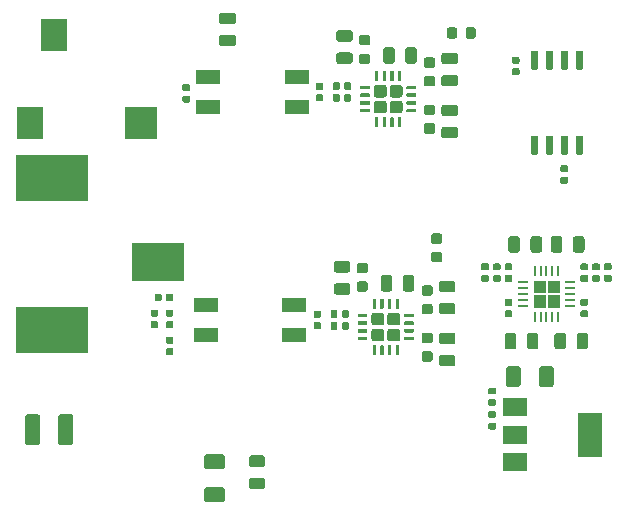
<source format=gbr>
G04 #@! TF.GenerationSoftware,KiCad,Pcbnew,(5.1.5)-3*
G04 #@! TF.CreationDate,2020-03-14T15:21:50+00:00*
G04 #@! TF.ProjectId,VC-01 Card,56432d30-3120-4436-9172-642e6b696361,DRAFT WIP*
G04 #@! TF.SameCoordinates,Original*
G04 #@! TF.FileFunction,Paste,Top*
G04 #@! TF.FilePolarity,Positive*
%FSLAX46Y46*%
G04 Gerber Fmt 4.6, Leading zero omitted, Abs format (unit mm)*
G04 Created by KiCad (PCBNEW (5.1.5)-3) date 2020-03-14 15:21:50*
%MOMM*%
%LPD*%
G04 APERTURE LIST*
%ADD10C,0.010000*%
%ADD11R,4.400000X3.300000*%
%ADD12R,6.200000X3.900000*%
%ADD13C,0.100000*%
%ADD14R,2.000000X1.200000*%
%ADD15R,2.200000X2.800000*%
%ADD16R,2.800000X2.800000*%
%ADD17R,0.840000X0.260000*%
%ADD18R,0.260000X0.840000*%
%ADD19R,2.000000X3.800000*%
%ADD20R,2.000000X1.500000*%
G04 APERTURE END LIST*
D10*
G36*
X170710000Y-122369908D02*
G01*
X170710000Y-121410000D01*
X171669908Y-121410000D01*
X171669908Y-122369908D01*
X170710000Y-122369908D01*
G37*
X170710000Y-122369908D02*
X170710000Y-121410000D01*
X171669908Y-121410000D01*
X171669908Y-122369908D01*
X170710000Y-122369908D01*
G36*
X170710000Y-123591390D02*
G01*
X170710000Y-122630000D01*
X171669834Y-122630000D01*
X171669834Y-123591390D01*
X170710000Y-123591390D01*
G37*
X170710000Y-123591390D02*
X170710000Y-122630000D01*
X171669834Y-122630000D01*
X171669834Y-123591390D01*
X170710000Y-123591390D01*
G36*
X171930000Y-123591950D02*
G01*
X171930000Y-122630000D01*
X172891950Y-122630000D01*
X172891950Y-123591950D01*
X171930000Y-123591950D01*
G37*
X171930000Y-123591950D02*
X171930000Y-122630000D01*
X172891950Y-122630000D01*
X172891950Y-123591950D01*
X171930000Y-123591950D01*
G36*
X171930000Y-122369799D02*
G01*
X171930000Y-121410000D01*
X172891680Y-121410000D01*
X172891680Y-122369799D01*
X171930000Y-122369799D01*
G37*
X171930000Y-122369799D02*
X171930000Y-121410000D01*
X172891680Y-121410000D01*
X172891680Y-122369799D01*
X171930000Y-122369799D01*
D11*
X138900000Y-119800000D03*
D12*
X129900000Y-112650000D03*
X129900000Y-125550000D03*
D13*
G36*
X155180142Y-100176174D02*
G01*
X155203803Y-100179684D01*
X155227007Y-100185496D01*
X155249529Y-100193554D01*
X155271153Y-100203782D01*
X155291670Y-100216079D01*
X155310883Y-100230329D01*
X155328607Y-100246393D01*
X155344671Y-100264117D01*
X155358921Y-100283330D01*
X155371218Y-100303847D01*
X155381446Y-100325471D01*
X155389504Y-100347993D01*
X155395316Y-100371197D01*
X155398826Y-100394858D01*
X155400000Y-100418750D01*
X155400000Y-100906250D01*
X155398826Y-100930142D01*
X155395316Y-100953803D01*
X155389504Y-100977007D01*
X155381446Y-100999529D01*
X155371218Y-101021153D01*
X155358921Y-101041670D01*
X155344671Y-101060883D01*
X155328607Y-101078607D01*
X155310883Y-101094671D01*
X155291670Y-101108921D01*
X155271153Y-101121218D01*
X155249529Y-101131446D01*
X155227007Y-101139504D01*
X155203803Y-101145316D01*
X155180142Y-101148826D01*
X155156250Y-101150000D01*
X154243750Y-101150000D01*
X154219858Y-101148826D01*
X154196197Y-101145316D01*
X154172993Y-101139504D01*
X154150471Y-101131446D01*
X154128847Y-101121218D01*
X154108330Y-101108921D01*
X154089117Y-101094671D01*
X154071393Y-101078607D01*
X154055329Y-101060883D01*
X154041079Y-101041670D01*
X154028782Y-101021153D01*
X154018554Y-100999529D01*
X154010496Y-100977007D01*
X154004684Y-100953803D01*
X154001174Y-100930142D01*
X154000000Y-100906250D01*
X154000000Y-100418750D01*
X154001174Y-100394858D01*
X154004684Y-100371197D01*
X154010496Y-100347993D01*
X154018554Y-100325471D01*
X154028782Y-100303847D01*
X154041079Y-100283330D01*
X154055329Y-100264117D01*
X154071393Y-100246393D01*
X154089117Y-100230329D01*
X154108330Y-100216079D01*
X154128847Y-100203782D01*
X154150471Y-100193554D01*
X154172993Y-100185496D01*
X154196197Y-100179684D01*
X154219858Y-100176174D01*
X154243750Y-100175000D01*
X155156250Y-100175000D01*
X155180142Y-100176174D01*
G37*
G36*
X155180142Y-102051174D02*
G01*
X155203803Y-102054684D01*
X155227007Y-102060496D01*
X155249529Y-102068554D01*
X155271153Y-102078782D01*
X155291670Y-102091079D01*
X155310883Y-102105329D01*
X155328607Y-102121393D01*
X155344671Y-102139117D01*
X155358921Y-102158330D01*
X155371218Y-102178847D01*
X155381446Y-102200471D01*
X155389504Y-102222993D01*
X155395316Y-102246197D01*
X155398826Y-102269858D01*
X155400000Y-102293750D01*
X155400000Y-102781250D01*
X155398826Y-102805142D01*
X155395316Y-102828803D01*
X155389504Y-102852007D01*
X155381446Y-102874529D01*
X155371218Y-102896153D01*
X155358921Y-102916670D01*
X155344671Y-102935883D01*
X155328607Y-102953607D01*
X155310883Y-102969671D01*
X155291670Y-102983921D01*
X155271153Y-102996218D01*
X155249529Y-103006446D01*
X155227007Y-103014504D01*
X155203803Y-103020316D01*
X155180142Y-103023826D01*
X155156250Y-103025000D01*
X154243750Y-103025000D01*
X154219858Y-103023826D01*
X154196197Y-103020316D01*
X154172993Y-103014504D01*
X154150471Y-103006446D01*
X154128847Y-102996218D01*
X154108330Y-102983921D01*
X154089117Y-102969671D01*
X154071393Y-102953607D01*
X154055329Y-102935883D01*
X154041079Y-102916670D01*
X154028782Y-102896153D01*
X154018554Y-102874529D01*
X154010496Y-102852007D01*
X154004684Y-102828803D01*
X154001174Y-102805142D01*
X154000000Y-102781250D01*
X154000000Y-102293750D01*
X154001174Y-102269858D01*
X154004684Y-102246197D01*
X154010496Y-102222993D01*
X154018554Y-102200471D01*
X154028782Y-102178847D01*
X154041079Y-102158330D01*
X154055329Y-102139117D01*
X154071393Y-102121393D01*
X154089117Y-102105329D01*
X154108330Y-102091079D01*
X154128847Y-102078782D01*
X154150471Y-102068554D01*
X154172993Y-102060496D01*
X154196197Y-102054684D01*
X154219858Y-102051174D01*
X154243750Y-102050000D01*
X155156250Y-102050000D01*
X155180142Y-102051174D01*
G37*
G36*
X141486958Y-105705710D02*
G01*
X141501276Y-105707834D01*
X141515317Y-105711351D01*
X141528946Y-105716228D01*
X141542031Y-105722417D01*
X141554447Y-105729858D01*
X141566073Y-105738481D01*
X141576798Y-105748202D01*
X141586519Y-105758927D01*
X141595142Y-105770553D01*
X141602583Y-105782969D01*
X141608772Y-105796054D01*
X141613649Y-105809683D01*
X141617166Y-105823724D01*
X141619290Y-105838042D01*
X141620000Y-105852500D01*
X141620000Y-106147500D01*
X141619290Y-106161958D01*
X141617166Y-106176276D01*
X141613649Y-106190317D01*
X141608772Y-106203946D01*
X141602583Y-106217031D01*
X141595142Y-106229447D01*
X141586519Y-106241073D01*
X141576798Y-106251798D01*
X141566073Y-106261519D01*
X141554447Y-106270142D01*
X141542031Y-106277583D01*
X141528946Y-106283772D01*
X141515317Y-106288649D01*
X141501276Y-106292166D01*
X141486958Y-106294290D01*
X141472500Y-106295000D01*
X141127500Y-106295000D01*
X141113042Y-106294290D01*
X141098724Y-106292166D01*
X141084683Y-106288649D01*
X141071054Y-106283772D01*
X141057969Y-106277583D01*
X141045553Y-106270142D01*
X141033927Y-106261519D01*
X141023202Y-106251798D01*
X141013481Y-106241073D01*
X141004858Y-106229447D01*
X140997417Y-106217031D01*
X140991228Y-106203946D01*
X140986351Y-106190317D01*
X140982834Y-106176276D01*
X140980710Y-106161958D01*
X140980000Y-106147500D01*
X140980000Y-105852500D01*
X140980710Y-105838042D01*
X140982834Y-105823724D01*
X140986351Y-105809683D01*
X140991228Y-105796054D01*
X140997417Y-105782969D01*
X141004858Y-105770553D01*
X141013481Y-105758927D01*
X141023202Y-105748202D01*
X141033927Y-105738481D01*
X141045553Y-105729858D01*
X141057969Y-105722417D01*
X141071054Y-105716228D01*
X141084683Y-105711351D01*
X141098724Y-105707834D01*
X141113042Y-105705710D01*
X141127500Y-105705000D01*
X141472500Y-105705000D01*
X141486958Y-105705710D01*
G37*
G36*
X141486958Y-104735710D02*
G01*
X141501276Y-104737834D01*
X141515317Y-104741351D01*
X141528946Y-104746228D01*
X141542031Y-104752417D01*
X141554447Y-104759858D01*
X141566073Y-104768481D01*
X141576798Y-104778202D01*
X141586519Y-104788927D01*
X141595142Y-104800553D01*
X141602583Y-104812969D01*
X141608772Y-104826054D01*
X141613649Y-104839683D01*
X141617166Y-104853724D01*
X141619290Y-104868042D01*
X141620000Y-104882500D01*
X141620000Y-105177500D01*
X141619290Y-105191958D01*
X141617166Y-105206276D01*
X141613649Y-105220317D01*
X141608772Y-105233946D01*
X141602583Y-105247031D01*
X141595142Y-105259447D01*
X141586519Y-105271073D01*
X141576798Y-105281798D01*
X141566073Y-105291519D01*
X141554447Y-105300142D01*
X141542031Y-105307583D01*
X141528946Y-105313772D01*
X141515317Y-105318649D01*
X141501276Y-105322166D01*
X141486958Y-105324290D01*
X141472500Y-105325000D01*
X141127500Y-105325000D01*
X141113042Y-105324290D01*
X141098724Y-105322166D01*
X141084683Y-105318649D01*
X141071054Y-105313772D01*
X141057969Y-105307583D01*
X141045553Y-105300142D01*
X141033927Y-105291519D01*
X141023202Y-105281798D01*
X141013481Y-105271073D01*
X141004858Y-105259447D01*
X140997417Y-105247031D01*
X140991228Y-105233946D01*
X140986351Y-105220317D01*
X140982834Y-105206276D01*
X140980710Y-105191958D01*
X140980000Y-105177500D01*
X140980000Y-104882500D01*
X140980710Y-104868042D01*
X140982834Y-104853724D01*
X140986351Y-104839683D01*
X140991228Y-104826054D01*
X140997417Y-104812969D01*
X141004858Y-104800553D01*
X141013481Y-104788927D01*
X141023202Y-104778202D01*
X141033927Y-104768481D01*
X141045553Y-104759858D01*
X141057969Y-104752417D01*
X141071054Y-104746228D01*
X141084683Y-104741351D01*
X141098724Y-104737834D01*
X141113042Y-104735710D01*
X141127500Y-104735000D01*
X141472500Y-104735000D01*
X141486958Y-104735710D01*
G37*
G36*
X152786958Y-104635710D02*
G01*
X152801276Y-104637834D01*
X152815317Y-104641351D01*
X152828946Y-104646228D01*
X152842031Y-104652417D01*
X152854447Y-104659858D01*
X152866073Y-104668481D01*
X152876798Y-104678202D01*
X152886519Y-104688927D01*
X152895142Y-104700553D01*
X152902583Y-104712969D01*
X152908772Y-104726054D01*
X152913649Y-104739683D01*
X152917166Y-104753724D01*
X152919290Y-104768042D01*
X152920000Y-104782500D01*
X152920000Y-105077500D01*
X152919290Y-105091958D01*
X152917166Y-105106276D01*
X152913649Y-105120317D01*
X152908772Y-105133946D01*
X152902583Y-105147031D01*
X152895142Y-105159447D01*
X152886519Y-105171073D01*
X152876798Y-105181798D01*
X152866073Y-105191519D01*
X152854447Y-105200142D01*
X152842031Y-105207583D01*
X152828946Y-105213772D01*
X152815317Y-105218649D01*
X152801276Y-105222166D01*
X152786958Y-105224290D01*
X152772500Y-105225000D01*
X152427500Y-105225000D01*
X152413042Y-105224290D01*
X152398724Y-105222166D01*
X152384683Y-105218649D01*
X152371054Y-105213772D01*
X152357969Y-105207583D01*
X152345553Y-105200142D01*
X152333927Y-105191519D01*
X152323202Y-105181798D01*
X152313481Y-105171073D01*
X152304858Y-105159447D01*
X152297417Y-105147031D01*
X152291228Y-105133946D01*
X152286351Y-105120317D01*
X152282834Y-105106276D01*
X152280710Y-105091958D01*
X152280000Y-105077500D01*
X152280000Y-104782500D01*
X152280710Y-104768042D01*
X152282834Y-104753724D01*
X152286351Y-104739683D01*
X152291228Y-104726054D01*
X152297417Y-104712969D01*
X152304858Y-104700553D01*
X152313481Y-104688927D01*
X152323202Y-104678202D01*
X152333927Y-104668481D01*
X152345553Y-104659858D01*
X152357969Y-104652417D01*
X152371054Y-104646228D01*
X152384683Y-104641351D01*
X152398724Y-104637834D01*
X152413042Y-104635710D01*
X152427500Y-104635000D01*
X152772500Y-104635000D01*
X152786958Y-104635710D01*
G37*
G36*
X152786958Y-105605710D02*
G01*
X152801276Y-105607834D01*
X152815317Y-105611351D01*
X152828946Y-105616228D01*
X152842031Y-105622417D01*
X152854447Y-105629858D01*
X152866073Y-105638481D01*
X152876798Y-105648202D01*
X152886519Y-105658927D01*
X152895142Y-105670553D01*
X152902583Y-105682969D01*
X152908772Y-105696054D01*
X152913649Y-105709683D01*
X152917166Y-105723724D01*
X152919290Y-105738042D01*
X152920000Y-105752500D01*
X152920000Y-106047500D01*
X152919290Y-106061958D01*
X152917166Y-106076276D01*
X152913649Y-106090317D01*
X152908772Y-106103946D01*
X152902583Y-106117031D01*
X152895142Y-106129447D01*
X152886519Y-106141073D01*
X152876798Y-106151798D01*
X152866073Y-106161519D01*
X152854447Y-106170142D01*
X152842031Y-106177583D01*
X152828946Y-106183772D01*
X152815317Y-106188649D01*
X152801276Y-106192166D01*
X152786958Y-106194290D01*
X152772500Y-106195000D01*
X152427500Y-106195000D01*
X152413042Y-106194290D01*
X152398724Y-106192166D01*
X152384683Y-106188649D01*
X152371054Y-106183772D01*
X152357969Y-106177583D01*
X152345553Y-106170142D01*
X152333927Y-106161519D01*
X152323202Y-106151798D01*
X152313481Y-106141073D01*
X152304858Y-106129447D01*
X152297417Y-106117031D01*
X152291228Y-106103946D01*
X152286351Y-106090317D01*
X152282834Y-106076276D01*
X152280710Y-106061958D01*
X152280000Y-106047500D01*
X152280000Y-105752500D01*
X152280710Y-105738042D01*
X152282834Y-105723724D01*
X152286351Y-105709683D01*
X152291228Y-105696054D01*
X152297417Y-105682969D01*
X152304858Y-105670553D01*
X152313481Y-105658927D01*
X152323202Y-105648202D01*
X152333927Y-105638481D01*
X152345553Y-105629858D01*
X152357969Y-105622417D01*
X152371054Y-105616228D01*
X152384683Y-105611351D01*
X152398724Y-105607834D01*
X152413042Y-105605710D01*
X152427500Y-105605000D01*
X152772500Y-105605000D01*
X152786958Y-105605710D01*
G37*
G36*
X174805142Y-117601174D02*
G01*
X174828803Y-117604684D01*
X174852007Y-117610496D01*
X174874529Y-117618554D01*
X174896153Y-117628782D01*
X174916670Y-117641079D01*
X174935883Y-117655329D01*
X174953607Y-117671393D01*
X174969671Y-117689117D01*
X174983921Y-117708330D01*
X174996218Y-117728847D01*
X175006446Y-117750471D01*
X175014504Y-117772993D01*
X175020316Y-117796197D01*
X175023826Y-117819858D01*
X175025000Y-117843750D01*
X175025000Y-118756250D01*
X175023826Y-118780142D01*
X175020316Y-118803803D01*
X175014504Y-118827007D01*
X175006446Y-118849529D01*
X174996218Y-118871153D01*
X174983921Y-118891670D01*
X174969671Y-118910883D01*
X174953607Y-118928607D01*
X174935883Y-118944671D01*
X174916670Y-118958921D01*
X174896153Y-118971218D01*
X174874529Y-118981446D01*
X174852007Y-118989504D01*
X174828803Y-118995316D01*
X174805142Y-118998826D01*
X174781250Y-119000000D01*
X174293750Y-119000000D01*
X174269858Y-118998826D01*
X174246197Y-118995316D01*
X174222993Y-118989504D01*
X174200471Y-118981446D01*
X174178847Y-118971218D01*
X174158330Y-118958921D01*
X174139117Y-118944671D01*
X174121393Y-118928607D01*
X174105329Y-118910883D01*
X174091079Y-118891670D01*
X174078782Y-118871153D01*
X174068554Y-118849529D01*
X174060496Y-118827007D01*
X174054684Y-118803803D01*
X174051174Y-118780142D01*
X174050000Y-118756250D01*
X174050000Y-117843750D01*
X174051174Y-117819858D01*
X174054684Y-117796197D01*
X174060496Y-117772993D01*
X174068554Y-117750471D01*
X174078782Y-117728847D01*
X174091079Y-117708330D01*
X174105329Y-117689117D01*
X174121393Y-117671393D01*
X174139117Y-117655329D01*
X174158330Y-117641079D01*
X174178847Y-117628782D01*
X174200471Y-117618554D01*
X174222993Y-117610496D01*
X174246197Y-117604684D01*
X174269858Y-117601174D01*
X174293750Y-117600000D01*
X174781250Y-117600000D01*
X174805142Y-117601174D01*
G37*
G36*
X172930142Y-117601174D02*
G01*
X172953803Y-117604684D01*
X172977007Y-117610496D01*
X172999529Y-117618554D01*
X173021153Y-117628782D01*
X173041670Y-117641079D01*
X173060883Y-117655329D01*
X173078607Y-117671393D01*
X173094671Y-117689117D01*
X173108921Y-117708330D01*
X173121218Y-117728847D01*
X173131446Y-117750471D01*
X173139504Y-117772993D01*
X173145316Y-117796197D01*
X173148826Y-117819858D01*
X173150000Y-117843750D01*
X173150000Y-118756250D01*
X173148826Y-118780142D01*
X173145316Y-118803803D01*
X173139504Y-118827007D01*
X173131446Y-118849529D01*
X173121218Y-118871153D01*
X173108921Y-118891670D01*
X173094671Y-118910883D01*
X173078607Y-118928607D01*
X173060883Y-118944671D01*
X173041670Y-118958921D01*
X173021153Y-118971218D01*
X172999529Y-118981446D01*
X172977007Y-118989504D01*
X172953803Y-118995316D01*
X172930142Y-118998826D01*
X172906250Y-119000000D01*
X172418750Y-119000000D01*
X172394858Y-118998826D01*
X172371197Y-118995316D01*
X172347993Y-118989504D01*
X172325471Y-118981446D01*
X172303847Y-118971218D01*
X172283330Y-118958921D01*
X172264117Y-118944671D01*
X172246393Y-118928607D01*
X172230329Y-118910883D01*
X172216079Y-118891670D01*
X172203782Y-118871153D01*
X172193554Y-118849529D01*
X172185496Y-118827007D01*
X172179684Y-118803803D01*
X172176174Y-118780142D01*
X172175000Y-118756250D01*
X172175000Y-117843750D01*
X172176174Y-117819858D01*
X172179684Y-117796197D01*
X172185496Y-117772993D01*
X172193554Y-117750471D01*
X172203782Y-117728847D01*
X172216079Y-117708330D01*
X172230329Y-117689117D01*
X172246393Y-117671393D01*
X172264117Y-117655329D01*
X172283330Y-117641079D01*
X172303847Y-117628782D01*
X172325471Y-117618554D01*
X172347993Y-117610496D01*
X172371197Y-117604684D01*
X172394858Y-117601174D01*
X172418750Y-117600000D01*
X172906250Y-117600000D01*
X172930142Y-117601174D01*
G37*
G36*
X171205142Y-117601174D02*
G01*
X171228803Y-117604684D01*
X171252007Y-117610496D01*
X171274529Y-117618554D01*
X171296153Y-117628782D01*
X171316670Y-117641079D01*
X171335883Y-117655329D01*
X171353607Y-117671393D01*
X171369671Y-117689117D01*
X171383921Y-117708330D01*
X171396218Y-117728847D01*
X171406446Y-117750471D01*
X171414504Y-117772993D01*
X171420316Y-117796197D01*
X171423826Y-117819858D01*
X171425000Y-117843750D01*
X171425000Y-118756250D01*
X171423826Y-118780142D01*
X171420316Y-118803803D01*
X171414504Y-118827007D01*
X171406446Y-118849529D01*
X171396218Y-118871153D01*
X171383921Y-118891670D01*
X171369671Y-118910883D01*
X171353607Y-118928607D01*
X171335883Y-118944671D01*
X171316670Y-118958921D01*
X171296153Y-118971218D01*
X171274529Y-118981446D01*
X171252007Y-118989504D01*
X171228803Y-118995316D01*
X171205142Y-118998826D01*
X171181250Y-119000000D01*
X170693750Y-119000000D01*
X170669858Y-118998826D01*
X170646197Y-118995316D01*
X170622993Y-118989504D01*
X170600471Y-118981446D01*
X170578847Y-118971218D01*
X170558330Y-118958921D01*
X170539117Y-118944671D01*
X170521393Y-118928607D01*
X170505329Y-118910883D01*
X170491079Y-118891670D01*
X170478782Y-118871153D01*
X170468554Y-118849529D01*
X170460496Y-118827007D01*
X170454684Y-118803803D01*
X170451174Y-118780142D01*
X170450000Y-118756250D01*
X170450000Y-117843750D01*
X170451174Y-117819858D01*
X170454684Y-117796197D01*
X170460496Y-117772993D01*
X170468554Y-117750471D01*
X170478782Y-117728847D01*
X170491079Y-117708330D01*
X170505329Y-117689117D01*
X170521393Y-117671393D01*
X170539117Y-117655329D01*
X170558330Y-117641079D01*
X170578847Y-117628782D01*
X170600471Y-117618554D01*
X170622993Y-117610496D01*
X170646197Y-117604684D01*
X170669858Y-117601174D01*
X170693750Y-117600000D01*
X171181250Y-117600000D01*
X171205142Y-117601174D01*
G37*
G36*
X169330142Y-117601174D02*
G01*
X169353803Y-117604684D01*
X169377007Y-117610496D01*
X169399529Y-117618554D01*
X169421153Y-117628782D01*
X169441670Y-117641079D01*
X169460883Y-117655329D01*
X169478607Y-117671393D01*
X169494671Y-117689117D01*
X169508921Y-117708330D01*
X169521218Y-117728847D01*
X169531446Y-117750471D01*
X169539504Y-117772993D01*
X169545316Y-117796197D01*
X169548826Y-117819858D01*
X169550000Y-117843750D01*
X169550000Y-118756250D01*
X169548826Y-118780142D01*
X169545316Y-118803803D01*
X169539504Y-118827007D01*
X169531446Y-118849529D01*
X169521218Y-118871153D01*
X169508921Y-118891670D01*
X169494671Y-118910883D01*
X169478607Y-118928607D01*
X169460883Y-118944671D01*
X169441670Y-118958921D01*
X169421153Y-118971218D01*
X169399529Y-118981446D01*
X169377007Y-118989504D01*
X169353803Y-118995316D01*
X169330142Y-118998826D01*
X169306250Y-119000000D01*
X168818750Y-119000000D01*
X168794858Y-118998826D01*
X168771197Y-118995316D01*
X168747993Y-118989504D01*
X168725471Y-118981446D01*
X168703847Y-118971218D01*
X168683330Y-118958921D01*
X168664117Y-118944671D01*
X168646393Y-118928607D01*
X168630329Y-118910883D01*
X168616079Y-118891670D01*
X168603782Y-118871153D01*
X168593554Y-118849529D01*
X168585496Y-118827007D01*
X168579684Y-118803803D01*
X168576174Y-118780142D01*
X168575000Y-118756250D01*
X168575000Y-117843750D01*
X168576174Y-117819858D01*
X168579684Y-117796197D01*
X168585496Y-117772993D01*
X168593554Y-117750471D01*
X168603782Y-117728847D01*
X168616079Y-117708330D01*
X168630329Y-117689117D01*
X168646393Y-117671393D01*
X168664117Y-117655329D01*
X168683330Y-117641079D01*
X168703847Y-117628782D01*
X168725471Y-117618554D01*
X168747993Y-117610496D01*
X168771197Y-117604684D01*
X168794858Y-117601174D01*
X168818750Y-117600000D01*
X169306250Y-117600000D01*
X169330142Y-117601174D01*
G37*
G36*
X168786958Y-123890710D02*
G01*
X168801276Y-123892834D01*
X168815317Y-123896351D01*
X168828946Y-123901228D01*
X168842031Y-123907417D01*
X168854447Y-123914858D01*
X168866073Y-123923481D01*
X168876798Y-123933202D01*
X168886519Y-123943927D01*
X168895142Y-123955553D01*
X168902583Y-123967969D01*
X168908772Y-123981054D01*
X168913649Y-123994683D01*
X168917166Y-124008724D01*
X168919290Y-124023042D01*
X168920000Y-124037500D01*
X168920000Y-124332500D01*
X168919290Y-124346958D01*
X168917166Y-124361276D01*
X168913649Y-124375317D01*
X168908772Y-124388946D01*
X168902583Y-124402031D01*
X168895142Y-124414447D01*
X168886519Y-124426073D01*
X168876798Y-124436798D01*
X168866073Y-124446519D01*
X168854447Y-124455142D01*
X168842031Y-124462583D01*
X168828946Y-124468772D01*
X168815317Y-124473649D01*
X168801276Y-124477166D01*
X168786958Y-124479290D01*
X168772500Y-124480000D01*
X168427500Y-124480000D01*
X168413042Y-124479290D01*
X168398724Y-124477166D01*
X168384683Y-124473649D01*
X168371054Y-124468772D01*
X168357969Y-124462583D01*
X168345553Y-124455142D01*
X168333927Y-124446519D01*
X168323202Y-124436798D01*
X168313481Y-124426073D01*
X168304858Y-124414447D01*
X168297417Y-124402031D01*
X168291228Y-124388946D01*
X168286351Y-124375317D01*
X168282834Y-124361276D01*
X168280710Y-124346958D01*
X168280000Y-124332500D01*
X168280000Y-124037500D01*
X168280710Y-124023042D01*
X168282834Y-124008724D01*
X168286351Y-123994683D01*
X168291228Y-123981054D01*
X168297417Y-123967969D01*
X168304858Y-123955553D01*
X168313481Y-123943927D01*
X168323202Y-123933202D01*
X168333927Y-123923481D01*
X168345553Y-123914858D01*
X168357969Y-123907417D01*
X168371054Y-123901228D01*
X168384683Y-123896351D01*
X168398724Y-123892834D01*
X168413042Y-123890710D01*
X168427500Y-123890000D01*
X168772500Y-123890000D01*
X168786958Y-123890710D01*
G37*
G36*
X168786958Y-122920710D02*
G01*
X168801276Y-122922834D01*
X168815317Y-122926351D01*
X168828946Y-122931228D01*
X168842031Y-122937417D01*
X168854447Y-122944858D01*
X168866073Y-122953481D01*
X168876798Y-122963202D01*
X168886519Y-122973927D01*
X168895142Y-122985553D01*
X168902583Y-122997969D01*
X168908772Y-123011054D01*
X168913649Y-123024683D01*
X168917166Y-123038724D01*
X168919290Y-123053042D01*
X168920000Y-123067500D01*
X168920000Y-123362500D01*
X168919290Y-123376958D01*
X168917166Y-123391276D01*
X168913649Y-123405317D01*
X168908772Y-123418946D01*
X168902583Y-123432031D01*
X168895142Y-123444447D01*
X168886519Y-123456073D01*
X168876798Y-123466798D01*
X168866073Y-123476519D01*
X168854447Y-123485142D01*
X168842031Y-123492583D01*
X168828946Y-123498772D01*
X168815317Y-123503649D01*
X168801276Y-123507166D01*
X168786958Y-123509290D01*
X168772500Y-123510000D01*
X168427500Y-123510000D01*
X168413042Y-123509290D01*
X168398724Y-123507166D01*
X168384683Y-123503649D01*
X168371054Y-123498772D01*
X168357969Y-123492583D01*
X168345553Y-123485142D01*
X168333927Y-123476519D01*
X168323202Y-123466798D01*
X168313481Y-123456073D01*
X168304858Y-123444447D01*
X168297417Y-123432031D01*
X168291228Y-123418946D01*
X168286351Y-123405317D01*
X168282834Y-123391276D01*
X168280710Y-123376958D01*
X168280000Y-123362500D01*
X168280000Y-123067500D01*
X168280710Y-123053042D01*
X168282834Y-123038724D01*
X168286351Y-123024683D01*
X168291228Y-123011054D01*
X168297417Y-122997969D01*
X168304858Y-122985553D01*
X168313481Y-122973927D01*
X168323202Y-122963202D01*
X168333927Y-122953481D01*
X168345553Y-122944858D01*
X168357969Y-122937417D01*
X168371054Y-122931228D01*
X168384683Y-122926351D01*
X168398724Y-122922834D01*
X168413042Y-122920710D01*
X168427500Y-122920000D01*
X168772500Y-122920000D01*
X168786958Y-122920710D01*
G37*
G36*
X175186958Y-122920710D02*
G01*
X175201276Y-122922834D01*
X175215317Y-122926351D01*
X175228946Y-122931228D01*
X175242031Y-122937417D01*
X175254447Y-122944858D01*
X175266073Y-122953481D01*
X175276798Y-122963202D01*
X175286519Y-122973927D01*
X175295142Y-122985553D01*
X175302583Y-122997969D01*
X175308772Y-123011054D01*
X175313649Y-123024683D01*
X175317166Y-123038724D01*
X175319290Y-123053042D01*
X175320000Y-123067500D01*
X175320000Y-123362500D01*
X175319290Y-123376958D01*
X175317166Y-123391276D01*
X175313649Y-123405317D01*
X175308772Y-123418946D01*
X175302583Y-123432031D01*
X175295142Y-123444447D01*
X175286519Y-123456073D01*
X175276798Y-123466798D01*
X175266073Y-123476519D01*
X175254447Y-123485142D01*
X175242031Y-123492583D01*
X175228946Y-123498772D01*
X175215317Y-123503649D01*
X175201276Y-123507166D01*
X175186958Y-123509290D01*
X175172500Y-123510000D01*
X174827500Y-123510000D01*
X174813042Y-123509290D01*
X174798724Y-123507166D01*
X174784683Y-123503649D01*
X174771054Y-123498772D01*
X174757969Y-123492583D01*
X174745553Y-123485142D01*
X174733927Y-123476519D01*
X174723202Y-123466798D01*
X174713481Y-123456073D01*
X174704858Y-123444447D01*
X174697417Y-123432031D01*
X174691228Y-123418946D01*
X174686351Y-123405317D01*
X174682834Y-123391276D01*
X174680710Y-123376958D01*
X174680000Y-123362500D01*
X174680000Y-123067500D01*
X174680710Y-123053042D01*
X174682834Y-123038724D01*
X174686351Y-123024683D01*
X174691228Y-123011054D01*
X174697417Y-122997969D01*
X174704858Y-122985553D01*
X174713481Y-122973927D01*
X174723202Y-122963202D01*
X174733927Y-122953481D01*
X174745553Y-122944858D01*
X174757969Y-122937417D01*
X174771054Y-122931228D01*
X174784683Y-122926351D01*
X174798724Y-122922834D01*
X174813042Y-122920710D01*
X174827500Y-122920000D01*
X175172500Y-122920000D01*
X175186958Y-122920710D01*
G37*
G36*
X175186958Y-123890710D02*
G01*
X175201276Y-123892834D01*
X175215317Y-123896351D01*
X175228946Y-123901228D01*
X175242031Y-123907417D01*
X175254447Y-123914858D01*
X175266073Y-123923481D01*
X175276798Y-123933202D01*
X175286519Y-123943927D01*
X175295142Y-123955553D01*
X175302583Y-123967969D01*
X175308772Y-123981054D01*
X175313649Y-123994683D01*
X175317166Y-124008724D01*
X175319290Y-124023042D01*
X175320000Y-124037500D01*
X175320000Y-124332500D01*
X175319290Y-124346958D01*
X175317166Y-124361276D01*
X175313649Y-124375317D01*
X175308772Y-124388946D01*
X175302583Y-124402031D01*
X175295142Y-124414447D01*
X175286519Y-124426073D01*
X175276798Y-124436798D01*
X175266073Y-124446519D01*
X175254447Y-124455142D01*
X175242031Y-124462583D01*
X175228946Y-124468772D01*
X175215317Y-124473649D01*
X175201276Y-124477166D01*
X175186958Y-124479290D01*
X175172500Y-124480000D01*
X174827500Y-124480000D01*
X174813042Y-124479290D01*
X174798724Y-124477166D01*
X174784683Y-124473649D01*
X174771054Y-124468772D01*
X174757969Y-124462583D01*
X174745553Y-124455142D01*
X174733927Y-124446519D01*
X174723202Y-124436798D01*
X174713481Y-124426073D01*
X174704858Y-124414447D01*
X174697417Y-124402031D01*
X174691228Y-124388946D01*
X174686351Y-124375317D01*
X174682834Y-124361276D01*
X174680710Y-124346958D01*
X174680000Y-124332500D01*
X174680000Y-124037500D01*
X174680710Y-124023042D01*
X174682834Y-124008724D01*
X174686351Y-123994683D01*
X174691228Y-123981054D01*
X174697417Y-123967969D01*
X174704858Y-123955553D01*
X174713481Y-123943927D01*
X174723202Y-123933202D01*
X174733927Y-123923481D01*
X174745553Y-123914858D01*
X174757969Y-123907417D01*
X174771054Y-123901228D01*
X174784683Y-123896351D01*
X174798724Y-123892834D01*
X174813042Y-123890710D01*
X174827500Y-123890000D01*
X175172500Y-123890000D01*
X175186958Y-123890710D01*
G37*
D14*
X143150000Y-104130000D03*
X143150000Y-106670000D03*
X150650000Y-106670000D03*
X150650000Y-104130000D03*
D15*
X130100000Y-100600000D03*
X128100000Y-108000000D03*
D16*
X137500000Y-108000000D03*
D13*
G36*
X155131958Y-104580710D02*
G01*
X155146276Y-104582834D01*
X155160317Y-104586351D01*
X155173946Y-104591228D01*
X155187031Y-104597417D01*
X155199447Y-104604858D01*
X155211073Y-104613481D01*
X155221798Y-104623202D01*
X155231519Y-104633927D01*
X155240142Y-104645553D01*
X155247583Y-104657969D01*
X155253772Y-104671054D01*
X155258649Y-104684683D01*
X155262166Y-104698724D01*
X155264290Y-104713042D01*
X155265000Y-104727500D01*
X155265000Y-105072500D01*
X155264290Y-105086958D01*
X155262166Y-105101276D01*
X155258649Y-105115317D01*
X155253772Y-105128946D01*
X155247583Y-105142031D01*
X155240142Y-105154447D01*
X155231519Y-105166073D01*
X155221798Y-105176798D01*
X155211073Y-105186519D01*
X155199447Y-105195142D01*
X155187031Y-105202583D01*
X155173946Y-105208772D01*
X155160317Y-105213649D01*
X155146276Y-105217166D01*
X155131958Y-105219290D01*
X155117500Y-105220000D01*
X154822500Y-105220000D01*
X154808042Y-105219290D01*
X154793724Y-105217166D01*
X154779683Y-105213649D01*
X154766054Y-105208772D01*
X154752969Y-105202583D01*
X154740553Y-105195142D01*
X154728927Y-105186519D01*
X154718202Y-105176798D01*
X154708481Y-105166073D01*
X154699858Y-105154447D01*
X154692417Y-105142031D01*
X154686228Y-105128946D01*
X154681351Y-105115317D01*
X154677834Y-105101276D01*
X154675710Y-105086958D01*
X154675000Y-105072500D01*
X154675000Y-104727500D01*
X154675710Y-104713042D01*
X154677834Y-104698724D01*
X154681351Y-104684683D01*
X154686228Y-104671054D01*
X154692417Y-104657969D01*
X154699858Y-104645553D01*
X154708481Y-104633927D01*
X154718202Y-104623202D01*
X154728927Y-104613481D01*
X154740553Y-104604858D01*
X154752969Y-104597417D01*
X154766054Y-104591228D01*
X154779683Y-104586351D01*
X154793724Y-104582834D01*
X154808042Y-104580710D01*
X154822500Y-104580000D01*
X155117500Y-104580000D01*
X155131958Y-104580710D01*
G37*
G36*
X154161958Y-104580710D02*
G01*
X154176276Y-104582834D01*
X154190317Y-104586351D01*
X154203946Y-104591228D01*
X154217031Y-104597417D01*
X154229447Y-104604858D01*
X154241073Y-104613481D01*
X154251798Y-104623202D01*
X154261519Y-104633927D01*
X154270142Y-104645553D01*
X154277583Y-104657969D01*
X154283772Y-104671054D01*
X154288649Y-104684683D01*
X154292166Y-104698724D01*
X154294290Y-104713042D01*
X154295000Y-104727500D01*
X154295000Y-105072500D01*
X154294290Y-105086958D01*
X154292166Y-105101276D01*
X154288649Y-105115317D01*
X154283772Y-105128946D01*
X154277583Y-105142031D01*
X154270142Y-105154447D01*
X154261519Y-105166073D01*
X154251798Y-105176798D01*
X154241073Y-105186519D01*
X154229447Y-105195142D01*
X154217031Y-105202583D01*
X154203946Y-105208772D01*
X154190317Y-105213649D01*
X154176276Y-105217166D01*
X154161958Y-105219290D01*
X154147500Y-105220000D01*
X153852500Y-105220000D01*
X153838042Y-105219290D01*
X153823724Y-105217166D01*
X153809683Y-105213649D01*
X153796054Y-105208772D01*
X153782969Y-105202583D01*
X153770553Y-105195142D01*
X153758927Y-105186519D01*
X153748202Y-105176798D01*
X153738481Y-105166073D01*
X153729858Y-105154447D01*
X153722417Y-105142031D01*
X153716228Y-105128946D01*
X153711351Y-105115317D01*
X153707834Y-105101276D01*
X153705710Y-105086958D01*
X153705000Y-105072500D01*
X153705000Y-104727500D01*
X153705710Y-104713042D01*
X153707834Y-104698724D01*
X153711351Y-104684683D01*
X153716228Y-104671054D01*
X153722417Y-104657969D01*
X153729858Y-104645553D01*
X153738481Y-104633927D01*
X153748202Y-104623202D01*
X153758927Y-104613481D01*
X153770553Y-104604858D01*
X153782969Y-104597417D01*
X153796054Y-104591228D01*
X153809683Y-104586351D01*
X153823724Y-104582834D01*
X153838042Y-104580710D01*
X153852500Y-104580000D01*
X154147500Y-104580000D01*
X154161958Y-104580710D01*
G37*
G36*
X154161958Y-105580710D02*
G01*
X154176276Y-105582834D01*
X154190317Y-105586351D01*
X154203946Y-105591228D01*
X154217031Y-105597417D01*
X154229447Y-105604858D01*
X154241073Y-105613481D01*
X154251798Y-105623202D01*
X154261519Y-105633927D01*
X154270142Y-105645553D01*
X154277583Y-105657969D01*
X154283772Y-105671054D01*
X154288649Y-105684683D01*
X154292166Y-105698724D01*
X154294290Y-105713042D01*
X154295000Y-105727500D01*
X154295000Y-106072500D01*
X154294290Y-106086958D01*
X154292166Y-106101276D01*
X154288649Y-106115317D01*
X154283772Y-106128946D01*
X154277583Y-106142031D01*
X154270142Y-106154447D01*
X154261519Y-106166073D01*
X154251798Y-106176798D01*
X154241073Y-106186519D01*
X154229447Y-106195142D01*
X154217031Y-106202583D01*
X154203946Y-106208772D01*
X154190317Y-106213649D01*
X154176276Y-106217166D01*
X154161958Y-106219290D01*
X154147500Y-106220000D01*
X153852500Y-106220000D01*
X153838042Y-106219290D01*
X153823724Y-106217166D01*
X153809683Y-106213649D01*
X153796054Y-106208772D01*
X153782969Y-106202583D01*
X153770553Y-106195142D01*
X153758927Y-106186519D01*
X153748202Y-106176798D01*
X153738481Y-106166073D01*
X153729858Y-106154447D01*
X153722417Y-106142031D01*
X153716228Y-106128946D01*
X153711351Y-106115317D01*
X153707834Y-106101276D01*
X153705710Y-106086958D01*
X153705000Y-106072500D01*
X153705000Y-105727500D01*
X153705710Y-105713042D01*
X153707834Y-105698724D01*
X153711351Y-105684683D01*
X153716228Y-105671054D01*
X153722417Y-105657969D01*
X153729858Y-105645553D01*
X153738481Y-105633927D01*
X153748202Y-105623202D01*
X153758927Y-105613481D01*
X153770553Y-105604858D01*
X153782969Y-105597417D01*
X153796054Y-105591228D01*
X153809683Y-105586351D01*
X153823724Y-105582834D01*
X153838042Y-105580710D01*
X153852500Y-105580000D01*
X154147500Y-105580000D01*
X154161958Y-105580710D01*
G37*
G36*
X155131958Y-105580710D02*
G01*
X155146276Y-105582834D01*
X155160317Y-105586351D01*
X155173946Y-105591228D01*
X155187031Y-105597417D01*
X155199447Y-105604858D01*
X155211073Y-105613481D01*
X155221798Y-105623202D01*
X155231519Y-105633927D01*
X155240142Y-105645553D01*
X155247583Y-105657969D01*
X155253772Y-105671054D01*
X155258649Y-105684683D01*
X155262166Y-105698724D01*
X155264290Y-105713042D01*
X155265000Y-105727500D01*
X155265000Y-106072500D01*
X155264290Y-106086958D01*
X155262166Y-106101276D01*
X155258649Y-106115317D01*
X155253772Y-106128946D01*
X155247583Y-106142031D01*
X155240142Y-106154447D01*
X155231519Y-106166073D01*
X155221798Y-106176798D01*
X155211073Y-106186519D01*
X155199447Y-106195142D01*
X155187031Y-106202583D01*
X155173946Y-106208772D01*
X155160317Y-106213649D01*
X155146276Y-106217166D01*
X155131958Y-106219290D01*
X155117500Y-106220000D01*
X154822500Y-106220000D01*
X154808042Y-106219290D01*
X154793724Y-106217166D01*
X154779683Y-106213649D01*
X154766054Y-106208772D01*
X154752969Y-106202583D01*
X154740553Y-106195142D01*
X154728927Y-106186519D01*
X154718202Y-106176798D01*
X154708481Y-106166073D01*
X154699858Y-106154447D01*
X154692417Y-106142031D01*
X154686228Y-106128946D01*
X154681351Y-106115317D01*
X154677834Y-106101276D01*
X154675710Y-106086958D01*
X154675000Y-106072500D01*
X154675000Y-105727500D01*
X154675710Y-105713042D01*
X154677834Y-105698724D01*
X154681351Y-105684683D01*
X154686228Y-105671054D01*
X154692417Y-105657969D01*
X154699858Y-105645553D01*
X154708481Y-105633927D01*
X154718202Y-105623202D01*
X154728927Y-105613481D01*
X154740553Y-105604858D01*
X154752969Y-105597417D01*
X154766054Y-105591228D01*
X154779683Y-105586351D01*
X154793724Y-105582834D01*
X154808042Y-105580710D01*
X154822500Y-105580000D01*
X155117500Y-105580000D01*
X155131958Y-105580710D01*
G37*
G36*
X168786958Y-119920710D02*
G01*
X168801276Y-119922834D01*
X168815317Y-119926351D01*
X168828946Y-119931228D01*
X168842031Y-119937417D01*
X168854447Y-119944858D01*
X168866073Y-119953481D01*
X168876798Y-119963202D01*
X168886519Y-119973927D01*
X168895142Y-119985553D01*
X168902583Y-119997969D01*
X168908772Y-120011054D01*
X168913649Y-120024683D01*
X168917166Y-120038724D01*
X168919290Y-120053042D01*
X168920000Y-120067500D01*
X168920000Y-120362500D01*
X168919290Y-120376958D01*
X168917166Y-120391276D01*
X168913649Y-120405317D01*
X168908772Y-120418946D01*
X168902583Y-120432031D01*
X168895142Y-120444447D01*
X168886519Y-120456073D01*
X168876798Y-120466798D01*
X168866073Y-120476519D01*
X168854447Y-120485142D01*
X168842031Y-120492583D01*
X168828946Y-120498772D01*
X168815317Y-120503649D01*
X168801276Y-120507166D01*
X168786958Y-120509290D01*
X168772500Y-120510000D01*
X168427500Y-120510000D01*
X168413042Y-120509290D01*
X168398724Y-120507166D01*
X168384683Y-120503649D01*
X168371054Y-120498772D01*
X168357969Y-120492583D01*
X168345553Y-120485142D01*
X168333927Y-120476519D01*
X168323202Y-120466798D01*
X168313481Y-120456073D01*
X168304858Y-120444447D01*
X168297417Y-120432031D01*
X168291228Y-120418946D01*
X168286351Y-120405317D01*
X168282834Y-120391276D01*
X168280710Y-120376958D01*
X168280000Y-120362500D01*
X168280000Y-120067500D01*
X168280710Y-120053042D01*
X168282834Y-120038724D01*
X168286351Y-120024683D01*
X168291228Y-120011054D01*
X168297417Y-119997969D01*
X168304858Y-119985553D01*
X168313481Y-119973927D01*
X168323202Y-119963202D01*
X168333927Y-119953481D01*
X168345553Y-119944858D01*
X168357969Y-119937417D01*
X168371054Y-119931228D01*
X168384683Y-119926351D01*
X168398724Y-119922834D01*
X168413042Y-119920710D01*
X168427500Y-119920000D01*
X168772500Y-119920000D01*
X168786958Y-119920710D01*
G37*
G36*
X168786958Y-120890710D02*
G01*
X168801276Y-120892834D01*
X168815317Y-120896351D01*
X168828946Y-120901228D01*
X168842031Y-120907417D01*
X168854447Y-120914858D01*
X168866073Y-120923481D01*
X168876798Y-120933202D01*
X168886519Y-120943927D01*
X168895142Y-120955553D01*
X168902583Y-120967969D01*
X168908772Y-120981054D01*
X168913649Y-120994683D01*
X168917166Y-121008724D01*
X168919290Y-121023042D01*
X168920000Y-121037500D01*
X168920000Y-121332500D01*
X168919290Y-121346958D01*
X168917166Y-121361276D01*
X168913649Y-121375317D01*
X168908772Y-121388946D01*
X168902583Y-121402031D01*
X168895142Y-121414447D01*
X168886519Y-121426073D01*
X168876798Y-121436798D01*
X168866073Y-121446519D01*
X168854447Y-121455142D01*
X168842031Y-121462583D01*
X168828946Y-121468772D01*
X168815317Y-121473649D01*
X168801276Y-121477166D01*
X168786958Y-121479290D01*
X168772500Y-121480000D01*
X168427500Y-121480000D01*
X168413042Y-121479290D01*
X168398724Y-121477166D01*
X168384683Y-121473649D01*
X168371054Y-121468772D01*
X168357969Y-121462583D01*
X168345553Y-121455142D01*
X168333927Y-121446519D01*
X168323202Y-121436798D01*
X168313481Y-121426073D01*
X168304858Y-121414447D01*
X168297417Y-121402031D01*
X168291228Y-121388946D01*
X168286351Y-121375317D01*
X168282834Y-121361276D01*
X168280710Y-121346958D01*
X168280000Y-121332500D01*
X168280000Y-121037500D01*
X168280710Y-121023042D01*
X168282834Y-121008724D01*
X168286351Y-120994683D01*
X168291228Y-120981054D01*
X168297417Y-120967969D01*
X168304858Y-120955553D01*
X168313481Y-120943927D01*
X168323202Y-120933202D01*
X168333927Y-120923481D01*
X168345553Y-120914858D01*
X168357969Y-120907417D01*
X168371054Y-120901228D01*
X168384683Y-120896351D01*
X168398724Y-120892834D01*
X168413042Y-120890710D01*
X168427500Y-120890000D01*
X168772500Y-120890000D01*
X168786958Y-120890710D01*
G37*
G36*
X175186958Y-120890710D02*
G01*
X175201276Y-120892834D01*
X175215317Y-120896351D01*
X175228946Y-120901228D01*
X175242031Y-120907417D01*
X175254447Y-120914858D01*
X175266073Y-120923481D01*
X175276798Y-120933202D01*
X175286519Y-120943927D01*
X175295142Y-120955553D01*
X175302583Y-120967969D01*
X175308772Y-120981054D01*
X175313649Y-120994683D01*
X175317166Y-121008724D01*
X175319290Y-121023042D01*
X175320000Y-121037500D01*
X175320000Y-121332500D01*
X175319290Y-121346958D01*
X175317166Y-121361276D01*
X175313649Y-121375317D01*
X175308772Y-121388946D01*
X175302583Y-121402031D01*
X175295142Y-121414447D01*
X175286519Y-121426073D01*
X175276798Y-121436798D01*
X175266073Y-121446519D01*
X175254447Y-121455142D01*
X175242031Y-121462583D01*
X175228946Y-121468772D01*
X175215317Y-121473649D01*
X175201276Y-121477166D01*
X175186958Y-121479290D01*
X175172500Y-121480000D01*
X174827500Y-121480000D01*
X174813042Y-121479290D01*
X174798724Y-121477166D01*
X174784683Y-121473649D01*
X174771054Y-121468772D01*
X174757969Y-121462583D01*
X174745553Y-121455142D01*
X174733927Y-121446519D01*
X174723202Y-121436798D01*
X174713481Y-121426073D01*
X174704858Y-121414447D01*
X174697417Y-121402031D01*
X174691228Y-121388946D01*
X174686351Y-121375317D01*
X174682834Y-121361276D01*
X174680710Y-121346958D01*
X174680000Y-121332500D01*
X174680000Y-121037500D01*
X174680710Y-121023042D01*
X174682834Y-121008724D01*
X174686351Y-120994683D01*
X174691228Y-120981054D01*
X174697417Y-120967969D01*
X174704858Y-120955553D01*
X174713481Y-120943927D01*
X174723202Y-120933202D01*
X174733927Y-120923481D01*
X174745553Y-120914858D01*
X174757969Y-120907417D01*
X174771054Y-120901228D01*
X174784683Y-120896351D01*
X174798724Y-120892834D01*
X174813042Y-120890710D01*
X174827500Y-120890000D01*
X175172500Y-120890000D01*
X175186958Y-120890710D01*
G37*
G36*
X175186958Y-119920710D02*
G01*
X175201276Y-119922834D01*
X175215317Y-119926351D01*
X175228946Y-119931228D01*
X175242031Y-119937417D01*
X175254447Y-119944858D01*
X175266073Y-119953481D01*
X175276798Y-119963202D01*
X175286519Y-119973927D01*
X175295142Y-119985553D01*
X175302583Y-119997969D01*
X175308772Y-120011054D01*
X175313649Y-120024683D01*
X175317166Y-120038724D01*
X175319290Y-120053042D01*
X175320000Y-120067500D01*
X175320000Y-120362500D01*
X175319290Y-120376958D01*
X175317166Y-120391276D01*
X175313649Y-120405317D01*
X175308772Y-120418946D01*
X175302583Y-120432031D01*
X175295142Y-120444447D01*
X175286519Y-120456073D01*
X175276798Y-120466798D01*
X175266073Y-120476519D01*
X175254447Y-120485142D01*
X175242031Y-120492583D01*
X175228946Y-120498772D01*
X175215317Y-120503649D01*
X175201276Y-120507166D01*
X175186958Y-120509290D01*
X175172500Y-120510000D01*
X174827500Y-120510000D01*
X174813042Y-120509290D01*
X174798724Y-120507166D01*
X174784683Y-120503649D01*
X174771054Y-120498772D01*
X174757969Y-120492583D01*
X174745553Y-120485142D01*
X174733927Y-120476519D01*
X174723202Y-120466798D01*
X174713481Y-120456073D01*
X174704858Y-120444447D01*
X174697417Y-120432031D01*
X174691228Y-120418946D01*
X174686351Y-120405317D01*
X174682834Y-120391276D01*
X174680710Y-120376958D01*
X174680000Y-120362500D01*
X174680000Y-120067500D01*
X174680710Y-120053042D01*
X174682834Y-120038724D01*
X174686351Y-120024683D01*
X174691228Y-120011054D01*
X174697417Y-119997969D01*
X174704858Y-119985553D01*
X174713481Y-119973927D01*
X174723202Y-119963202D01*
X174733927Y-119953481D01*
X174745553Y-119944858D01*
X174757969Y-119937417D01*
X174771054Y-119931228D01*
X174784683Y-119926351D01*
X174798724Y-119922834D01*
X174813042Y-119920710D01*
X174827500Y-119920000D01*
X175172500Y-119920000D01*
X175186958Y-119920710D01*
G37*
G36*
X166786958Y-120875710D02*
G01*
X166801276Y-120877834D01*
X166815317Y-120881351D01*
X166828946Y-120886228D01*
X166842031Y-120892417D01*
X166854447Y-120899858D01*
X166866073Y-120908481D01*
X166876798Y-120918202D01*
X166886519Y-120928927D01*
X166895142Y-120940553D01*
X166902583Y-120952969D01*
X166908772Y-120966054D01*
X166913649Y-120979683D01*
X166917166Y-120993724D01*
X166919290Y-121008042D01*
X166920000Y-121022500D01*
X166920000Y-121317500D01*
X166919290Y-121331958D01*
X166917166Y-121346276D01*
X166913649Y-121360317D01*
X166908772Y-121373946D01*
X166902583Y-121387031D01*
X166895142Y-121399447D01*
X166886519Y-121411073D01*
X166876798Y-121421798D01*
X166866073Y-121431519D01*
X166854447Y-121440142D01*
X166842031Y-121447583D01*
X166828946Y-121453772D01*
X166815317Y-121458649D01*
X166801276Y-121462166D01*
X166786958Y-121464290D01*
X166772500Y-121465000D01*
X166427500Y-121465000D01*
X166413042Y-121464290D01*
X166398724Y-121462166D01*
X166384683Y-121458649D01*
X166371054Y-121453772D01*
X166357969Y-121447583D01*
X166345553Y-121440142D01*
X166333927Y-121431519D01*
X166323202Y-121421798D01*
X166313481Y-121411073D01*
X166304858Y-121399447D01*
X166297417Y-121387031D01*
X166291228Y-121373946D01*
X166286351Y-121360317D01*
X166282834Y-121346276D01*
X166280710Y-121331958D01*
X166280000Y-121317500D01*
X166280000Y-121022500D01*
X166280710Y-121008042D01*
X166282834Y-120993724D01*
X166286351Y-120979683D01*
X166291228Y-120966054D01*
X166297417Y-120952969D01*
X166304858Y-120940553D01*
X166313481Y-120928927D01*
X166323202Y-120918202D01*
X166333927Y-120908481D01*
X166345553Y-120899858D01*
X166357969Y-120892417D01*
X166371054Y-120886228D01*
X166384683Y-120881351D01*
X166398724Y-120877834D01*
X166413042Y-120875710D01*
X166427500Y-120875000D01*
X166772500Y-120875000D01*
X166786958Y-120875710D01*
G37*
G36*
X166786958Y-119905710D02*
G01*
X166801276Y-119907834D01*
X166815317Y-119911351D01*
X166828946Y-119916228D01*
X166842031Y-119922417D01*
X166854447Y-119929858D01*
X166866073Y-119938481D01*
X166876798Y-119948202D01*
X166886519Y-119958927D01*
X166895142Y-119970553D01*
X166902583Y-119982969D01*
X166908772Y-119996054D01*
X166913649Y-120009683D01*
X166917166Y-120023724D01*
X166919290Y-120038042D01*
X166920000Y-120052500D01*
X166920000Y-120347500D01*
X166919290Y-120361958D01*
X166917166Y-120376276D01*
X166913649Y-120390317D01*
X166908772Y-120403946D01*
X166902583Y-120417031D01*
X166895142Y-120429447D01*
X166886519Y-120441073D01*
X166876798Y-120451798D01*
X166866073Y-120461519D01*
X166854447Y-120470142D01*
X166842031Y-120477583D01*
X166828946Y-120483772D01*
X166815317Y-120488649D01*
X166801276Y-120492166D01*
X166786958Y-120494290D01*
X166772500Y-120495000D01*
X166427500Y-120495000D01*
X166413042Y-120494290D01*
X166398724Y-120492166D01*
X166384683Y-120488649D01*
X166371054Y-120483772D01*
X166357969Y-120477583D01*
X166345553Y-120470142D01*
X166333927Y-120461519D01*
X166323202Y-120451798D01*
X166313481Y-120441073D01*
X166304858Y-120429447D01*
X166297417Y-120417031D01*
X166291228Y-120403946D01*
X166286351Y-120390317D01*
X166282834Y-120376276D01*
X166280710Y-120361958D01*
X166280000Y-120347500D01*
X166280000Y-120052500D01*
X166280710Y-120038042D01*
X166282834Y-120023724D01*
X166286351Y-120009683D01*
X166291228Y-119996054D01*
X166297417Y-119982969D01*
X166304858Y-119970553D01*
X166313481Y-119958927D01*
X166323202Y-119948202D01*
X166333927Y-119938481D01*
X166345553Y-119929858D01*
X166357969Y-119922417D01*
X166371054Y-119916228D01*
X166384683Y-119911351D01*
X166398724Y-119907834D01*
X166413042Y-119905710D01*
X166427500Y-119905000D01*
X166772500Y-119905000D01*
X166786958Y-119905710D01*
G37*
G36*
X177186958Y-119905710D02*
G01*
X177201276Y-119907834D01*
X177215317Y-119911351D01*
X177228946Y-119916228D01*
X177242031Y-119922417D01*
X177254447Y-119929858D01*
X177266073Y-119938481D01*
X177276798Y-119948202D01*
X177286519Y-119958927D01*
X177295142Y-119970553D01*
X177302583Y-119982969D01*
X177308772Y-119996054D01*
X177313649Y-120009683D01*
X177317166Y-120023724D01*
X177319290Y-120038042D01*
X177320000Y-120052500D01*
X177320000Y-120347500D01*
X177319290Y-120361958D01*
X177317166Y-120376276D01*
X177313649Y-120390317D01*
X177308772Y-120403946D01*
X177302583Y-120417031D01*
X177295142Y-120429447D01*
X177286519Y-120441073D01*
X177276798Y-120451798D01*
X177266073Y-120461519D01*
X177254447Y-120470142D01*
X177242031Y-120477583D01*
X177228946Y-120483772D01*
X177215317Y-120488649D01*
X177201276Y-120492166D01*
X177186958Y-120494290D01*
X177172500Y-120495000D01*
X176827500Y-120495000D01*
X176813042Y-120494290D01*
X176798724Y-120492166D01*
X176784683Y-120488649D01*
X176771054Y-120483772D01*
X176757969Y-120477583D01*
X176745553Y-120470142D01*
X176733927Y-120461519D01*
X176723202Y-120451798D01*
X176713481Y-120441073D01*
X176704858Y-120429447D01*
X176697417Y-120417031D01*
X176691228Y-120403946D01*
X176686351Y-120390317D01*
X176682834Y-120376276D01*
X176680710Y-120361958D01*
X176680000Y-120347500D01*
X176680000Y-120052500D01*
X176680710Y-120038042D01*
X176682834Y-120023724D01*
X176686351Y-120009683D01*
X176691228Y-119996054D01*
X176697417Y-119982969D01*
X176704858Y-119970553D01*
X176713481Y-119958927D01*
X176723202Y-119948202D01*
X176733927Y-119938481D01*
X176745553Y-119929858D01*
X176757969Y-119922417D01*
X176771054Y-119916228D01*
X176784683Y-119911351D01*
X176798724Y-119907834D01*
X176813042Y-119905710D01*
X176827500Y-119905000D01*
X177172500Y-119905000D01*
X177186958Y-119905710D01*
G37*
G36*
X177186958Y-120875710D02*
G01*
X177201276Y-120877834D01*
X177215317Y-120881351D01*
X177228946Y-120886228D01*
X177242031Y-120892417D01*
X177254447Y-120899858D01*
X177266073Y-120908481D01*
X177276798Y-120918202D01*
X177286519Y-120928927D01*
X177295142Y-120940553D01*
X177302583Y-120952969D01*
X177308772Y-120966054D01*
X177313649Y-120979683D01*
X177317166Y-120993724D01*
X177319290Y-121008042D01*
X177320000Y-121022500D01*
X177320000Y-121317500D01*
X177319290Y-121331958D01*
X177317166Y-121346276D01*
X177313649Y-121360317D01*
X177308772Y-121373946D01*
X177302583Y-121387031D01*
X177295142Y-121399447D01*
X177286519Y-121411073D01*
X177276798Y-121421798D01*
X177266073Y-121431519D01*
X177254447Y-121440142D01*
X177242031Y-121447583D01*
X177228946Y-121453772D01*
X177215317Y-121458649D01*
X177201276Y-121462166D01*
X177186958Y-121464290D01*
X177172500Y-121465000D01*
X176827500Y-121465000D01*
X176813042Y-121464290D01*
X176798724Y-121462166D01*
X176784683Y-121458649D01*
X176771054Y-121453772D01*
X176757969Y-121447583D01*
X176745553Y-121440142D01*
X176733927Y-121431519D01*
X176723202Y-121421798D01*
X176713481Y-121411073D01*
X176704858Y-121399447D01*
X176697417Y-121387031D01*
X176691228Y-121373946D01*
X176686351Y-121360317D01*
X176682834Y-121346276D01*
X176680710Y-121331958D01*
X176680000Y-121317500D01*
X176680000Y-121022500D01*
X176680710Y-121008042D01*
X176682834Y-120993724D01*
X176686351Y-120979683D01*
X176691228Y-120966054D01*
X176697417Y-120952969D01*
X176704858Y-120940553D01*
X176713481Y-120928927D01*
X176723202Y-120918202D01*
X176733927Y-120908481D01*
X176745553Y-120899858D01*
X176757969Y-120892417D01*
X176771054Y-120886228D01*
X176784683Y-120881351D01*
X176798724Y-120877834D01*
X176813042Y-120875710D01*
X176827500Y-120875000D01*
X177172500Y-120875000D01*
X177186958Y-120875710D01*
G37*
G36*
X131499504Y-132676204D02*
G01*
X131523773Y-132679804D01*
X131547571Y-132685765D01*
X131570671Y-132694030D01*
X131592849Y-132704520D01*
X131613893Y-132717133D01*
X131633598Y-132731747D01*
X131651777Y-132748223D01*
X131668253Y-132766402D01*
X131682867Y-132786107D01*
X131695480Y-132807151D01*
X131705970Y-132829329D01*
X131714235Y-132852429D01*
X131720196Y-132876227D01*
X131723796Y-132900496D01*
X131725000Y-132925000D01*
X131725000Y-135075000D01*
X131723796Y-135099504D01*
X131720196Y-135123773D01*
X131714235Y-135147571D01*
X131705970Y-135170671D01*
X131695480Y-135192849D01*
X131682867Y-135213893D01*
X131668253Y-135233598D01*
X131651777Y-135251777D01*
X131633598Y-135268253D01*
X131613893Y-135282867D01*
X131592849Y-135295480D01*
X131570671Y-135305970D01*
X131547571Y-135314235D01*
X131523773Y-135320196D01*
X131499504Y-135323796D01*
X131475000Y-135325000D01*
X130725000Y-135325000D01*
X130700496Y-135323796D01*
X130676227Y-135320196D01*
X130652429Y-135314235D01*
X130629329Y-135305970D01*
X130607151Y-135295480D01*
X130586107Y-135282867D01*
X130566402Y-135268253D01*
X130548223Y-135251777D01*
X130531747Y-135233598D01*
X130517133Y-135213893D01*
X130504520Y-135192849D01*
X130494030Y-135170671D01*
X130485765Y-135147571D01*
X130479804Y-135123773D01*
X130476204Y-135099504D01*
X130475000Y-135075000D01*
X130475000Y-132925000D01*
X130476204Y-132900496D01*
X130479804Y-132876227D01*
X130485765Y-132852429D01*
X130494030Y-132829329D01*
X130504520Y-132807151D01*
X130517133Y-132786107D01*
X130531747Y-132766402D01*
X130548223Y-132748223D01*
X130566402Y-132731747D01*
X130586107Y-132717133D01*
X130607151Y-132704520D01*
X130629329Y-132694030D01*
X130652429Y-132685765D01*
X130676227Y-132679804D01*
X130700496Y-132676204D01*
X130725000Y-132675000D01*
X131475000Y-132675000D01*
X131499504Y-132676204D01*
G37*
G36*
X128699504Y-132676204D02*
G01*
X128723773Y-132679804D01*
X128747571Y-132685765D01*
X128770671Y-132694030D01*
X128792849Y-132704520D01*
X128813893Y-132717133D01*
X128833598Y-132731747D01*
X128851777Y-132748223D01*
X128868253Y-132766402D01*
X128882867Y-132786107D01*
X128895480Y-132807151D01*
X128905970Y-132829329D01*
X128914235Y-132852429D01*
X128920196Y-132876227D01*
X128923796Y-132900496D01*
X128925000Y-132925000D01*
X128925000Y-135075000D01*
X128923796Y-135099504D01*
X128920196Y-135123773D01*
X128914235Y-135147571D01*
X128905970Y-135170671D01*
X128895480Y-135192849D01*
X128882867Y-135213893D01*
X128868253Y-135233598D01*
X128851777Y-135251777D01*
X128833598Y-135268253D01*
X128813893Y-135282867D01*
X128792849Y-135295480D01*
X128770671Y-135305970D01*
X128747571Y-135314235D01*
X128723773Y-135320196D01*
X128699504Y-135323796D01*
X128675000Y-135325000D01*
X127925000Y-135325000D01*
X127900496Y-135323796D01*
X127876227Y-135320196D01*
X127852429Y-135314235D01*
X127829329Y-135305970D01*
X127807151Y-135295480D01*
X127786107Y-135282867D01*
X127766402Y-135268253D01*
X127748223Y-135251777D01*
X127731747Y-135233598D01*
X127717133Y-135213893D01*
X127704520Y-135192849D01*
X127694030Y-135170671D01*
X127685765Y-135147571D01*
X127679804Y-135123773D01*
X127676204Y-135099504D01*
X127675000Y-135075000D01*
X127675000Y-132925000D01*
X127676204Y-132900496D01*
X127679804Y-132876227D01*
X127685765Y-132852429D01*
X127694030Y-132829329D01*
X127704520Y-132807151D01*
X127717133Y-132786107D01*
X127731747Y-132766402D01*
X127748223Y-132748223D01*
X127766402Y-132731747D01*
X127786107Y-132717133D01*
X127807151Y-132704520D01*
X127829329Y-132694030D01*
X127852429Y-132685765D01*
X127876227Y-132679804D01*
X127900496Y-132676204D01*
X127925000Y-132675000D01*
X128675000Y-132675000D01*
X128699504Y-132676204D01*
G37*
G36*
X159394504Y-104781204D02*
G01*
X159418773Y-104784804D01*
X159442571Y-104790765D01*
X159465671Y-104799030D01*
X159487849Y-104809520D01*
X159508893Y-104822133D01*
X159528598Y-104836747D01*
X159546777Y-104853223D01*
X159563253Y-104871402D01*
X159577867Y-104891107D01*
X159590480Y-104912151D01*
X159600970Y-104934329D01*
X159609235Y-104957429D01*
X159615196Y-104981227D01*
X159618796Y-105005496D01*
X159620000Y-105030000D01*
X159620000Y-105620000D01*
X159618796Y-105644504D01*
X159615196Y-105668773D01*
X159609235Y-105692571D01*
X159600970Y-105715671D01*
X159590480Y-105737849D01*
X159577867Y-105758893D01*
X159563253Y-105778598D01*
X159546777Y-105796777D01*
X159528598Y-105813253D01*
X159508893Y-105827867D01*
X159487849Y-105840480D01*
X159465671Y-105850970D01*
X159442571Y-105859235D01*
X159418773Y-105865196D01*
X159394504Y-105868796D01*
X159370000Y-105870000D01*
X158780000Y-105870000D01*
X158755496Y-105868796D01*
X158731227Y-105865196D01*
X158707429Y-105859235D01*
X158684329Y-105850970D01*
X158662151Y-105840480D01*
X158641107Y-105827867D01*
X158621402Y-105813253D01*
X158603223Y-105796777D01*
X158586747Y-105778598D01*
X158572133Y-105758893D01*
X158559520Y-105737849D01*
X158549030Y-105715671D01*
X158540765Y-105692571D01*
X158534804Y-105668773D01*
X158531204Y-105644504D01*
X158530000Y-105620000D01*
X158530000Y-105030000D01*
X158531204Y-105005496D01*
X158534804Y-104981227D01*
X158540765Y-104957429D01*
X158549030Y-104934329D01*
X158559520Y-104912151D01*
X158572133Y-104891107D01*
X158586747Y-104871402D01*
X158603223Y-104853223D01*
X158621402Y-104836747D01*
X158641107Y-104822133D01*
X158662151Y-104809520D01*
X158684329Y-104799030D01*
X158707429Y-104790765D01*
X158731227Y-104784804D01*
X158755496Y-104781204D01*
X158780000Y-104780000D01*
X159370000Y-104780000D01*
X159394504Y-104781204D01*
G37*
G36*
X158044504Y-104781204D02*
G01*
X158068773Y-104784804D01*
X158092571Y-104790765D01*
X158115671Y-104799030D01*
X158137849Y-104809520D01*
X158158893Y-104822133D01*
X158178598Y-104836747D01*
X158196777Y-104853223D01*
X158213253Y-104871402D01*
X158227867Y-104891107D01*
X158240480Y-104912151D01*
X158250970Y-104934329D01*
X158259235Y-104957429D01*
X158265196Y-104981227D01*
X158268796Y-105005496D01*
X158270000Y-105030000D01*
X158270000Y-105620000D01*
X158268796Y-105644504D01*
X158265196Y-105668773D01*
X158259235Y-105692571D01*
X158250970Y-105715671D01*
X158240480Y-105737849D01*
X158227867Y-105758893D01*
X158213253Y-105778598D01*
X158196777Y-105796777D01*
X158178598Y-105813253D01*
X158158893Y-105827867D01*
X158137849Y-105840480D01*
X158115671Y-105850970D01*
X158092571Y-105859235D01*
X158068773Y-105865196D01*
X158044504Y-105868796D01*
X158020000Y-105870000D01*
X157430000Y-105870000D01*
X157405496Y-105868796D01*
X157381227Y-105865196D01*
X157357429Y-105859235D01*
X157334329Y-105850970D01*
X157312151Y-105840480D01*
X157291107Y-105827867D01*
X157271402Y-105813253D01*
X157253223Y-105796777D01*
X157236747Y-105778598D01*
X157222133Y-105758893D01*
X157209520Y-105737849D01*
X157199030Y-105715671D01*
X157190765Y-105692571D01*
X157184804Y-105668773D01*
X157181204Y-105644504D01*
X157180000Y-105620000D01*
X157180000Y-105030000D01*
X157181204Y-105005496D01*
X157184804Y-104981227D01*
X157190765Y-104957429D01*
X157199030Y-104934329D01*
X157209520Y-104912151D01*
X157222133Y-104891107D01*
X157236747Y-104871402D01*
X157253223Y-104853223D01*
X157271402Y-104836747D01*
X157291107Y-104822133D01*
X157312151Y-104809520D01*
X157334329Y-104799030D01*
X157357429Y-104790765D01*
X157381227Y-104784804D01*
X157405496Y-104781204D01*
X157430000Y-104780000D01*
X158020000Y-104780000D01*
X158044504Y-104781204D01*
G37*
G36*
X159394504Y-106131204D02*
G01*
X159418773Y-106134804D01*
X159442571Y-106140765D01*
X159465671Y-106149030D01*
X159487849Y-106159520D01*
X159508893Y-106172133D01*
X159528598Y-106186747D01*
X159546777Y-106203223D01*
X159563253Y-106221402D01*
X159577867Y-106241107D01*
X159590480Y-106262151D01*
X159600970Y-106284329D01*
X159609235Y-106307429D01*
X159615196Y-106331227D01*
X159618796Y-106355496D01*
X159620000Y-106380000D01*
X159620000Y-106970000D01*
X159618796Y-106994504D01*
X159615196Y-107018773D01*
X159609235Y-107042571D01*
X159600970Y-107065671D01*
X159590480Y-107087849D01*
X159577867Y-107108893D01*
X159563253Y-107128598D01*
X159546777Y-107146777D01*
X159528598Y-107163253D01*
X159508893Y-107177867D01*
X159487849Y-107190480D01*
X159465671Y-107200970D01*
X159442571Y-107209235D01*
X159418773Y-107215196D01*
X159394504Y-107218796D01*
X159370000Y-107220000D01*
X158780000Y-107220000D01*
X158755496Y-107218796D01*
X158731227Y-107215196D01*
X158707429Y-107209235D01*
X158684329Y-107200970D01*
X158662151Y-107190480D01*
X158641107Y-107177867D01*
X158621402Y-107163253D01*
X158603223Y-107146777D01*
X158586747Y-107128598D01*
X158572133Y-107108893D01*
X158559520Y-107087849D01*
X158549030Y-107065671D01*
X158540765Y-107042571D01*
X158534804Y-107018773D01*
X158531204Y-106994504D01*
X158530000Y-106970000D01*
X158530000Y-106380000D01*
X158531204Y-106355496D01*
X158534804Y-106331227D01*
X158540765Y-106307429D01*
X158549030Y-106284329D01*
X158559520Y-106262151D01*
X158572133Y-106241107D01*
X158586747Y-106221402D01*
X158603223Y-106203223D01*
X158621402Y-106186747D01*
X158641107Y-106172133D01*
X158662151Y-106159520D01*
X158684329Y-106149030D01*
X158707429Y-106140765D01*
X158731227Y-106134804D01*
X158755496Y-106131204D01*
X158780000Y-106130000D01*
X159370000Y-106130000D01*
X159394504Y-106131204D01*
G37*
G36*
X158044504Y-106131204D02*
G01*
X158068773Y-106134804D01*
X158092571Y-106140765D01*
X158115671Y-106149030D01*
X158137849Y-106159520D01*
X158158893Y-106172133D01*
X158178598Y-106186747D01*
X158196777Y-106203223D01*
X158213253Y-106221402D01*
X158227867Y-106241107D01*
X158240480Y-106262151D01*
X158250970Y-106284329D01*
X158259235Y-106307429D01*
X158265196Y-106331227D01*
X158268796Y-106355496D01*
X158270000Y-106380000D01*
X158270000Y-106970000D01*
X158268796Y-106994504D01*
X158265196Y-107018773D01*
X158259235Y-107042571D01*
X158250970Y-107065671D01*
X158240480Y-107087849D01*
X158227867Y-107108893D01*
X158213253Y-107128598D01*
X158196777Y-107146777D01*
X158178598Y-107163253D01*
X158158893Y-107177867D01*
X158137849Y-107190480D01*
X158115671Y-107200970D01*
X158092571Y-107209235D01*
X158068773Y-107215196D01*
X158044504Y-107218796D01*
X158020000Y-107220000D01*
X157430000Y-107220000D01*
X157405496Y-107218796D01*
X157381227Y-107215196D01*
X157357429Y-107209235D01*
X157334329Y-107200970D01*
X157312151Y-107190480D01*
X157291107Y-107177867D01*
X157271402Y-107163253D01*
X157253223Y-107146777D01*
X157236747Y-107128598D01*
X157222133Y-107108893D01*
X157209520Y-107087849D01*
X157199030Y-107065671D01*
X157190765Y-107042571D01*
X157184804Y-107018773D01*
X157181204Y-106994504D01*
X157180000Y-106970000D01*
X157180000Y-106380000D01*
X157181204Y-106355496D01*
X157184804Y-106331227D01*
X157190765Y-106307429D01*
X157199030Y-106284329D01*
X157209520Y-106262151D01*
X157222133Y-106241107D01*
X157236747Y-106221402D01*
X157253223Y-106203223D01*
X157271402Y-106186747D01*
X157291107Y-106172133D01*
X157312151Y-106159520D01*
X157334329Y-106149030D01*
X157357429Y-106140765D01*
X157381227Y-106134804D01*
X157405496Y-106131204D01*
X157430000Y-106130000D01*
X158020000Y-106130000D01*
X158044504Y-106131204D01*
G37*
G36*
X159457351Y-103625361D02*
G01*
X159464632Y-103626441D01*
X159471771Y-103628229D01*
X159478701Y-103630709D01*
X159485355Y-103633856D01*
X159491668Y-103637640D01*
X159497579Y-103642024D01*
X159503033Y-103646967D01*
X159507976Y-103652421D01*
X159512360Y-103658332D01*
X159516144Y-103664645D01*
X159519291Y-103671299D01*
X159521771Y-103678229D01*
X159523559Y-103685368D01*
X159524639Y-103692649D01*
X159525000Y-103700000D01*
X159525000Y-104375000D01*
X159524639Y-104382351D01*
X159523559Y-104389632D01*
X159521771Y-104396771D01*
X159519291Y-104403701D01*
X159516144Y-104410355D01*
X159512360Y-104416668D01*
X159507976Y-104422579D01*
X159503033Y-104428033D01*
X159497579Y-104432976D01*
X159491668Y-104437360D01*
X159485355Y-104441144D01*
X159478701Y-104444291D01*
X159471771Y-104446771D01*
X159464632Y-104448559D01*
X159457351Y-104449639D01*
X159450000Y-104450000D01*
X159300000Y-104450000D01*
X159292649Y-104449639D01*
X159285368Y-104448559D01*
X159278229Y-104446771D01*
X159271299Y-104444291D01*
X159264645Y-104441144D01*
X159258332Y-104437360D01*
X159252421Y-104432976D01*
X159246967Y-104428033D01*
X159242024Y-104422579D01*
X159237640Y-104416668D01*
X159233856Y-104410355D01*
X159230709Y-104403701D01*
X159228229Y-104396771D01*
X159226441Y-104389632D01*
X159225361Y-104382351D01*
X159225000Y-104375000D01*
X159225000Y-103700000D01*
X159225361Y-103692649D01*
X159226441Y-103685368D01*
X159228229Y-103678229D01*
X159230709Y-103671299D01*
X159233856Y-103664645D01*
X159237640Y-103658332D01*
X159242024Y-103652421D01*
X159246967Y-103646967D01*
X159252421Y-103642024D01*
X159258332Y-103637640D01*
X159264645Y-103633856D01*
X159271299Y-103630709D01*
X159278229Y-103628229D01*
X159285368Y-103626441D01*
X159292649Y-103625361D01*
X159300000Y-103625000D01*
X159450000Y-103625000D01*
X159457351Y-103625361D01*
G37*
G36*
X158807351Y-103625361D02*
G01*
X158814632Y-103626441D01*
X158821771Y-103628229D01*
X158828701Y-103630709D01*
X158835355Y-103633856D01*
X158841668Y-103637640D01*
X158847579Y-103642024D01*
X158853033Y-103646967D01*
X158857976Y-103652421D01*
X158862360Y-103658332D01*
X158866144Y-103664645D01*
X158869291Y-103671299D01*
X158871771Y-103678229D01*
X158873559Y-103685368D01*
X158874639Y-103692649D01*
X158875000Y-103700000D01*
X158875000Y-104375000D01*
X158874639Y-104382351D01*
X158873559Y-104389632D01*
X158871771Y-104396771D01*
X158869291Y-104403701D01*
X158866144Y-104410355D01*
X158862360Y-104416668D01*
X158857976Y-104422579D01*
X158853033Y-104428033D01*
X158847579Y-104432976D01*
X158841668Y-104437360D01*
X158835355Y-104441144D01*
X158828701Y-104444291D01*
X158821771Y-104446771D01*
X158814632Y-104448559D01*
X158807351Y-104449639D01*
X158800000Y-104450000D01*
X158650000Y-104450000D01*
X158642649Y-104449639D01*
X158635368Y-104448559D01*
X158628229Y-104446771D01*
X158621299Y-104444291D01*
X158614645Y-104441144D01*
X158608332Y-104437360D01*
X158602421Y-104432976D01*
X158596967Y-104428033D01*
X158592024Y-104422579D01*
X158587640Y-104416668D01*
X158583856Y-104410355D01*
X158580709Y-104403701D01*
X158578229Y-104396771D01*
X158576441Y-104389632D01*
X158575361Y-104382351D01*
X158575000Y-104375000D01*
X158575000Y-103700000D01*
X158575361Y-103692649D01*
X158576441Y-103685368D01*
X158578229Y-103678229D01*
X158580709Y-103671299D01*
X158583856Y-103664645D01*
X158587640Y-103658332D01*
X158592024Y-103652421D01*
X158596967Y-103646967D01*
X158602421Y-103642024D01*
X158608332Y-103637640D01*
X158614645Y-103633856D01*
X158621299Y-103630709D01*
X158628229Y-103628229D01*
X158635368Y-103626441D01*
X158642649Y-103625361D01*
X158650000Y-103625000D01*
X158800000Y-103625000D01*
X158807351Y-103625361D01*
G37*
G36*
X158157351Y-103625361D02*
G01*
X158164632Y-103626441D01*
X158171771Y-103628229D01*
X158178701Y-103630709D01*
X158185355Y-103633856D01*
X158191668Y-103637640D01*
X158197579Y-103642024D01*
X158203033Y-103646967D01*
X158207976Y-103652421D01*
X158212360Y-103658332D01*
X158216144Y-103664645D01*
X158219291Y-103671299D01*
X158221771Y-103678229D01*
X158223559Y-103685368D01*
X158224639Y-103692649D01*
X158225000Y-103700000D01*
X158225000Y-104375000D01*
X158224639Y-104382351D01*
X158223559Y-104389632D01*
X158221771Y-104396771D01*
X158219291Y-104403701D01*
X158216144Y-104410355D01*
X158212360Y-104416668D01*
X158207976Y-104422579D01*
X158203033Y-104428033D01*
X158197579Y-104432976D01*
X158191668Y-104437360D01*
X158185355Y-104441144D01*
X158178701Y-104444291D01*
X158171771Y-104446771D01*
X158164632Y-104448559D01*
X158157351Y-104449639D01*
X158150000Y-104450000D01*
X158000000Y-104450000D01*
X157992649Y-104449639D01*
X157985368Y-104448559D01*
X157978229Y-104446771D01*
X157971299Y-104444291D01*
X157964645Y-104441144D01*
X157958332Y-104437360D01*
X157952421Y-104432976D01*
X157946967Y-104428033D01*
X157942024Y-104422579D01*
X157937640Y-104416668D01*
X157933856Y-104410355D01*
X157930709Y-104403701D01*
X157928229Y-104396771D01*
X157926441Y-104389632D01*
X157925361Y-104382351D01*
X157925000Y-104375000D01*
X157925000Y-103700000D01*
X157925361Y-103692649D01*
X157926441Y-103685368D01*
X157928229Y-103678229D01*
X157930709Y-103671299D01*
X157933856Y-103664645D01*
X157937640Y-103658332D01*
X157942024Y-103652421D01*
X157946967Y-103646967D01*
X157952421Y-103642024D01*
X157958332Y-103637640D01*
X157964645Y-103633856D01*
X157971299Y-103630709D01*
X157978229Y-103628229D01*
X157985368Y-103626441D01*
X157992649Y-103625361D01*
X158000000Y-103625000D01*
X158150000Y-103625000D01*
X158157351Y-103625361D01*
G37*
G36*
X157507351Y-103625361D02*
G01*
X157514632Y-103626441D01*
X157521771Y-103628229D01*
X157528701Y-103630709D01*
X157535355Y-103633856D01*
X157541668Y-103637640D01*
X157547579Y-103642024D01*
X157553033Y-103646967D01*
X157557976Y-103652421D01*
X157562360Y-103658332D01*
X157566144Y-103664645D01*
X157569291Y-103671299D01*
X157571771Y-103678229D01*
X157573559Y-103685368D01*
X157574639Y-103692649D01*
X157575000Y-103700000D01*
X157575000Y-104375000D01*
X157574639Y-104382351D01*
X157573559Y-104389632D01*
X157571771Y-104396771D01*
X157569291Y-104403701D01*
X157566144Y-104410355D01*
X157562360Y-104416668D01*
X157557976Y-104422579D01*
X157553033Y-104428033D01*
X157547579Y-104432976D01*
X157541668Y-104437360D01*
X157535355Y-104441144D01*
X157528701Y-104444291D01*
X157521771Y-104446771D01*
X157514632Y-104448559D01*
X157507351Y-104449639D01*
X157500000Y-104450000D01*
X157350000Y-104450000D01*
X157342649Y-104449639D01*
X157335368Y-104448559D01*
X157328229Y-104446771D01*
X157321299Y-104444291D01*
X157314645Y-104441144D01*
X157308332Y-104437360D01*
X157302421Y-104432976D01*
X157296967Y-104428033D01*
X157292024Y-104422579D01*
X157287640Y-104416668D01*
X157283856Y-104410355D01*
X157280709Y-104403701D01*
X157278229Y-104396771D01*
X157276441Y-104389632D01*
X157275361Y-104382351D01*
X157275000Y-104375000D01*
X157275000Y-103700000D01*
X157275361Y-103692649D01*
X157276441Y-103685368D01*
X157278229Y-103678229D01*
X157280709Y-103671299D01*
X157283856Y-103664645D01*
X157287640Y-103658332D01*
X157292024Y-103652421D01*
X157296967Y-103646967D01*
X157302421Y-103642024D01*
X157308332Y-103637640D01*
X157314645Y-103633856D01*
X157321299Y-103630709D01*
X157328229Y-103628229D01*
X157335368Y-103626441D01*
X157342649Y-103625361D01*
X157350000Y-103625000D01*
X157500000Y-103625000D01*
X157507351Y-103625361D01*
G37*
G36*
X156782351Y-104875361D02*
G01*
X156789632Y-104876441D01*
X156796771Y-104878229D01*
X156803701Y-104880709D01*
X156810355Y-104883856D01*
X156816668Y-104887640D01*
X156822579Y-104892024D01*
X156828033Y-104896967D01*
X156832976Y-104902421D01*
X156837360Y-104908332D01*
X156841144Y-104914645D01*
X156844291Y-104921299D01*
X156846771Y-104928229D01*
X156848559Y-104935368D01*
X156849639Y-104942649D01*
X156850000Y-104950000D01*
X156850000Y-105100000D01*
X156849639Y-105107351D01*
X156848559Y-105114632D01*
X156846771Y-105121771D01*
X156844291Y-105128701D01*
X156841144Y-105135355D01*
X156837360Y-105141668D01*
X156832976Y-105147579D01*
X156828033Y-105153033D01*
X156822579Y-105157976D01*
X156816668Y-105162360D01*
X156810355Y-105166144D01*
X156803701Y-105169291D01*
X156796771Y-105171771D01*
X156789632Y-105173559D01*
X156782351Y-105174639D01*
X156775000Y-105175000D01*
X156100000Y-105175000D01*
X156092649Y-105174639D01*
X156085368Y-105173559D01*
X156078229Y-105171771D01*
X156071299Y-105169291D01*
X156064645Y-105166144D01*
X156058332Y-105162360D01*
X156052421Y-105157976D01*
X156046967Y-105153033D01*
X156042024Y-105147579D01*
X156037640Y-105141668D01*
X156033856Y-105135355D01*
X156030709Y-105128701D01*
X156028229Y-105121771D01*
X156026441Y-105114632D01*
X156025361Y-105107351D01*
X156025000Y-105100000D01*
X156025000Y-104950000D01*
X156025361Y-104942649D01*
X156026441Y-104935368D01*
X156028229Y-104928229D01*
X156030709Y-104921299D01*
X156033856Y-104914645D01*
X156037640Y-104908332D01*
X156042024Y-104902421D01*
X156046967Y-104896967D01*
X156052421Y-104892024D01*
X156058332Y-104887640D01*
X156064645Y-104883856D01*
X156071299Y-104880709D01*
X156078229Y-104878229D01*
X156085368Y-104876441D01*
X156092649Y-104875361D01*
X156100000Y-104875000D01*
X156775000Y-104875000D01*
X156782351Y-104875361D01*
G37*
G36*
X156782351Y-105525361D02*
G01*
X156789632Y-105526441D01*
X156796771Y-105528229D01*
X156803701Y-105530709D01*
X156810355Y-105533856D01*
X156816668Y-105537640D01*
X156822579Y-105542024D01*
X156828033Y-105546967D01*
X156832976Y-105552421D01*
X156837360Y-105558332D01*
X156841144Y-105564645D01*
X156844291Y-105571299D01*
X156846771Y-105578229D01*
X156848559Y-105585368D01*
X156849639Y-105592649D01*
X156850000Y-105600000D01*
X156850000Y-105750000D01*
X156849639Y-105757351D01*
X156848559Y-105764632D01*
X156846771Y-105771771D01*
X156844291Y-105778701D01*
X156841144Y-105785355D01*
X156837360Y-105791668D01*
X156832976Y-105797579D01*
X156828033Y-105803033D01*
X156822579Y-105807976D01*
X156816668Y-105812360D01*
X156810355Y-105816144D01*
X156803701Y-105819291D01*
X156796771Y-105821771D01*
X156789632Y-105823559D01*
X156782351Y-105824639D01*
X156775000Y-105825000D01*
X156100000Y-105825000D01*
X156092649Y-105824639D01*
X156085368Y-105823559D01*
X156078229Y-105821771D01*
X156071299Y-105819291D01*
X156064645Y-105816144D01*
X156058332Y-105812360D01*
X156052421Y-105807976D01*
X156046967Y-105803033D01*
X156042024Y-105797579D01*
X156037640Y-105791668D01*
X156033856Y-105785355D01*
X156030709Y-105778701D01*
X156028229Y-105771771D01*
X156026441Y-105764632D01*
X156025361Y-105757351D01*
X156025000Y-105750000D01*
X156025000Y-105600000D01*
X156025361Y-105592649D01*
X156026441Y-105585368D01*
X156028229Y-105578229D01*
X156030709Y-105571299D01*
X156033856Y-105564645D01*
X156037640Y-105558332D01*
X156042024Y-105552421D01*
X156046967Y-105546967D01*
X156052421Y-105542024D01*
X156058332Y-105537640D01*
X156064645Y-105533856D01*
X156071299Y-105530709D01*
X156078229Y-105528229D01*
X156085368Y-105526441D01*
X156092649Y-105525361D01*
X156100000Y-105525000D01*
X156775000Y-105525000D01*
X156782351Y-105525361D01*
G37*
G36*
X156782351Y-106175361D02*
G01*
X156789632Y-106176441D01*
X156796771Y-106178229D01*
X156803701Y-106180709D01*
X156810355Y-106183856D01*
X156816668Y-106187640D01*
X156822579Y-106192024D01*
X156828033Y-106196967D01*
X156832976Y-106202421D01*
X156837360Y-106208332D01*
X156841144Y-106214645D01*
X156844291Y-106221299D01*
X156846771Y-106228229D01*
X156848559Y-106235368D01*
X156849639Y-106242649D01*
X156850000Y-106250000D01*
X156850000Y-106400000D01*
X156849639Y-106407351D01*
X156848559Y-106414632D01*
X156846771Y-106421771D01*
X156844291Y-106428701D01*
X156841144Y-106435355D01*
X156837360Y-106441668D01*
X156832976Y-106447579D01*
X156828033Y-106453033D01*
X156822579Y-106457976D01*
X156816668Y-106462360D01*
X156810355Y-106466144D01*
X156803701Y-106469291D01*
X156796771Y-106471771D01*
X156789632Y-106473559D01*
X156782351Y-106474639D01*
X156775000Y-106475000D01*
X156100000Y-106475000D01*
X156092649Y-106474639D01*
X156085368Y-106473559D01*
X156078229Y-106471771D01*
X156071299Y-106469291D01*
X156064645Y-106466144D01*
X156058332Y-106462360D01*
X156052421Y-106457976D01*
X156046967Y-106453033D01*
X156042024Y-106447579D01*
X156037640Y-106441668D01*
X156033856Y-106435355D01*
X156030709Y-106428701D01*
X156028229Y-106421771D01*
X156026441Y-106414632D01*
X156025361Y-106407351D01*
X156025000Y-106400000D01*
X156025000Y-106250000D01*
X156025361Y-106242649D01*
X156026441Y-106235368D01*
X156028229Y-106228229D01*
X156030709Y-106221299D01*
X156033856Y-106214645D01*
X156037640Y-106208332D01*
X156042024Y-106202421D01*
X156046967Y-106196967D01*
X156052421Y-106192024D01*
X156058332Y-106187640D01*
X156064645Y-106183856D01*
X156071299Y-106180709D01*
X156078229Y-106178229D01*
X156085368Y-106176441D01*
X156092649Y-106175361D01*
X156100000Y-106175000D01*
X156775000Y-106175000D01*
X156782351Y-106175361D01*
G37*
G36*
X156782351Y-106825361D02*
G01*
X156789632Y-106826441D01*
X156796771Y-106828229D01*
X156803701Y-106830709D01*
X156810355Y-106833856D01*
X156816668Y-106837640D01*
X156822579Y-106842024D01*
X156828033Y-106846967D01*
X156832976Y-106852421D01*
X156837360Y-106858332D01*
X156841144Y-106864645D01*
X156844291Y-106871299D01*
X156846771Y-106878229D01*
X156848559Y-106885368D01*
X156849639Y-106892649D01*
X156850000Y-106900000D01*
X156850000Y-107050000D01*
X156849639Y-107057351D01*
X156848559Y-107064632D01*
X156846771Y-107071771D01*
X156844291Y-107078701D01*
X156841144Y-107085355D01*
X156837360Y-107091668D01*
X156832976Y-107097579D01*
X156828033Y-107103033D01*
X156822579Y-107107976D01*
X156816668Y-107112360D01*
X156810355Y-107116144D01*
X156803701Y-107119291D01*
X156796771Y-107121771D01*
X156789632Y-107123559D01*
X156782351Y-107124639D01*
X156775000Y-107125000D01*
X156100000Y-107125000D01*
X156092649Y-107124639D01*
X156085368Y-107123559D01*
X156078229Y-107121771D01*
X156071299Y-107119291D01*
X156064645Y-107116144D01*
X156058332Y-107112360D01*
X156052421Y-107107976D01*
X156046967Y-107103033D01*
X156042024Y-107097579D01*
X156037640Y-107091668D01*
X156033856Y-107085355D01*
X156030709Y-107078701D01*
X156028229Y-107071771D01*
X156026441Y-107064632D01*
X156025361Y-107057351D01*
X156025000Y-107050000D01*
X156025000Y-106900000D01*
X156025361Y-106892649D01*
X156026441Y-106885368D01*
X156028229Y-106878229D01*
X156030709Y-106871299D01*
X156033856Y-106864645D01*
X156037640Y-106858332D01*
X156042024Y-106852421D01*
X156046967Y-106846967D01*
X156052421Y-106842024D01*
X156058332Y-106837640D01*
X156064645Y-106833856D01*
X156071299Y-106830709D01*
X156078229Y-106828229D01*
X156085368Y-106826441D01*
X156092649Y-106825361D01*
X156100000Y-106825000D01*
X156775000Y-106825000D01*
X156782351Y-106825361D01*
G37*
G36*
X157507351Y-107550361D02*
G01*
X157514632Y-107551441D01*
X157521771Y-107553229D01*
X157528701Y-107555709D01*
X157535355Y-107558856D01*
X157541668Y-107562640D01*
X157547579Y-107567024D01*
X157553033Y-107571967D01*
X157557976Y-107577421D01*
X157562360Y-107583332D01*
X157566144Y-107589645D01*
X157569291Y-107596299D01*
X157571771Y-107603229D01*
X157573559Y-107610368D01*
X157574639Y-107617649D01*
X157575000Y-107625000D01*
X157575000Y-108300000D01*
X157574639Y-108307351D01*
X157573559Y-108314632D01*
X157571771Y-108321771D01*
X157569291Y-108328701D01*
X157566144Y-108335355D01*
X157562360Y-108341668D01*
X157557976Y-108347579D01*
X157553033Y-108353033D01*
X157547579Y-108357976D01*
X157541668Y-108362360D01*
X157535355Y-108366144D01*
X157528701Y-108369291D01*
X157521771Y-108371771D01*
X157514632Y-108373559D01*
X157507351Y-108374639D01*
X157500000Y-108375000D01*
X157350000Y-108375000D01*
X157342649Y-108374639D01*
X157335368Y-108373559D01*
X157328229Y-108371771D01*
X157321299Y-108369291D01*
X157314645Y-108366144D01*
X157308332Y-108362360D01*
X157302421Y-108357976D01*
X157296967Y-108353033D01*
X157292024Y-108347579D01*
X157287640Y-108341668D01*
X157283856Y-108335355D01*
X157280709Y-108328701D01*
X157278229Y-108321771D01*
X157276441Y-108314632D01*
X157275361Y-108307351D01*
X157275000Y-108300000D01*
X157275000Y-107625000D01*
X157275361Y-107617649D01*
X157276441Y-107610368D01*
X157278229Y-107603229D01*
X157280709Y-107596299D01*
X157283856Y-107589645D01*
X157287640Y-107583332D01*
X157292024Y-107577421D01*
X157296967Y-107571967D01*
X157302421Y-107567024D01*
X157308332Y-107562640D01*
X157314645Y-107558856D01*
X157321299Y-107555709D01*
X157328229Y-107553229D01*
X157335368Y-107551441D01*
X157342649Y-107550361D01*
X157350000Y-107550000D01*
X157500000Y-107550000D01*
X157507351Y-107550361D01*
G37*
G36*
X158157351Y-107550361D02*
G01*
X158164632Y-107551441D01*
X158171771Y-107553229D01*
X158178701Y-107555709D01*
X158185355Y-107558856D01*
X158191668Y-107562640D01*
X158197579Y-107567024D01*
X158203033Y-107571967D01*
X158207976Y-107577421D01*
X158212360Y-107583332D01*
X158216144Y-107589645D01*
X158219291Y-107596299D01*
X158221771Y-107603229D01*
X158223559Y-107610368D01*
X158224639Y-107617649D01*
X158225000Y-107625000D01*
X158225000Y-108300000D01*
X158224639Y-108307351D01*
X158223559Y-108314632D01*
X158221771Y-108321771D01*
X158219291Y-108328701D01*
X158216144Y-108335355D01*
X158212360Y-108341668D01*
X158207976Y-108347579D01*
X158203033Y-108353033D01*
X158197579Y-108357976D01*
X158191668Y-108362360D01*
X158185355Y-108366144D01*
X158178701Y-108369291D01*
X158171771Y-108371771D01*
X158164632Y-108373559D01*
X158157351Y-108374639D01*
X158150000Y-108375000D01*
X158000000Y-108375000D01*
X157992649Y-108374639D01*
X157985368Y-108373559D01*
X157978229Y-108371771D01*
X157971299Y-108369291D01*
X157964645Y-108366144D01*
X157958332Y-108362360D01*
X157952421Y-108357976D01*
X157946967Y-108353033D01*
X157942024Y-108347579D01*
X157937640Y-108341668D01*
X157933856Y-108335355D01*
X157930709Y-108328701D01*
X157928229Y-108321771D01*
X157926441Y-108314632D01*
X157925361Y-108307351D01*
X157925000Y-108300000D01*
X157925000Y-107625000D01*
X157925361Y-107617649D01*
X157926441Y-107610368D01*
X157928229Y-107603229D01*
X157930709Y-107596299D01*
X157933856Y-107589645D01*
X157937640Y-107583332D01*
X157942024Y-107577421D01*
X157946967Y-107571967D01*
X157952421Y-107567024D01*
X157958332Y-107562640D01*
X157964645Y-107558856D01*
X157971299Y-107555709D01*
X157978229Y-107553229D01*
X157985368Y-107551441D01*
X157992649Y-107550361D01*
X158000000Y-107550000D01*
X158150000Y-107550000D01*
X158157351Y-107550361D01*
G37*
G36*
X158807351Y-107550361D02*
G01*
X158814632Y-107551441D01*
X158821771Y-107553229D01*
X158828701Y-107555709D01*
X158835355Y-107558856D01*
X158841668Y-107562640D01*
X158847579Y-107567024D01*
X158853033Y-107571967D01*
X158857976Y-107577421D01*
X158862360Y-107583332D01*
X158866144Y-107589645D01*
X158869291Y-107596299D01*
X158871771Y-107603229D01*
X158873559Y-107610368D01*
X158874639Y-107617649D01*
X158875000Y-107625000D01*
X158875000Y-108300000D01*
X158874639Y-108307351D01*
X158873559Y-108314632D01*
X158871771Y-108321771D01*
X158869291Y-108328701D01*
X158866144Y-108335355D01*
X158862360Y-108341668D01*
X158857976Y-108347579D01*
X158853033Y-108353033D01*
X158847579Y-108357976D01*
X158841668Y-108362360D01*
X158835355Y-108366144D01*
X158828701Y-108369291D01*
X158821771Y-108371771D01*
X158814632Y-108373559D01*
X158807351Y-108374639D01*
X158800000Y-108375000D01*
X158650000Y-108375000D01*
X158642649Y-108374639D01*
X158635368Y-108373559D01*
X158628229Y-108371771D01*
X158621299Y-108369291D01*
X158614645Y-108366144D01*
X158608332Y-108362360D01*
X158602421Y-108357976D01*
X158596967Y-108353033D01*
X158592024Y-108347579D01*
X158587640Y-108341668D01*
X158583856Y-108335355D01*
X158580709Y-108328701D01*
X158578229Y-108321771D01*
X158576441Y-108314632D01*
X158575361Y-108307351D01*
X158575000Y-108300000D01*
X158575000Y-107625000D01*
X158575361Y-107617649D01*
X158576441Y-107610368D01*
X158578229Y-107603229D01*
X158580709Y-107596299D01*
X158583856Y-107589645D01*
X158587640Y-107583332D01*
X158592024Y-107577421D01*
X158596967Y-107571967D01*
X158602421Y-107567024D01*
X158608332Y-107562640D01*
X158614645Y-107558856D01*
X158621299Y-107555709D01*
X158628229Y-107553229D01*
X158635368Y-107551441D01*
X158642649Y-107550361D01*
X158650000Y-107550000D01*
X158800000Y-107550000D01*
X158807351Y-107550361D01*
G37*
G36*
X159457351Y-107550361D02*
G01*
X159464632Y-107551441D01*
X159471771Y-107553229D01*
X159478701Y-107555709D01*
X159485355Y-107558856D01*
X159491668Y-107562640D01*
X159497579Y-107567024D01*
X159503033Y-107571967D01*
X159507976Y-107577421D01*
X159512360Y-107583332D01*
X159516144Y-107589645D01*
X159519291Y-107596299D01*
X159521771Y-107603229D01*
X159523559Y-107610368D01*
X159524639Y-107617649D01*
X159525000Y-107625000D01*
X159525000Y-108300000D01*
X159524639Y-108307351D01*
X159523559Y-108314632D01*
X159521771Y-108321771D01*
X159519291Y-108328701D01*
X159516144Y-108335355D01*
X159512360Y-108341668D01*
X159507976Y-108347579D01*
X159503033Y-108353033D01*
X159497579Y-108357976D01*
X159491668Y-108362360D01*
X159485355Y-108366144D01*
X159478701Y-108369291D01*
X159471771Y-108371771D01*
X159464632Y-108373559D01*
X159457351Y-108374639D01*
X159450000Y-108375000D01*
X159300000Y-108375000D01*
X159292649Y-108374639D01*
X159285368Y-108373559D01*
X159278229Y-108371771D01*
X159271299Y-108369291D01*
X159264645Y-108366144D01*
X159258332Y-108362360D01*
X159252421Y-108357976D01*
X159246967Y-108353033D01*
X159242024Y-108347579D01*
X159237640Y-108341668D01*
X159233856Y-108335355D01*
X159230709Y-108328701D01*
X159228229Y-108321771D01*
X159226441Y-108314632D01*
X159225361Y-108307351D01*
X159225000Y-108300000D01*
X159225000Y-107625000D01*
X159225361Y-107617649D01*
X159226441Y-107610368D01*
X159228229Y-107603229D01*
X159230709Y-107596299D01*
X159233856Y-107589645D01*
X159237640Y-107583332D01*
X159242024Y-107577421D01*
X159246967Y-107571967D01*
X159252421Y-107567024D01*
X159258332Y-107562640D01*
X159264645Y-107558856D01*
X159271299Y-107555709D01*
X159278229Y-107553229D01*
X159285368Y-107551441D01*
X159292649Y-107550361D01*
X159300000Y-107550000D01*
X159450000Y-107550000D01*
X159457351Y-107550361D01*
G37*
G36*
X160707351Y-106825361D02*
G01*
X160714632Y-106826441D01*
X160721771Y-106828229D01*
X160728701Y-106830709D01*
X160735355Y-106833856D01*
X160741668Y-106837640D01*
X160747579Y-106842024D01*
X160753033Y-106846967D01*
X160757976Y-106852421D01*
X160762360Y-106858332D01*
X160766144Y-106864645D01*
X160769291Y-106871299D01*
X160771771Y-106878229D01*
X160773559Y-106885368D01*
X160774639Y-106892649D01*
X160775000Y-106900000D01*
X160775000Y-107050000D01*
X160774639Y-107057351D01*
X160773559Y-107064632D01*
X160771771Y-107071771D01*
X160769291Y-107078701D01*
X160766144Y-107085355D01*
X160762360Y-107091668D01*
X160757976Y-107097579D01*
X160753033Y-107103033D01*
X160747579Y-107107976D01*
X160741668Y-107112360D01*
X160735355Y-107116144D01*
X160728701Y-107119291D01*
X160721771Y-107121771D01*
X160714632Y-107123559D01*
X160707351Y-107124639D01*
X160700000Y-107125000D01*
X160025000Y-107125000D01*
X160017649Y-107124639D01*
X160010368Y-107123559D01*
X160003229Y-107121771D01*
X159996299Y-107119291D01*
X159989645Y-107116144D01*
X159983332Y-107112360D01*
X159977421Y-107107976D01*
X159971967Y-107103033D01*
X159967024Y-107097579D01*
X159962640Y-107091668D01*
X159958856Y-107085355D01*
X159955709Y-107078701D01*
X159953229Y-107071771D01*
X159951441Y-107064632D01*
X159950361Y-107057351D01*
X159950000Y-107050000D01*
X159950000Y-106900000D01*
X159950361Y-106892649D01*
X159951441Y-106885368D01*
X159953229Y-106878229D01*
X159955709Y-106871299D01*
X159958856Y-106864645D01*
X159962640Y-106858332D01*
X159967024Y-106852421D01*
X159971967Y-106846967D01*
X159977421Y-106842024D01*
X159983332Y-106837640D01*
X159989645Y-106833856D01*
X159996299Y-106830709D01*
X160003229Y-106828229D01*
X160010368Y-106826441D01*
X160017649Y-106825361D01*
X160025000Y-106825000D01*
X160700000Y-106825000D01*
X160707351Y-106825361D01*
G37*
G36*
X160707351Y-106175361D02*
G01*
X160714632Y-106176441D01*
X160721771Y-106178229D01*
X160728701Y-106180709D01*
X160735355Y-106183856D01*
X160741668Y-106187640D01*
X160747579Y-106192024D01*
X160753033Y-106196967D01*
X160757976Y-106202421D01*
X160762360Y-106208332D01*
X160766144Y-106214645D01*
X160769291Y-106221299D01*
X160771771Y-106228229D01*
X160773559Y-106235368D01*
X160774639Y-106242649D01*
X160775000Y-106250000D01*
X160775000Y-106400000D01*
X160774639Y-106407351D01*
X160773559Y-106414632D01*
X160771771Y-106421771D01*
X160769291Y-106428701D01*
X160766144Y-106435355D01*
X160762360Y-106441668D01*
X160757976Y-106447579D01*
X160753033Y-106453033D01*
X160747579Y-106457976D01*
X160741668Y-106462360D01*
X160735355Y-106466144D01*
X160728701Y-106469291D01*
X160721771Y-106471771D01*
X160714632Y-106473559D01*
X160707351Y-106474639D01*
X160700000Y-106475000D01*
X160025000Y-106475000D01*
X160017649Y-106474639D01*
X160010368Y-106473559D01*
X160003229Y-106471771D01*
X159996299Y-106469291D01*
X159989645Y-106466144D01*
X159983332Y-106462360D01*
X159977421Y-106457976D01*
X159971967Y-106453033D01*
X159967024Y-106447579D01*
X159962640Y-106441668D01*
X159958856Y-106435355D01*
X159955709Y-106428701D01*
X159953229Y-106421771D01*
X159951441Y-106414632D01*
X159950361Y-106407351D01*
X159950000Y-106400000D01*
X159950000Y-106250000D01*
X159950361Y-106242649D01*
X159951441Y-106235368D01*
X159953229Y-106228229D01*
X159955709Y-106221299D01*
X159958856Y-106214645D01*
X159962640Y-106208332D01*
X159967024Y-106202421D01*
X159971967Y-106196967D01*
X159977421Y-106192024D01*
X159983332Y-106187640D01*
X159989645Y-106183856D01*
X159996299Y-106180709D01*
X160003229Y-106178229D01*
X160010368Y-106176441D01*
X160017649Y-106175361D01*
X160025000Y-106175000D01*
X160700000Y-106175000D01*
X160707351Y-106175361D01*
G37*
G36*
X160707351Y-105525361D02*
G01*
X160714632Y-105526441D01*
X160721771Y-105528229D01*
X160728701Y-105530709D01*
X160735355Y-105533856D01*
X160741668Y-105537640D01*
X160747579Y-105542024D01*
X160753033Y-105546967D01*
X160757976Y-105552421D01*
X160762360Y-105558332D01*
X160766144Y-105564645D01*
X160769291Y-105571299D01*
X160771771Y-105578229D01*
X160773559Y-105585368D01*
X160774639Y-105592649D01*
X160775000Y-105600000D01*
X160775000Y-105750000D01*
X160774639Y-105757351D01*
X160773559Y-105764632D01*
X160771771Y-105771771D01*
X160769291Y-105778701D01*
X160766144Y-105785355D01*
X160762360Y-105791668D01*
X160757976Y-105797579D01*
X160753033Y-105803033D01*
X160747579Y-105807976D01*
X160741668Y-105812360D01*
X160735355Y-105816144D01*
X160728701Y-105819291D01*
X160721771Y-105821771D01*
X160714632Y-105823559D01*
X160707351Y-105824639D01*
X160700000Y-105825000D01*
X160025000Y-105825000D01*
X160017649Y-105824639D01*
X160010368Y-105823559D01*
X160003229Y-105821771D01*
X159996299Y-105819291D01*
X159989645Y-105816144D01*
X159983332Y-105812360D01*
X159977421Y-105807976D01*
X159971967Y-105803033D01*
X159967024Y-105797579D01*
X159962640Y-105791668D01*
X159958856Y-105785355D01*
X159955709Y-105778701D01*
X159953229Y-105771771D01*
X159951441Y-105764632D01*
X159950361Y-105757351D01*
X159950000Y-105750000D01*
X159950000Y-105600000D01*
X159950361Y-105592649D01*
X159951441Y-105585368D01*
X159953229Y-105578229D01*
X159955709Y-105571299D01*
X159958856Y-105564645D01*
X159962640Y-105558332D01*
X159967024Y-105552421D01*
X159971967Y-105546967D01*
X159977421Y-105542024D01*
X159983332Y-105537640D01*
X159989645Y-105533856D01*
X159996299Y-105530709D01*
X160003229Y-105528229D01*
X160010368Y-105526441D01*
X160017649Y-105525361D01*
X160025000Y-105525000D01*
X160700000Y-105525000D01*
X160707351Y-105525361D01*
G37*
G36*
X160707351Y-104875361D02*
G01*
X160714632Y-104876441D01*
X160721771Y-104878229D01*
X160728701Y-104880709D01*
X160735355Y-104883856D01*
X160741668Y-104887640D01*
X160747579Y-104892024D01*
X160753033Y-104896967D01*
X160757976Y-104902421D01*
X160762360Y-104908332D01*
X160766144Y-104914645D01*
X160769291Y-104921299D01*
X160771771Y-104928229D01*
X160773559Y-104935368D01*
X160774639Y-104942649D01*
X160775000Y-104950000D01*
X160775000Y-105100000D01*
X160774639Y-105107351D01*
X160773559Y-105114632D01*
X160771771Y-105121771D01*
X160769291Y-105128701D01*
X160766144Y-105135355D01*
X160762360Y-105141668D01*
X160757976Y-105147579D01*
X160753033Y-105153033D01*
X160747579Y-105157976D01*
X160741668Y-105162360D01*
X160735355Y-105166144D01*
X160728701Y-105169291D01*
X160721771Y-105171771D01*
X160714632Y-105173559D01*
X160707351Y-105174639D01*
X160700000Y-105175000D01*
X160025000Y-105175000D01*
X160017649Y-105174639D01*
X160010368Y-105173559D01*
X160003229Y-105171771D01*
X159996299Y-105169291D01*
X159989645Y-105166144D01*
X159983332Y-105162360D01*
X159977421Y-105157976D01*
X159971967Y-105153033D01*
X159967024Y-105147579D01*
X159962640Y-105141668D01*
X159958856Y-105135355D01*
X159955709Y-105128701D01*
X159953229Y-105121771D01*
X159951441Y-105114632D01*
X159950361Y-105107351D01*
X159950000Y-105100000D01*
X159950000Y-104950000D01*
X159950361Y-104942649D01*
X159951441Y-104935368D01*
X159953229Y-104928229D01*
X159955709Y-104921299D01*
X159958856Y-104914645D01*
X159962640Y-104908332D01*
X159967024Y-104902421D01*
X159971967Y-104896967D01*
X159977421Y-104892024D01*
X159983332Y-104887640D01*
X159989645Y-104883856D01*
X159996299Y-104880709D01*
X160003229Y-104878229D01*
X160010368Y-104876441D01*
X160017649Y-104875361D01*
X160025000Y-104875000D01*
X160700000Y-104875000D01*
X160707351Y-104875361D01*
G37*
D17*
X173770000Y-123500000D03*
X173770000Y-123000000D03*
X173770000Y-122500000D03*
X173770000Y-122000000D03*
X173770000Y-121500000D03*
X169830000Y-121500000D03*
X169830000Y-122000000D03*
X169830000Y-122500000D03*
X169830000Y-123000000D03*
X169830000Y-123500000D03*
D18*
X170800000Y-124470000D03*
X171300000Y-124470000D03*
X171800000Y-124470000D03*
X172300000Y-124470000D03*
X172800000Y-124470000D03*
X172800000Y-120530000D03*
X172300000Y-120530000D03*
X171800000Y-120530000D03*
X171300000Y-120530000D03*
X170800000Y-120530000D03*
D13*
G36*
X138786958Y-123820710D02*
G01*
X138801276Y-123822834D01*
X138815317Y-123826351D01*
X138828946Y-123831228D01*
X138842031Y-123837417D01*
X138854447Y-123844858D01*
X138866073Y-123853481D01*
X138876798Y-123863202D01*
X138886519Y-123873927D01*
X138895142Y-123885553D01*
X138902583Y-123897969D01*
X138908772Y-123911054D01*
X138913649Y-123924683D01*
X138917166Y-123938724D01*
X138919290Y-123953042D01*
X138920000Y-123967500D01*
X138920000Y-124262500D01*
X138919290Y-124276958D01*
X138917166Y-124291276D01*
X138913649Y-124305317D01*
X138908772Y-124318946D01*
X138902583Y-124332031D01*
X138895142Y-124344447D01*
X138886519Y-124356073D01*
X138876798Y-124366798D01*
X138866073Y-124376519D01*
X138854447Y-124385142D01*
X138842031Y-124392583D01*
X138828946Y-124398772D01*
X138815317Y-124403649D01*
X138801276Y-124407166D01*
X138786958Y-124409290D01*
X138772500Y-124410000D01*
X138427500Y-124410000D01*
X138413042Y-124409290D01*
X138398724Y-124407166D01*
X138384683Y-124403649D01*
X138371054Y-124398772D01*
X138357969Y-124392583D01*
X138345553Y-124385142D01*
X138333927Y-124376519D01*
X138323202Y-124366798D01*
X138313481Y-124356073D01*
X138304858Y-124344447D01*
X138297417Y-124332031D01*
X138291228Y-124318946D01*
X138286351Y-124305317D01*
X138282834Y-124291276D01*
X138280710Y-124276958D01*
X138280000Y-124262500D01*
X138280000Y-123967500D01*
X138280710Y-123953042D01*
X138282834Y-123938724D01*
X138286351Y-123924683D01*
X138291228Y-123911054D01*
X138297417Y-123897969D01*
X138304858Y-123885553D01*
X138313481Y-123873927D01*
X138323202Y-123863202D01*
X138333927Y-123853481D01*
X138345553Y-123844858D01*
X138357969Y-123837417D01*
X138371054Y-123831228D01*
X138384683Y-123826351D01*
X138398724Y-123822834D01*
X138413042Y-123820710D01*
X138427500Y-123820000D01*
X138772500Y-123820000D01*
X138786958Y-123820710D01*
G37*
G36*
X138786958Y-124790710D02*
G01*
X138801276Y-124792834D01*
X138815317Y-124796351D01*
X138828946Y-124801228D01*
X138842031Y-124807417D01*
X138854447Y-124814858D01*
X138866073Y-124823481D01*
X138876798Y-124833202D01*
X138886519Y-124843927D01*
X138895142Y-124855553D01*
X138902583Y-124867969D01*
X138908772Y-124881054D01*
X138913649Y-124894683D01*
X138917166Y-124908724D01*
X138919290Y-124923042D01*
X138920000Y-124937500D01*
X138920000Y-125232500D01*
X138919290Y-125246958D01*
X138917166Y-125261276D01*
X138913649Y-125275317D01*
X138908772Y-125288946D01*
X138902583Y-125302031D01*
X138895142Y-125314447D01*
X138886519Y-125326073D01*
X138876798Y-125336798D01*
X138866073Y-125346519D01*
X138854447Y-125355142D01*
X138842031Y-125362583D01*
X138828946Y-125368772D01*
X138815317Y-125373649D01*
X138801276Y-125377166D01*
X138786958Y-125379290D01*
X138772500Y-125380000D01*
X138427500Y-125380000D01*
X138413042Y-125379290D01*
X138398724Y-125377166D01*
X138384683Y-125373649D01*
X138371054Y-125368772D01*
X138357969Y-125362583D01*
X138345553Y-125355142D01*
X138333927Y-125346519D01*
X138323202Y-125336798D01*
X138313481Y-125326073D01*
X138304858Y-125314447D01*
X138297417Y-125302031D01*
X138291228Y-125288946D01*
X138286351Y-125275317D01*
X138282834Y-125261276D01*
X138280710Y-125246958D01*
X138280000Y-125232500D01*
X138280000Y-124937500D01*
X138280710Y-124923042D01*
X138282834Y-124908724D01*
X138286351Y-124894683D01*
X138291228Y-124881054D01*
X138297417Y-124867969D01*
X138304858Y-124855553D01*
X138313481Y-124843927D01*
X138323202Y-124833202D01*
X138333927Y-124823481D01*
X138345553Y-124814858D01*
X138357969Y-124807417D01*
X138371054Y-124801228D01*
X138384683Y-124796351D01*
X138398724Y-124792834D01*
X138413042Y-124790710D01*
X138427500Y-124790000D01*
X138772500Y-124790000D01*
X138786958Y-124790710D01*
G37*
G36*
X152586958Y-124890710D02*
G01*
X152601276Y-124892834D01*
X152615317Y-124896351D01*
X152628946Y-124901228D01*
X152642031Y-124907417D01*
X152654447Y-124914858D01*
X152666073Y-124923481D01*
X152676798Y-124933202D01*
X152686519Y-124943927D01*
X152695142Y-124955553D01*
X152702583Y-124967969D01*
X152708772Y-124981054D01*
X152713649Y-124994683D01*
X152717166Y-125008724D01*
X152719290Y-125023042D01*
X152720000Y-125037500D01*
X152720000Y-125332500D01*
X152719290Y-125346958D01*
X152717166Y-125361276D01*
X152713649Y-125375317D01*
X152708772Y-125388946D01*
X152702583Y-125402031D01*
X152695142Y-125414447D01*
X152686519Y-125426073D01*
X152676798Y-125436798D01*
X152666073Y-125446519D01*
X152654447Y-125455142D01*
X152642031Y-125462583D01*
X152628946Y-125468772D01*
X152615317Y-125473649D01*
X152601276Y-125477166D01*
X152586958Y-125479290D01*
X152572500Y-125480000D01*
X152227500Y-125480000D01*
X152213042Y-125479290D01*
X152198724Y-125477166D01*
X152184683Y-125473649D01*
X152171054Y-125468772D01*
X152157969Y-125462583D01*
X152145553Y-125455142D01*
X152133927Y-125446519D01*
X152123202Y-125436798D01*
X152113481Y-125426073D01*
X152104858Y-125414447D01*
X152097417Y-125402031D01*
X152091228Y-125388946D01*
X152086351Y-125375317D01*
X152082834Y-125361276D01*
X152080710Y-125346958D01*
X152080000Y-125332500D01*
X152080000Y-125037500D01*
X152080710Y-125023042D01*
X152082834Y-125008724D01*
X152086351Y-124994683D01*
X152091228Y-124981054D01*
X152097417Y-124967969D01*
X152104858Y-124955553D01*
X152113481Y-124943927D01*
X152123202Y-124933202D01*
X152133927Y-124923481D01*
X152145553Y-124914858D01*
X152157969Y-124907417D01*
X152171054Y-124901228D01*
X152184683Y-124896351D01*
X152198724Y-124892834D01*
X152213042Y-124890710D01*
X152227500Y-124890000D01*
X152572500Y-124890000D01*
X152586958Y-124890710D01*
G37*
G36*
X152586958Y-123920710D02*
G01*
X152601276Y-123922834D01*
X152615317Y-123926351D01*
X152628946Y-123931228D01*
X152642031Y-123937417D01*
X152654447Y-123944858D01*
X152666073Y-123953481D01*
X152676798Y-123963202D01*
X152686519Y-123973927D01*
X152695142Y-123985553D01*
X152702583Y-123997969D01*
X152708772Y-124011054D01*
X152713649Y-124024683D01*
X152717166Y-124038724D01*
X152719290Y-124053042D01*
X152720000Y-124067500D01*
X152720000Y-124362500D01*
X152719290Y-124376958D01*
X152717166Y-124391276D01*
X152713649Y-124405317D01*
X152708772Y-124418946D01*
X152702583Y-124432031D01*
X152695142Y-124444447D01*
X152686519Y-124456073D01*
X152676798Y-124466798D01*
X152666073Y-124476519D01*
X152654447Y-124485142D01*
X152642031Y-124492583D01*
X152628946Y-124498772D01*
X152615317Y-124503649D01*
X152601276Y-124507166D01*
X152586958Y-124509290D01*
X152572500Y-124510000D01*
X152227500Y-124510000D01*
X152213042Y-124509290D01*
X152198724Y-124507166D01*
X152184683Y-124503649D01*
X152171054Y-124498772D01*
X152157969Y-124492583D01*
X152145553Y-124485142D01*
X152133927Y-124476519D01*
X152123202Y-124466798D01*
X152113481Y-124456073D01*
X152104858Y-124444447D01*
X152097417Y-124432031D01*
X152091228Y-124418946D01*
X152086351Y-124405317D01*
X152082834Y-124391276D01*
X152080710Y-124376958D01*
X152080000Y-124362500D01*
X152080000Y-124067500D01*
X152080710Y-124053042D01*
X152082834Y-124038724D01*
X152086351Y-124024683D01*
X152091228Y-124011054D01*
X152097417Y-123997969D01*
X152104858Y-123985553D01*
X152113481Y-123973927D01*
X152123202Y-123963202D01*
X152133927Y-123953481D01*
X152145553Y-123944858D01*
X152157969Y-123937417D01*
X152171054Y-123931228D01*
X152184683Y-123926351D01*
X152198724Y-123922834D01*
X152213042Y-123920710D01*
X152227500Y-123920000D01*
X152572500Y-123920000D01*
X152586958Y-123920710D01*
G37*
D14*
X142950000Y-123430000D03*
X142950000Y-125970000D03*
X150450000Y-125970000D03*
X150450000Y-123430000D03*
D13*
G36*
X140086958Y-127090710D02*
G01*
X140101276Y-127092834D01*
X140115317Y-127096351D01*
X140128946Y-127101228D01*
X140142031Y-127107417D01*
X140154447Y-127114858D01*
X140166073Y-127123481D01*
X140176798Y-127133202D01*
X140186519Y-127143927D01*
X140195142Y-127155553D01*
X140202583Y-127167969D01*
X140208772Y-127181054D01*
X140213649Y-127194683D01*
X140217166Y-127208724D01*
X140219290Y-127223042D01*
X140220000Y-127237500D01*
X140220000Y-127532500D01*
X140219290Y-127546958D01*
X140217166Y-127561276D01*
X140213649Y-127575317D01*
X140208772Y-127588946D01*
X140202583Y-127602031D01*
X140195142Y-127614447D01*
X140186519Y-127626073D01*
X140176798Y-127636798D01*
X140166073Y-127646519D01*
X140154447Y-127655142D01*
X140142031Y-127662583D01*
X140128946Y-127668772D01*
X140115317Y-127673649D01*
X140101276Y-127677166D01*
X140086958Y-127679290D01*
X140072500Y-127680000D01*
X139727500Y-127680000D01*
X139713042Y-127679290D01*
X139698724Y-127677166D01*
X139684683Y-127673649D01*
X139671054Y-127668772D01*
X139657969Y-127662583D01*
X139645553Y-127655142D01*
X139633927Y-127646519D01*
X139623202Y-127636798D01*
X139613481Y-127626073D01*
X139604858Y-127614447D01*
X139597417Y-127602031D01*
X139591228Y-127588946D01*
X139586351Y-127575317D01*
X139582834Y-127561276D01*
X139580710Y-127546958D01*
X139580000Y-127532500D01*
X139580000Y-127237500D01*
X139580710Y-127223042D01*
X139582834Y-127208724D01*
X139586351Y-127194683D01*
X139591228Y-127181054D01*
X139597417Y-127167969D01*
X139604858Y-127155553D01*
X139613481Y-127143927D01*
X139623202Y-127133202D01*
X139633927Y-127123481D01*
X139645553Y-127114858D01*
X139657969Y-127107417D01*
X139671054Y-127101228D01*
X139684683Y-127096351D01*
X139698724Y-127092834D01*
X139713042Y-127090710D01*
X139727500Y-127090000D01*
X140072500Y-127090000D01*
X140086958Y-127090710D01*
G37*
G36*
X140086958Y-126120710D02*
G01*
X140101276Y-126122834D01*
X140115317Y-126126351D01*
X140128946Y-126131228D01*
X140142031Y-126137417D01*
X140154447Y-126144858D01*
X140166073Y-126153481D01*
X140176798Y-126163202D01*
X140186519Y-126173927D01*
X140195142Y-126185553D01*
X140202583Y-126197969D01*
X140208772Y-126211054D01*
X140213649Y-126224683D01*
X140217166Y-126238724D01*
X140219290Y-126253042D01*
X140220000Y-126267500D01*
X140220000Y-126562500D01*
X140219290Y-126576958D01*
X140217166Y-126591276D01*
X140213649Y-126605317D01*
X140208772Y-126618946D01*
X140202583Y-126632031D01*
X140195142Y-126644447D01*
X140186519Y-126656073D01*
X140176798Y-126666798D01*
X140166073Y-126676519D01*
X140154447Y-126685142D01*
X140142031Y-126692583D01*
X140128946Y-126698772D01*
X140115317Y-126703649D01*
X140101276Y-126707166D01*
X140086958Y-126709290D01*
X140072500Y-126710000D01*
X139727500Y-126710000D01*
X139713042Y-126709290D01*
X139698724Y-126707166D01*
X139684683Y-126703649D01*
X139671054Y-126698772D01*
X139657969Y-126692583D01*
X139645553Y-126685142D01*
X139633927Y-126676519D01*
X139623202Y-126666798D01*
X139613481Y-126656073D01*
X139604858Y-126644447D01*
X139597417Y-126632031D01*
X139591228Y-126618946D01*
X139586351Y-126605317D01*
X139582834Y-126591276D01*
X139580710Y-126576958D01*
X139580000Y-126562500D01*
X139580000Y-126267500D01*
X139580710Y-126253042D01*
X139582834Y-126238724D01*
X139586351Y-126224683D01*
X139591228Y-126211054D01*
X139597417Y-126197969D01*
X139604858Y-126185553D01*
X139613481Y-126173927D01*
X139623202Y-126163202D01*
X139633927Y-126153481D01*
X139645553Y-126144858D01*
X139657969Y-126137417D01*
X139671054Y-126131228D01*
X139684683Y-126126351D01*
X139698724Y-126122834D01*
X139713042Y-126120710D01*
X139727500Y-126120000D01*
X140072500Y-126120000D01*
X140086958Y-126120710D01*
G37*
G36*
X140046958Y-122480710D02*
G01*
X140061276Y-122482834D01*
X140075317Y-122486351D01*
X140088946Y-122491228D01*
X140102031Y-122497417D01*
X140114447Y-122504858D01*
X140126073Y-122513481D01*
X140136798Y-122523202D01*
X140146519Y-122533927D01*
X140155142Y-122545553D01*
X140162583Y-122557969D01*
X140168772Y-122571054D01*
X140173649Y-122584683D01*
X140177166Y-122598724D01*
X140179290Y-122613042D01*
X140180000Y-122627500D01*
X140180000Y-122972500D01*
X140179290Y-122986958D01*
X140177166Y-123001276D01*
X140173649Y-123015317D01*
X140168772Y-123028946D01*
X140162583Y-123042031D01*
X140155142Y-123054447D01*
X140146519Y-123066073D01*
X140136798Y-123076798D01*
X140126073Y-123086519D01*
X140114447Y-123095142D01*
X140102031Y-123102583D01*
X140088946Y-123108772D01*
X140075317Y-123113649D01*
X140061276Y-123117166D01*
X140046958Y-123119290D01*
X140032500Y-123120000D01*
X139737500Y-123120000D01*
X139723042Y-123119290D01*
X139708724Y-123117166D01*
X139694683Y-123113649D01*
X139681054Y-123108772D01*
X139667969Y-123102583D01*
X139655553Y-123095142D01*
X139643927Y-123086519D01*
X139633202Y-123076798D01*
X139623481Y-123066073D01*
X139614858Y-123054447D01*
X139607417Y-123042031D01*
X139601228Y-123028946D01*
X139596351Y-123015317D01*
X139592834Y-123001276D01*
X139590710Y-122986958D01*
X139590000Y-122972500D01*
X139590000Y-122627500D01*
X139590710Y-122613042D01*
X139592834Y-122598724D01*
X139596351Y-122584683D01*
X139601228Y-122571054D01*
X139607417Y-122557969D01*
X139614858Y-122545553D01*
X139623481Y-122533927D01*
X139633202Y-122523202D01*
X139643927Y-122513481D01*
X139655553Y-122504858D01*
X139667969Y-122497417D01*
X139681054Y-122491228D01*
X139694683Y-122486351D01*
X139708724Y-122482834D01*
X139723042Y-122480710D01*
X139737500Y-122480000D01*
X140032500Y-122480000D01*
X140046958Y-122480710D01*
G37*
G36*
X139076958Y-122480710D02*
G01*
X139091276Y-122482834D01*
X139105317Y-122486351D01*
X139118946Y-122491228D01*
X139132031Y-122497417D01*
X139144447Y-122504858D01*
X139156073Y-122513481D01*
X139166798Y-122523202D01*
X139176519Y-122533927D01*
X139185142Y-122545553D01*
X139192583Y-122557969D01*
X139198772Y-122571054D01*
X139203649Y-122584683D01*
X139207166Y-122598724D01*
X139209290Y-122613042D01*
X139210000Y-122627500D01*
X139210000Y-122972500D01*
X139209290Y-122986958D01*
X139207166Y-123001276D01*
X139203649Y-123015317D01*
X139198772Y-123028946D01*
X139192583Y-123042031D01*
X139185142Y-123054447D01*
X139176519Y-123066073D01*
X139166798Y-123076798D01*
X139156073Y-123086519D01*
X139144447Y-123095142D01*
X139132031Y-123102583D01*
X139118946Y-123108772D01*
X139105317Y-123113649D01*
X139091276Y-123117166D01*
X139076958Y-123119290D01*
X139062500Y-123120000D01*
X138767500Y-123120000D01*
X138753042Y-123119290D01*
X138738724Y-123117166D01*
X138724683Y-123113649D01*
X138711054Y-123108772D01*
X138697969Y-123102583D01*
X138685553Y-123095142D01*
X138673927Y-123086519D01*
X138663202Y-123076798D01*
X138653481Y-123066073D01*
X138644858Y-123054447D01*
X138637417Y-123042031D01*
X138631228Y-123028946D01*
X138626351Y-123015317D01*
X138622834Y-123001276D01*
X138620710Y-122986958D01*
X138620000Y-122972500D01*
X138620000Y-122627500D01*
X138620710Y-122613042D01*
X138622834Y-122598724D01*
X138626351Y-122584683D01*
X138631228Y-122571054D01*
X138637417Y-122557969D01*
X138644858Y-122545553D01*
X138653481Y-122533927D01*
X138663202Y-122523202D01*
X138673927Y-122513481D01*
X138685553Y-122504858D01*
X138697969Y-122497417D01*
X138711054Y-122491228D01*
X138724683Y-122486351D01*
X138738724Y-122482834D01*
X138753042Y-122480710D01*
X138767500Y-122480000D01*
X139062500Y-122480000D01*
X139076958Y-122480710D01*
G37*
G36*
X140086958Y-123820710D02*
G01*
X140101276Y-123822834D01*
X140115317Y-123826351D01*
X140128946Y-123831228D01*
X140142031Y-123837417D01*
X140154447Y-123844858D01*
X140166073Y-123853481D01*
X140176798Y-123863202D01*
X140186519Y-123873927D01*
X140195142Y-123885553D01*
X140202583Y-123897969D01*
X140208772Y-123911054D01*
X140213649Y-123924683D01*
X140217166Y-123938724D01*
X140219290Y-123953042D01*
X140220000Y-123967500D01*
X140220000Y-124262500D01*
X140219290Y-124276958D01*
X140217166Y-124291276D01*
X140213649Y-124305317D01*
X140208772Y-124318946D01*
X140202583Y-124332031D01*
X140195142Y-124344447D01*
X140186519Y-124356073D01*
X140176798Y-124366798D01*
X140166073Y-124376519D01*
X140154447Y-124385142D01*
X140142031Y-124392583D01*
X140128946Y-124398772D01*
X140115317Y-124403649D01*
X140101276Y-124407166D01*
X140086958Y-124409290D01*
X140072500Y-124410000D01*
X139727500Y-124410000D01*
X139713042Y-124409290D01*
X139698724Y-124407166D01*
X139684683Y-124403649D01*
X139671054Y-124398772D01*
X139657969Y-124392583D01*
X139645553Y-124385142D01*
X139633927Y-124376519D01*
X139623202Y-124366798D01*
X139613481Y-124356073D01*
X139604858Y-124344447D01*
X139597417Y-124332031D01*
X139591228Y-124318946D01*
X139586351Y-124305317D01*
X139582834Y-124291276D01*
X139580710Y-124276958D01*
X139580000Y-124262500D01*
X139580000Y-123967500D01*
X139580710Y-123953042D01*
X139582834Y-123938724D01*
X139586351Y-123924683D01*
X139591228Y-123911054D01*
X139597417Y-123897969D01*
X139604858Y-123885553D01*
X139613481Y-123873927D01*
X139623202Y-123863202D01*
X139633927Y-123853481D01*
X139645553Y-123844858D01*
X139657969Y-123837417D01*
X139671054Y-123831228D01*
X139684683Y-123826351D01*
X139698724Y-123822834D01*
X139713042Y-123820710D01*
X139727500Y-123820000D01*
X140072500Y-123820000D01*
X140086958Y-123820710D01*
G37*
G36*
X140086958Y-124790710D02*
G01*
X140101276Y-124792834D01*
X140115317Y-124796351D01*
X140128946Y-124801228D01*
X140142031Y-124807417D01*
X140154447Y-124814858D01*
X140166073Y-124823481D01*
X140176798Y-124833202D01*
X140186519Y-124843927D01*
X140195142Y-124855553D01*
X140202583Y-124867969D01*
X140208772Y-124881054D01*
X140213649Y-124894683D01*
X140217166Y-124908724D01*
X140219290Y-124923042D01*
X140220000Y-124937500D01*
X140220000Y-125232500D01*
X140219290Y-125246958D01*
X140217166Y-125261276D01*
X140213649Y-125275317D01*
X140208772Y-125288946D01*
X140202583Y-125302031D01*
X140195142Y-125314447D01*
X140186519Y-125326073D01*
X140176798Y-125336798D01*
X140166073Y-125346519D01*
X140154447Y-125355142D01*
X140142031Y-125362583D01*
X140128946Y-125368772D01*
X140115317Y-125373649D01*
X140101276Y-125377166D01*
X140086958Y-125379290D01*
X140072500Y-125380000D01*
X139727500Y-125380000D01*
X139713042Y-125379290D01*
X139698724Y-125377166D01*
X139684683Y-125373649D01*
X139671054Y-125368772D01*
X139657969Y-125362583D01*
X139645553Y-125355142D01*
X139633927Y-125346519D01*
X139623202Y-125336798D01*
X139613481Y-125326073D01*
X139604858Y-125314447D01*
X139597417Y-125302031D01*
X139591228Y-125288946D01*
X139586351Y-125275317D01*
X139582834Y-125261276D01*
X139580710Y-125246958D01*
X139580000Y-125232500D01*
X139580000Y-124937500D01*
X139580710Y-124923042D01*
X139582834Y-124908724D01*
X139586351Y-124894683D01*
X139591228Y-124881054D01*
X139597417Y-124867969D01*
X139604858Y-124855553D01*
X139613481Y-124843927D01*
X139623202Y-124833202D01*
X139633927Y-124823481D01*
X139645553Y-124814858D01*
X139657969Y-124807417D01*
X139671054Y-124801228D01*
X139684683Y-124796351D01*
X139698724Y-124792834D01*
X139713042Y-124790710D01*
X139727500Y-124790000D01*
X140072500Y-124790000D01*
X140086958Y-124790710D01*
G37*
G36*
X154946958Y-123880710D02*
G01*
X154961276Y-123882834D01*
X154975317Y-123886351D01*
X154988946Y-123891228D01*
X155002031Y-123897417D01*
X155014447Y-123904858D01*
X155026073Y-123913481D01*
X155036798Y-123923202D01*
X155046519Y-123933927D01*
X155055142Y-123945553D01*
X155062583Y-123957969D01*
X155068772Y-123971054D01*
X155073649Y-123984683D01*
X155077166Y-123998724D01*
X155079290Y-124013042D01*
X155080000Y-124027500D01*
X155080000Y-124372500D01*
X155079290Y-124386958D01*
X155077166Y-124401276D01*
X155073649Y-124415317D01*
X155068772Y-124428946D01*
X155062583Y-124442031D01*
X155055142Y-124454447D01*
X155046519Y-124466073D01*
X155036798Y-124476798D01*
X155026073Y-124486519D01*
X155014447Y-124495142D01*
X155002031Y-124502583D01*
X154988946Y-124508772D01*
X154975317Y-124513649D01*
X154961276Y-124517166D01*
X154946958Y-124519290D01*
X154932500Y-124520000D01*
X154637500Y-124520000D01*
X154623042Y-124519290D01*
X154608724Y-124517166D01*
X154594683Y-124513649D01*
X154581054Y-124508772D01*
X154567969Y-124502583D01*
X154555553Y-124495142D01*
X154543927Y-124486519D01*
X154533202Y-124476798D01*
X154523481Y-124466073D01*
X154514858Y-124454447D01*
X154507417Y-124442031D01*
X154501228Y-124428946D01*
X154496351Y-124415317D01*
X154492834Y-124401276D01*
X154490710Y-124386958D01*
X154490000Y-124372500D01*
X154490000Y-124027500D01*
X154490710Y-124013042D01*
X154492834Y-123998724D01*
X154496351Y-123984683D01*
X154501228Y-123971054D01*
X154507417Y-123957969D01*
X154514858Y-123945553D01*
X154523481Y-123933927D01*
X154533202Y-123923202D01*
X154543927Y-123913481D01*
X154555553Y-123904858D01*
X154567969Y-123897417D01*
X154581054Y-123891228D01*
X154594683Y-123886351D01*
X154608724Y-123882834D01*
X154623042Y-123880710D01*
X154637500Y-123880000D01*
X154932500Y-123880000D01*
X154946958Y-123880710D01*
G37*
G36*
X153976958Y-123880710D02*
G01*
X153991276Y-123882834D01*
X154005317Y-123886351D01*
X154018946Y-123891228D01*
X154032031Y-123897417D01*
X154044447Y-123904858D01*
X154056073Y-123913481D01*
X154066798Y-123923202D01*
X154076519Y-123933927D01*
X154085142Y-123945553D01*
X154092583Y-123957969D01*
X154098772Y-123971054D01*
X154103649Y-123984683D01*
X154107166Y-123998724D01*
X154109290Y-124013042D01*
X154110000Y-124027500D01*
X154110000Y-124372500D01*
X154109290Y-124386958D01*
X154107166Y-124401276D01*
X154103649Y-124415317D01*
X154098772Y-124428946D01*
X154092583Y-124442031D01*
X154085142Y-124454447D01*
X154076519Y-124466073D01*
X154066798Y-124476798D01*
X154056073Y-124486519D01*
X154044447Y-124495142D01*
X154032031Y-124502583D01*
X154018946Y-124508772D01*
X154005317Y-124513649D01*
X153991276Y-124517166D01*
X153976958Y-124519290D01*
X153962500Y-124520000D01*
X153667500Y-124520000D01*
X153653042Y-124519290D01*
X153638724Y-124517166D01*
X153624683Y-124513649D01*
X153611054Y-124508772D01*
X153597969Y-124502583D01*
X153585553Y-124495142D01*
X153573927Y-124486519D01*
X153563202Y-124476798D01*
X153553481Y-124466073D01*
X153544858Y-124454447D01*
X153537417Y-124442031D01*
X153531228Y-124428946D01*
X153526351Y-124415317D01*
X153522834Y-124401276D01*
X153520710Y-124386958D01*
X153520000Y-124372500D01*
X153520000Y-124027500D01*
X153520710Y-124013042D01*
X153522834Y-123998724D01*
X153526351Y-123984683D01*
X153531228Y-123971054D01*
X153537417Y-123957969D01*
X153544858Y-123945553D01*
X153553481Y-123933927D01*
X153563202Y-123923202D01*
X153573927Y-123913481D01*
X153585553Y-123904858D01*
X153597969Y-123897417D01*
X153611054Y-123891228D01*
X153624683Y-123886351D01*
X153638724Y-123882834D01*
X153653042Y-123880710D01*
X153667500Y-123880000D01*
X153962500Y-123880000D01*
X153976958Y-123880710D01*
G37*
G36*
X153976958Y-124880710D02*
G01*
X153991276Y-124882834D01*
X154005317Y-124886351D01*
X154018946Y-124891228D01*
X154032031Y-124897417D01*
X154044447Y-124904858D01*
X154056073Y-124913481D01*
X154066798Y-124923202D01*
X154076519Y-124933927D01*
X154085142Y-124945553D01*
X154092583Y-124957969D01*
X154098772Y-124971054D01*
X154103649Y-124984683D01*
X154107166Y-124998724D01*
X154109290Y-125013042D01*
X154110000Y-125027500D01*
X154110000Y-125372500D01*
X154109290Y-125386958D01*
X154107166Y-125401276D01*
X154103649Y-125415317D01*
X154098772Y-125428946D01*
X154092583Y-125442031D01*
X154085142Y-125454447D01*
X154076519Y-125466073D01*
X154066798Y-125476798D01*
X154056073Y-125486519D01*
X154044447Y-125495142D01*
X154032031Y-125502583D01*
X154018946Y-125508772D01*
X154005317Y-125513649D01*
X153991276Y-125517166D01*
X153976958Y-125519290D01*
X153962500Y-125520000D01*
X153667500Y-125520000D01*
X153653042Y-125519290D01*
X153638724Y-125517166D01*
X153624683Y-125513649D01*
X153611054Y-125508772D01*
X153597969Y-125502583D01*
X153585553Y-125495142D01*
X153573927Y-125486519D01*
X153563202Y-125476798D01*
X153553481Y-125466073D01*
X153544858Y-125454447D01*
X153537417Y-125442031D01*
X153531228Y-125428946D01*
X153526351Y-125415317D01*
X153522834Y-125401276D01*
X153520710Y-125386958D01*
X153520000Y-125372500D01*
X153520000Y-125027500D01*
X153520710Y-125013042D01*
X153522834Y-124998724D01*
X153526351Y-124984683D01*
X153531228Y-124971054D01*
X153537417Y-124957969D01*
X153544858Y-124945553D01*
X153553481Y-124933927D01*
X153563202Y-124923202D01*
X153573927Y-124913481D01*
X153585553Y-124904858D01*
X153597969Y-124897417D01*
X153611054Y-124891228D01*
X153624683Y-124886351D01*
X153638724Y-124882834D01*
X153653042Y-124880710D01*
X153667500Y-124880000D01*
X153962500Y-124880000D01*
X153976958Y-124880710D01*
G37*
G36*
X154946958Y-124880710D02*
G01*
X154961276Y-124882834D01*
X154975317Y-124886351D01*
X154988946Y-124891228D01*
X155002031Y-124897417D01*
X155014447Y-124904858D01*
X155026073Y-124913481D01*
X155036798Y-124923202D01*
X155046519Y-124933927D01*
X155055142Y-124945553D01*
X155062583Y-124957969D01*
X155068772Y-124971054D01*
X155073649Y-124984683D01*
X155077166Y-124998724D01*
X155079290Y-125013042D01*
X155080000Y-125027500D01*
X155080000Y-125372500D01*
X155079290Y-125386958D01*
X155077166Y-125401276D01*
X155073649Y-125415317D01*
X155068772Y-125428946D01*
X155062583Y-125442031D01*
X155055142Y-125454447D01*
X155046519Y-125466073D01*
X155036798Y-125476798D01*
X155026073Y-125486519D01*
X155014447Y-125495142D01*
X155002031Y-125502583D01*
X154988946Y-125508772D01*
X154975317Y-125513649D01*
X154961276Y-125517166D01*
X154946958Y-125519290D01*
X154932500Y-125520000D01*
X154637500Y-125520000D01*
X154623042Y-125519290D01*
X154608724Y-125517166D01*
X154594683Y-125513649D01*
X154581054Y-125508772D01*
X154567969Y-125502583D01*
X154555553Y-125495142D01*
X154543927Y-125486519D01*
X154533202Y-125476798D01*
X154523481Y-125466073D01*
X154514858Y-125454447D01*
X154507417Y-125442031D01*
X154501228Y-125428946D01*
X154496351Y-125415317D01*
X154492834Y-125401276D01*
X154490710Y-125386958D01*
X154490000Y-125372500D01*
X154490000Y-125027500D01*
X154490710Y-125013042D01*
X154492834Y-124998724D01*
X154496351Y-124984683D01*
X154501228Y-124971054D01*
X154507417Y-124957969D01*
X154514858Y-124945553D01*
X154523481Y-124933927D01*
X154533202Y-124923202D01*
X154543927Y-124913481D01*
X154555553Y-124904858D01*
X154567969Y-124897417D01*
X154581054Y-124891228D01*
X154594683Y-124886351D01*
X154608724Y-124882834D01*
X154623042Y-124880710D01*
X154637500Y-124880000D01*
X154932500Y-124880000D01*
X154946958Y-124880710D01*
G37*
G36*
X159194504Y-124081204D02*
G01*
X159218773Y-124084804D01*
X159242571Y-124090765D01*
X159265671Y-124099030D01*
X159287849Y-124109520D01*
X159308893Y-124122133D01*
X159328598Y-124136747D01*
X159346777Y-124153223D01*
X159363253Y-124171402D01*
X159377867Y-124191107D01*
X159390480Y-124212151D01*
X159400970Y-124234329D01*
X159409235Y-124257429D01*
X159415196Y-124281227D01*
X159418796Y-124305496D01*
X159420000Y-124330000D01*
X159420000Y-124920000D01*
X159418796Y-124944504D01*
X159415196Y-124968773D01*
X159409235Y-124992571D01*
X159400970Y-125015671D01*
X159390480Y-125037849D01*
X159377867Y-125058893D01*
X159363253Y-125078598D01*
X159346777Y-125096777D01*
X159328598Y-125113253D01*
X159308893Y-125127867D01*
X159287849Y-125140480D01*
X159265671Y-125150970D01*
X159242571Y-125159235D01*
X159218773Y-125165196D01*
X159194504Y-125168796D01*
X159170000Y-125170000D01*
X158580000Y-125170000D01*
X158555496Y-125168796D01*
X158531227Y-125165196D01*
X158507429Y-125159235D01*
X158484329Y-125150970D01*
X158462151Y-125140480D01*
X158441107Y-125127867D01*
X158421402Y-125113253D01*
X158403223Y-125096777D01*
X158386747Y-125078598D01*
X158372133Y-125058893D01*
X158359520Y-125037849D01*
X158349030Y-125015671D01*
X158340765Y-124992571D01*
X158334804Y-124968773D01*
X158331204Y-124944504D01*
X158330000Y-124920000D01*
X158330000Y-124330000D01*
X158331204Y-124305496D01*
X158334804Y-124281227D01*
X158340765Y-124257429D01*
X158349030Y-124234329D01*
X158359520Y-124212151D01*
X158372133Y-124191107D01*
X158386747Y-124171402D01*
X158403223Y-124153223D01*
X158421402Y-124136747D01*
X158441107Y-124122133D01*
X158462151Y-124109520D01*
X158484329Y-124099030D01*
X158507429Y-124090765D01*
X158531227Y-124084804D01*
X158555496Y-124081204D01*
X158580000Y-124080000D01*
X159170000Y-124080000D01*
X159194504Y-124081204D01*
G37*
G36*
X157844504Y-124081204D02*
G01*
X157868773Y-124084804D01*
X157892571Y-124090765D01*
X157915671Y-124099030D01*
X157937849Y-124109520D01*
X157958893Y-124122133D01*
X157978598Y-124136747D01*
X157996777Y-124153223D01*
X158013253Y-124171402D01*
X158027867Y-124191107D01*
X158040480Y-124212151D01*
X158050970Y-124234329D01*
X158059235Y-124257429D01*
X158065196Y-124281227D01*
X158068796Y-124305496D01*
X158070000Y-124330000D01*
X158070000Y-124920000D01*
X158068796Y-124944504D01*
X158065196Y-124968773D01*
X158059235Y-124992571D01*
X158050970Y-125015671D01*
X158040480Y-125037849D01*
X158027867Y-125058893D01*
X158013253Y-125078598D01*
X157996777Y-125096777D01*
X157978598Y-125113253D01*
X157958893Y-125127867D01*
X157937849Y-125140480D01*
X157915671Y-125150970D01*
X157892571Y-125159235D01*
X157868773Y-125165196D01*
X157844504Y-125168796D01*
X157820000Y-125170000D01*
X157230000Y-125170000D01*
X157205496Y-125168796D01*
X157181227Y-125165196D01*
X157157429Y-125159235D01*
X157134329Y-125150970D01*
X157112151Y-125140480D01*
X157091107Y-125127867D01*
X157071402Y-125113253D01*
X157053223Y-125096777D01*
X157036747Y-125078598D01*
X157022133Y-125058893D01*
X157009520Y-125037849D01*
X156999030Y-125015671D01*
X156990765Y-124992571D01*
X156984804Y-124968773D01*
X156981204Y-124944504D01*
X156980000Y-124920000D01*
X156980000Y-124330000D01*
X156981204Y-124305496D01*
X156984804Y-124281227D01*
X156990765Y-124257429D01*
X156999030Y-124234329D01*
X157009520Y-124212151D01*
X157022133Y-124191107D01*
X157036747Y-124171402D01*
X157053223Y-124153223D01*
X157071402Y-124136747D01*
X157091107Y-124122133D01*
X157112151Y-124109520D01*
X157134329Y-124099030D01*
X157157429Y-124090765D01*
X157181227Y-124084804D01*
X157205496Y-124081204D01*
X157230000Y-124080000D01*
X157820000Y-124080000D01*
X157844504Y-124081204D01*
G37*
G36*
X159194504Y-125431204D02*
G01*
X159218773Y-125434804D01*
X159242571Y-125440765D01*
X159265671Y-125449030D01*
X159287849Y-125459520D01*
X159308893Y-125472133D01*
X159328598Y-125486747D01*
X159346777Y-125503223D01*
X159363253Y-125521402D01*
X159377867Y-125541107D01*
X159390480Y-125562151D01*
X159400970Y-125584329D01*
X159409235Y-125607429D01*
X159415196Y-125631227D01*
X159418796Y-125655496D01*
X159420000Y-125680000D01*
X159420000Y-126270000D01*
X159418796Y-126294504D01*
X159415196Y-126318773D01*
X159409235Y-126342571D01*
X159400970Y-126365671D01*
X159390480Y-126387849D01*
X159377867Y-126408893D01*
X159363253Y-126428598D01*
X159346777Y-126446777D01*
X159328598Y-126463253D01*
X159308893Y-126477867D01*
X159287849Y-126490480D01*
X159265671Y-126500970D01*
X159242571Y-126509235D01*
X159218773Y-126515196D01*
X159194504Y-126518796D01*
X159170000Y-126520000D01*
X158580000Y-126520000D01*
X158555496Y-126518796D01*
X158531227Y-126515196D01*
X158507429Y-126509235D01*
X158484329Y-126500970D01*
X158462151Y-126490480D01*
X158441107Y-126477867D01*
X158421402Y-126463253D01*
X158403223Y-126446777D01*
X158386747Y-126428598D01*
X158372133Y-126408893D01*
X158359520Y-126387849D01*
X158349030Y-126365671D01*
X158340765Y-126342571D01*
X158334804Y-126318773D01*
X158331204Y-126294504D01*
X158330000Y-126270000D01*
X158330000Y-125680000D01*
X158331204Y-125655496D01*
X158334804Y-125631227D01*
X158340765Y-125607429D01*
X158349030Y-125584329D01*
X158359520Y-125562151D01*
X158372133Y-125541107D01*
X158386747Y-125521402D01*
X158403223Y-125503223D01*
X158421402Y-125486747D01*
X158441107Y-125472133D01*
X158462151Y-125459520D01*
X158484329Y-125449030D01*
X158507429Y-125440765D01*
X158531227Y-125434804D01*
X158555496Y-125431204D01*
X158580000Y-125430000D01*
X159170000Y-125430000D01*
X159194504Y-125431204D01*
G37*
G36*
X157844504Y-125431204D02*
G01*
X157868773Y-125434804D01*
X157892571Y-125440765D01*
X157915671Y-125449030D01*
X157937849Y-125459520D01*
X157958893Y-125472133D01*
X157978598Y-125486747D01*
X157996777Y-125503223D01*
X158013253Y-125521402D01*
X158027867Y-125541107D01*
X158040480Y-125562151D01*
X158050970Y-125584329D01*
X158059235Y-125607429D01*
X158065196Y-125631227D01*
X158068796Y-125655496D01*
X158070000Y-125680000D01*
X158070000Y-126270000D01*
X158068796Y-126294504D01*
X158065196Y-126318773D01*
X158059235Y-126342571D01*
X158050970Y-126365671D01*
X158040480Y-126387849D01*
X158027867Y-126408893D01*
X158013253Y-126428598D01*
X157996777Y-126446777D01*
X157978598Y-126463253D01*
X157958893Y-126477867D01*
X157937849Y-126490480D01*
X157915671Y-126500970D01*
X157892571Y-126509235D01*
X157868773Y-126515196D01*
X157844504Y-126518796D01*
X157820000Y-126520000D01*
X157230000Y-126520000D01*
X157205496Y-126518796D01*
X157181227Y-126515196D01*
X157157429Y-126509235D01*
X157134329Y-126500970D01*
X157112151Y-126490480D01*
X157091107Y-126477867D01*
X157071402Y-126463253D01*
X157053223Y-126446777D01*
X157036747Y-126428598D01*
X157022133Y-126408893D01*
X157009520Y-126387849D01*
X156999030Y-126365671D01*
X156990765Y-126342571D01*
X156984804Y-126318773D01*
X156981204Y-126294504D01*
X156980000Y-126270000D01*
X156980000Y-125680000D01*
X156981204Y-125655496D01*
X156984804Y-125631227D01*
X156990765Y-125607429D01*
X156999030Y-125584329D01*
X157009520Y-125562151D01*
X157022133Y-125541107D01*
X157036747Y-125521402D01*
X157053223Y-125503223D01*
X157071402Y-125486747D01*
X157091107Y-125472133D01*
X157112151Y-125459520D01*
X157134329Y-125449030D01*
X157157429Y-125440765D01*
X157181227Y-125434804D01*
X157205496Y-125431204D01*
X157230000Y-125430000D01*
X157820000Y-125430000D01*
X157844504Y-125431204D01*
G37*
G36*
X159257351Y-122925361D02*
G01*
X159264632Y-122926441D01*
X159271771Y-122928229D01*
X159278701Y-122930709D01*
X159285355Y-122933856D01*
X159291668Y-122937640D01*
X159297579Y-122942024D01*
X159303033Y-122946967D01*
X159307976Y-122952421D01*
X159312360Y-122958332D01*
X159316144Y-122964645D01*
X159319291Y-122971299D01*
X159321771Y-122978229D01*
X159323559Y-122985368D01*
X159324639Y-122992649D01*
X159325000Y-123000000D01*
X159325000Y-123675000D01*
X159324639Y-123682351D01*
X159323559Y-123689632D01*
X159321771Y-123696771D01*
X159319291Y-123703701D01*
X159316144Y-123710355D01*
X159312360Y-123716668D01*
X159307976Y-123722579D01*
X159303033Y-123728033D01*
X159297579Y-123732976D01*
X159291668Y-123737360D01*
X159285355Y-123741144D01*
X159278701Y-123744291D01*
X159271771Y-123746771D01*
X159264632Y-123748559D01*
X159257351Y-123749639D01*
X159250000Y-123750000D01*
X159100000Y-123750000D01*
X159092649Y-123749639D01*
X159085368Y-123748559D01*
X159078229Y-123746771D01*
X159071299Y-123744291D01*
X159064645Y-123741144D01*
X159058332Y-123737360D01*
X159052421Y-123732976D01*
X159046967Y-123728033D01*
X159042024Y-123722579D01*
X159037640Y-123716668D01*
X159033856Y-123710355D01*
X159030709Y-123703701D01*
X159028229Y-123696771D01*
X159026441Y-123689632D01*
X159025361Y-123682351D01*
X159025000Y-123675000D01*
X159025000Y-123000000D01*
X159025361Y-122992649D01*
X159026441Y-122985368D01*
X159028229Y-122978229D01*
X159030709Y-122971299D01*
X159033856Y-122964645D01*
X159037640Y-122958332D01*
X159042024Y-122952421D01*
X159046967Y-122946967D01*
X159052421Y-122942024D01*
X159058332Y-122937640D01*
X159064645Y-122933856D01*
X159071299Y-122930709D01*
X159078229Y-122928229D01*
X159085368Y-122926441D01*
X159092649Y-122925361D01*
X159100000Y-122925000D01*
X159250000Y-122925000D01*
X159257351Y-122925361D01*
G37*
G36*
X158607351Y-122925361D02*
G01*
X158614632Y-122926441D01*
X158621771Y-122928229D01*
X158628701Y-122930709D01*
X158635355Y-122933856D01*
X158641668Y-122937640D01*
X158647579Y-122942024D01*
X158653033Y-122946967D01*
X158657976Y-122952421D01*
X158662360Y-122958332D01*
X158666144Y-122964645D01*
X158669291Y-122971299D01*
X158671771Y-122978229D01*
X158673559Y-122985368D01*
X158674639Y-122992649D01*
X158675000Y-123000000D01*
X158675000Y-123675000D01*
X158674639Y-123682351D01*
X158673559Y-123689632D01*
X158671771Y-123696771D01*
X158669291Y-123703701D01*
X158666144Y-123710355D01*
X158662360Y-123716668D01*
X158657976Y-123722579D01*
X158653033Y-123728033D01*
X158647579Y-123732976D01*
X158641668Y-123737360D01*
X158635355Y-123741144D01*
X158628701Y-123744291D01*
X158621771Y-123746771D01*
X158614632Y-123748559D01*
X158607351Y-123749639D01*
X158600000Y-123750000D01*
X158450000Y-123750000D01*
X158442649Y-123749639D01*
X158435368Y-123748559D01*
X158428229Y-123746771D01*
X158421299Y-123744291D01*
X158414645Y-123741144D01*
X158408332Y-123737360D01*
X158402421Y-123732976D01*
X158396967Y-123728033D01*
X158392024Y-123722579D01*
X158387640Y-123716668D01*
X158383856Y-123710355D01*
X158380709Y-123703701D01*
X158378229Y-123696771D01*
X158376441Y-123689632D01*
X158375361Y-123682351D01*
X158375000Y-123675000D01*
X158375000Y-123000000D01*
X158375361Y-122992649D01*
X158376441Y-122985368D01*
X158378229Y-122978229D01*
X158380709Y-122971299D01*
X158383856Y-122964645D01*
X158387640Y-122958332D01*
X158392024Y-122952421D01*
X158396967Y-122946967D01*
X158402421Y-122942024D01*
X158408332Y-122937640D01*
X158414645Y-122933856D01*
X158421299Y-122930709D01*
X158428229Y-122928229D01*
X158435368Y-122926441D01*
X158442649Y-122925361D01*
X158450000Y-122925000D01*
X158600000Y-122925000D01*
X158607351Y-122925361D01*
G37*
G36*
X157957351Y-122925361D02*
G01*
X157964632Y-122926441D01*
X157971771Y-122928229D01*
X157978701Y-122930709D01*
X157985355Y-122933856D01*
X157991668Y-122937640D01*
X157997579Y-122942024D01*
X158003033Y-122946967D01*
X158007976Y-122952421D01*
X158012360Y-122958332D01*
X158016144Y-122964645D01*
X158019291Y-122971299D01*
X158021771Y-122978229D01*
X158023559Y-122985368D01*
X158024639Y-122992649D01*
X158025000Y-123000000D01*
X158025000Y-123675000D01*
X158024639Y-123682351D01*
X158023559Y-123689632D01*
X158021771Y-123696771D01*
X158019291Y-123703701D01*
X158016144Y-123710355D01*
X158012360Y-123716668D01*
X158007976Y-123722579D01*
X158003033Y-123728033D01*
X157997579Y-123732976D01*
X157991668Y-123737360D01*
X157985355Y-123741144D01*
X157978701Y-123744291D01*
X157971771Y-123746771D01*
X157964632Y-123748559D01*
X157957351Y-123749639D01*
X157950000Y-123750000D01*
X157800000Y-123750000D01*
X157792649Y-123749639D01*
X157785368Y-123748559D01*
X157778229Y-123746771D01*
X157771299Y-123744291D01*
X157764645Y-123741144D01*
X157758332Y-123737360D01*
X157752421Y-123732976D01*
X157746967Y-123728033D01*
X157742024Y-123722579D01*
X157737640Y-123716668D01*
X157733856Y-123710355D01*
X157730709Y-123703701D01*
X157728229Y-123696771D01*
X157726441Y-123689632D01*
X157725361Y-123682351D01*
X157725000Y-123675000D01*
X157725000Y-123000000D01*
X157725361Y-122992649D01*
X157726441Y-122985368D01*
X157728229Y-122978229D01*
X157730709Y-122971299D01*
X157733856Y-122964645D01*
X157737640Y-122958332D01*
X157742024Y-122952421D01*
X157746967Y-122946967D01*
X157752421Y-122942024D01*
X157758332Y-122937640D01*
X157764645Y-122933856D01*
X157771299Y-122930709D01*
X157778229Y-122928229D01*
X157785368Y-122926441D01*
X157792649Y-122925361D01*
X157800000Y-122925000D01*
X157950000Y-122925000D01*
X157957351Y-122925361D01*
G37*
G36*
X157307351Y-122925361D02*
G01*
X157314632Y-122926441D01*
X157321771Y-122928229D01*
X157328701Y-122930709D01*
X157335355Y-122933856D01*
X157341668Y-122937640D01*
X157347579Y-122942024D01*
X157353033Y-122946967D01*
X157357976Y-122952421D01*
X157362360Y-122958332D01*
X157366144Y-122964645D01*
X157369291Y-122971299D01*
X157371771Y-122978229D01*
X157373559Y-122985368D01*
X157374639Y-122992649D01*
X157375000Y-123000000D01*
X157375000Y-123675000D01*
X157374639Y-123682351D01*
X157373559Y-123689632D01*
X157371771Y-123696771D01*
X157369291Y-123703701D01*
X157366144Y-123710355D01*
X157362360Y-123716668D01*
X157357976Y-123722579D01*
X157353033Y-123728033D01*
X157347579Y-123732976D01*
X157341668Y-123737360D01*
X157335355Y-123741144D01*
X157328701Y-123744291D01*
X157321771Y-123746771D01*
X157314632Y-123748559D01*
X157307351Y-123749639D01*
X157300000Y-123750000D01*
X157150000Y-123750000D01*
X157142649Y-123749639D01*
X157135368Y-123748559D01*
X157128229Y-123746771D01*
X157121299Y-123744291D01*
X157114645Y-123741144D01*
X157108332Y-123737360D01*
X157102421Y-123732976D01*
X157096967Y-123728033D01*
X157092024Y-123722579D01*
X157087640Y-123716668D01*
X157083856Y-123710355D01*
X157080709Y-123703701D01*
X157078229Y-123696771D01*
X157076441Y-123689632D01*
X157075361Y-123682351D01*
X157075000Y-123675000D01*
X157075000Y-123000000D01*
X157075361Y-122992649D01*
X157076441Y-122985368D01*
X157078229Y-122978229D01*
X157080709Y-122971299D01*
X157083856Y-122964645D01*
X157087640Y-122958332D01*
X157092024Y-122952421D01*
X157096967Y-122946967D01*
X157102421Y-122942024D01*
X157108332Y-122937640D01*
X157114645Y-122933856D01*
X157121299Y-122930709D01*
X157128229Y-122928229D01*
X157135368Y-122926441D01*
X157142649Y-122925361D01*
X157150000Y-122925000D01*
X157300000Y-122925000D01*
X157307351Y-122925361D01*
G37*
G36*
X156582351Y-124175361D02*
G01*
X156589632Y-124176441D01*
X156596771Y-124178229D01*
X156603701Y-124180709D01*
X156610355Y-124183856D01*
X156616668Y-124187640D01*
X156622579Y-124192024D01*
X156628033Y-124196967D01*
X156632976Y-124202421D01*
X156637360Y-124208332D01*
X156641144Y-124214645D01*
X156644291Y-124221299D01*
X156646771Y-124228229D01*
X156648559Y-124235368D01*
X156649639Y-124242649D01*
X156650000Y-124250000D01*
X156650000Y-124400000D01*
X156649639Y-124407351D01*
X156648559Y-124414632D01*
X156646771Y-124421771D01*
X156644291Y-124428701D01*
X156641144Y-124435355D01*
X156637360Y-124441668D01*
X156632976Y-124447579D01*
X156628033Y-124453033D01*
X156622579Y-124457976D01*
X156616668Y-124462360D01*
X156610355Y-124466144D01*
X156603701Y-124469291D01*
X156596771Y-124471771D01*
X156589632Y-124473559D01*
X156582351Y-124474639D01*
X156575000Y-124475000D01*
X155900000Y-124475000D01*
X155892649Y-124474639D01*
X155885368Y-124473559D01*
X155878229Y-124471771D01*
X155871299Y-124469291D01*
X155864645Y-124466144D01*
X155858332Y-124462360D01*
X155852421Y-124457976D01*
X155846967Y-124453033D01*
X155842024Y-124447579D01*
X155837640Y-124441668D01*
X155833856Y-124435355D01*
X155830709Y-124428701D01*
X155828229Y-124421771D01*
X155826441Y-124414632D01*
X155825361Y-124407351D01*
X155825000Y-124400000D01*
X155825000Y-124250000D01*
X155825361Y-124242649D01*
X155826441Y-124235368D01*
X155828229Y-124228229D01*
X155830709Y-124221299D01*
X155833856Y-124214645D01*
X155837640Y-124208332D01*
X155842024Y-124202421D01*
X155846967Y-124196967D01*
X155852421Y-124192024D01*
X155858332Y-124187640D01*
X155864645Y-124183856D01*
X155871299Y-124180709D01*
X155878229Y-124178229D01*
X155885368Y-124176441D01*
X155892649Y-124175361D01*
X155900000Y-124175000D01*
X156575000Y-124175000D01*
X156582351Y-124175361D01*
G37*
G36*
X156582351Y-124825361D02*
G01*
X156589632Y-124826441D01*
X156596771Y-124828229D01*
X156603701Y-124830709D01*
X156610355Y-124833856D01*
X156616668Y-124837640D01*
X156622579Y-124842024D01*
X156628033Y-124846967D01*
X156632976Y-124852421D01*
X156637360Y-124858332D01*
X156641144Y-124864645D01*
X156644291Y-124871299D01*
X156646771Y-124878229D01*
X156648559Y-124885368D01*
X156649639Y-124892649D01*
X156650000Y-124900000D01*
X156650000Y-125050000D01*
X156649639Y-125057351D01*
X156648559Y-125064632D01*
X156646771Y-125071771D01*
X156644291Y-125078701D01*
X156641144Y-125085355D01*
X156637360Y-125091668D01*
X156632976Y-125097579D01*
X156628033Y-125103033D01*
X156622579Y-125107976D01*
X156616668Y-125112360D01*
X156610355Y-125116144D01*
X156603701Y-125119291D01*
X156596771Y-125121771D01*
X156589632Y-125123559D01*
X156582351Y-125124639D01*
X156575000Y-125125000D01*
X155900000Y-125125000D01*
X155892649Y-125124639D01*
X155885368Y-125123559D01*
X155878229Y-125121771D01*
X155871299Y-125119291D01*
X155864645Y-125116144D01*
X155858332Y-125112360D01*
X155852421Y-125107976D01*
X155846967Y-125103033D01*
X155842024Y-125097579D01*
X155837640Y-125091668D01*
X155833856Y-125085355D01*
X155830709Y-125078701D01*
X155828229Y-125071771D01*
X155826441Y-125064632D01*
X155825361Y-125057351D01*
X155825000Y-125050000D01*
X155825000Y-124900000D01*
X155825361Y-124892649D01*
X155826441Y-124885368D01*
X155828229Y-124878229D01*
X155830709Y-124871299D01*
X155833856Y-124864645D01*
X155837640Y-124858332D01*
X155842024Y-124852421D01*
X155846967Y-124846967D01*
X155852421Y-124842024D01*
X155858332Y-124837640D01*
X155864645Y-124833856D01*
X155871299Y-124830709D01*
X155878229Y-124828229D01*
X155885368Y-124826441D01*
X155892649Y-124825361D01*
X155900000Y-124825000D01*
X156575000Y-124825000D01*
X156582351Y-124825361D01*
G37*
G36*
X156582351Y-125475361D02*
G01*
X156589632Y-125476441D01*
X156596771Y-125478229D01*
X156603701Y-125480709D01*
X156610355Y-125483856D01*
X156616668Y-125487640D01*
X156622579Y-125492024D01*
X156628033Y-125496967D01*
X156632976Y-125502421D01*
X156637360Y-125508332D01*
X156641144Y-125514645D01*
X156644291Y-125521299D01*
X156646771Y-125528229D01*
X156648559Y-125535368D01*
X156649639Y-125542649D01*
X156650000Y-125550000D01*
X156650000Y-125700000D01*
X156649639Y-125707351D01*
X156648559Y-125714632D01*
X156646771Y-125721771D01*
X156644291Y-125728701D01*
X156641144Y-125735355D01*
X156637360Y-125741668D01*
X156632976Y-125747579D01*
X156628033Y-125753033D01*
X156622579Y-125757976D01*
X156616668Y-125762360D01*
X156610355Y-125766144D01*
X156603701Y-125769291D01*
X156596771Y-125771771D01*
X156589632Y-125773559D01*
X156582351Y-125774639D01*
X156575000Y-125775000D01*
X155900000Y-125775000D01*
X155892649Y-125774639D01*
X155885368Y-125773559D01*
X155878229Y-125771771D01*
X155871299Y-125769291D01*
X155864645Y-125766144D01*
X155858332Y-125762360D01*
X155852421Y-125757976D01*
X155846967Y-125753033D01*
X155842024Y-125747579D01*
X155837640Y-125741668D01*
X155833856Y-125735355D01*
X155830709Y-125728701D01*
X155828229Y-125721771D01*
X155826441Y-125714632D01*
X155825361Y-125707351D01*
X155825000Y-125700000D01*
X155825000Y-125550000D01*
X155825361Y-125542649D01*
X155826441Y-125535368D01*
X155828229Y-125528229D01*
X155830709Y-125521299D01*
X155833856Y-125514645D01*
X155837640Y-125508332D01*
X155842024Y-125502421D01*
X155846967Y-125496967D01*
X155852421Y-125492024D01*
X155858332Y-125487640D01*
X155864645Y-125483856D01*
X155871299Y-125480709D01*
X155878229Y-125478229D01*
X155885368Y-125476441D01*
X155892649Y-125475361D01*
X155900000Y-125475000D01*
X156575000Y-125475000D01*
X156582351Y-125475361D01*
G37*
G36*
X156582351Y-126125361D02*
G01*
X156589632Y-126126441D01*
X156596771Y-126128229D01*
X156603701Y-126130709D01*
X156610355Y-126133856D01*
X156616668Y-126137640D01*
X156622579Y-126142024D01*
X156628033Y-126146967D01*
X156632976Y-126152421D01*
X156637360Y-126158332D01*
X156641144Y-126164645D01*
X156644291Y-126171299D01*
X156646771Y-126178229D01*
X156648559Y-126185368D01*
X156649639Y-126192649D01*
X156650000Y-126200000D01*
X156650000Y-126350000D01*
X156649639Y-126357351D01*
X156648559Y-126364632D01*
X156646771Y-126371771D01*
X156644291Y-126378701D01*
X156641144Y-126385355D01*
X156637360Y-126391668D01*
X156632976Y-126397579D01*
X156628033Y-126403033D01*
X156622579Y-126407976D01*
X156616668Y-126412360D01*
X156610355Y-126416144D01*
X156603701Y-126419291D01*
X156596771Y-126421771D01*
X156589632Y-126423559D01*
X156582351Y-126424639D01*
X156575000Y-126425000D01*
X155900000Y-126425000D01*
X155892649Y-126424639D01*
X155885368Y-126423559D01*
X155878229Y-126421771D01*
X155871299Y-126419291D01*
X155864645Y-126416144D01*
X155858332Y-126412360D01*
X155852421Y-126407976D01*
X155846967Y-126403033D01*
X155842024Y-126397579D01*
X155837640Y-126391668D01*
X155833856Y-126385355D01*
X155830709Y-126378701D01*
X155828229Y-126371771D01*
X155826441Y-126364632D01*
X155825361Y-126357351D01*
X155825000Y-126350000D01*
X155825000Y-126200000D01*
X155825361Y-126192649D01*
X155826441Y-126185368D01*
X155828229Y-126178229D01*
X155830709Y-126171299D01*
X155833856Y-126164645D01*
X155837640Y-126158332D01*
X155842024Y-126152421D01*
X155846967Y-126146967D01*
X155852421Y-126142024D01*
X155858332Y-126137640D01*
X155864645Y-126133856D01*
X155871299Y-126130709D01*
X155878229Y-126128229D01*
X155885368Y-126126441D01*
X155892649Y-126125361D01*
X155900000Y-126125000D01*
X156575000Y-126125000D01*
X156582351Y-126125361D01*
G37*
G36*
X157307351Y-126850361D02*
G01*
X157314632Y-126851441D01*
X157321771Y-126853229D01*
X157328701Y-126855709D01*
X157335355Y-126858856D01*
X157341668Y-126862640D01*
X157347579Y-126867024D01*
X157353033Y-126871967D01*
X157357976Y-126877421D01*
X157362360Y-126883332D01*
X157366144Y-126889645D01*
X157369291Y-126896299D01*
X157371771Y-126903229D01*
X157373559Y-126910368D01*
X157374639Y-126917649D01*
X157375000Y-126925000D01*
X157375000Y-127600000D01*
X157374639Y-127607351D01*
X157373559Y-127614632D01*
X157371771Y-127621771D01*
X157369291Y-127628701D01*
X157366144Y-127635355D01*
X157362360Y-127641668D01*
X157357976Y-127647579D01*
X157353033Y-127653033D01*
X157347579Y-127657976D01*
X157341668Y-127662360D01*
X157335355Y-127666144D01*
X157328701Y-127669291D01*
X157321771Y-127671771D01*
X157314632Y-127673559D01*
X157307351Y-127674639D01*
X157300000Y-127675000D01*
X157150000Y-127675000D01*
X157142649Y-127674639D01*
X157135368Y-127673559D01*
X157128229Y-127671771D01*
X157121299Y-127669291D01*
X157114645Y-127666144D01*
X157108332Y-127662360D01*
X157102421Y-127657976D01*
X157096967Y-127653033D01*
X157092024Y-127647579D01*
X157087640Y-127641668D01*
X157083856Y-127635355D01*
X157080709Y-127628701D01*
X157078229Y-127621771D01*
X157076441Y-127614632D01*
X157075361Y-127607351D01*
X157075000Y-127600000D01*
X157075000Y-126925000D01*
X157075361Y-126917649D01*
X157076441Y-126910368D01*
X157078229Y-126903229D01*
X157080709Y-126896299D01*
X157083856Y-126889645D01*
X157087640Y-126883332D01*
X157092024Y-126877421D01*
X157096967Y-126871967D01*
X157102421Y-126867024D01*
X157108332Y-126862640D01*
X157114645Y-126858856D01*
X157121299Y-126855709D01*
X157128229Y-126853229D01*
X157135368Y-126851441D01*
X157142649Y-126850361D01*
X157150000Y-126850000D01*
X157300000Y-126850000D01*
X157307351Y-126850361D01*
G37*
G36*
X157957351Y-126850361D02*
G01*
X157964632Y-126851441D01*
X157971771Y-126853229D01*
X157978701Y-126855709D01*
X157985355Y-126858856D01*
X157991668Y-126862640D01*
X157997579Y-126867024D01*
X158003033Y-126871967D01*
X158007976Y-126877421D01*
X158012360Y-126883332D01*
X158016144Y-126889645D01*
X158019291Y-126896299D01*
X158021771Y-126903229D01*
X158023559Y-126910368D01*
X158024639Y-126917649D01*
X158025000Y-126925000D01*
X158025000Y-127600000D01*
X158024639Y-127607351D01*
X158023559Y-127614632D01*
X158021771Y-127621771D01*
X158019291Y-127628701D01*
X158016144Y-127635355D01*
X158012360Y-127641668D01*
X158007976Y-127647579D01*
X158003033Y-127653033D01*
X157997579Y-127657976D01*
X157991668Y-127662360D01*
X157985355Y-127666144D01*
X157978701Y-127669291D01*
X157971771Y-127671771D01*
X157964632Y-127673559D01*
X157957351Y-127674639D01*
X157950000Y-127675000D01*
X157800000Y-127675000D01*
X157792649Y-127674639D01*
X157785368Y-127673559D01*
X157778229Y-127671771D01*
X157771299Y-127669291D01*
X157764645Y-127666144D01*
X157758332Y-127662360D01*
X157752421Y-127657976D01*
X157746967Y-127653033D01*
X157742024Y-127647579D01*
X157737640Y-127641668D01*
X157733856Y-127635355D01*
X157730709Y-127628701D01*
X157728229Y-127621771D01*
X157726441Y-127614632D01*
X157725361Y-127607351D01*
X157725000Y-127600000D01*
X157725000Y-126925000D01*
X157725361Y-126917649D01*
X157726441Y-126910368D01*
X157728229Y-126903229D01*
X157730709Y-126896299D01*
X157733856Y-126889645D01*
X157737640Y-126883332D01*
X157742024Y-126877421D01*
X157746967Y-126871967D01*
X157752421Y-126867024D01*
X157758332Y-126862640D01*
X157764645Y-126858856D01*
X157771299Y-126855709D01*
X157778229Y-126853229D01*
X157785368Y-126851441D01*
X157792649Y-126850361D01*
X157800000Y-126850000D01*
X157950000Y-126850000D01*
X157957351Y-126850361D01*
G37*
G36*
X158607351Y-126850361D02*
G01*
X158614632Y-126851441D01*
X158621771Y-126853229D01*
X158628701Y-126855709D01*
X158635355Y-126858856D01*
X158641668Y-126862640D01*
X158647579Y-126867024D01*
X158653033Y-126871967D01*
X158657976Y-126877421D01*
X158662360Y-126883332D01*
X158666144Y-126889645D01*
X158669291Y-126896299D01*
X158671771Y-126903229D01*
X158673559Y-126910368D01*
X158674639Y-126917649D01*
X158675000Y-126925000D01*
X158675000Y-127600000D01*
X158674639Y-127607351D01*
X158673559Y-127614632D01*
X158671771Y-127621771D01*
X158669291Y-127628701D01*
X158666144Y-127635355D01*
X158662360Y-127641668D01*
X158657976Y-127647579D01*
X158653033Y-127653033D01*
X158647579Y-127657976D01*
X158641668Y-127662360D01*
X158635355Y-127666144D01*
X158628701Y-127669291D01*
X158621771Y-127671771D01*
X158614632Y-127673559D01*
X158607351Y-127674639D01*
X158600000Y-127675000D01*
X158450000Y-127675000D01*
X158442649Y-127674639D01*
X158435368Y-127673559D01*
X158428229Y-127671771D01*
X158421299Y-127669291D01*
X158414645Y-127666144D01*
X158408332Y-127662360D01*
X158402421Y-127657976D01*
X158396967Y-127653033D01*
X158392024Y-127647579D01*
X158387640Y-127641668D01*
X158383856Y-127635355D01*
X158380709Y-127628701D01*
X158378229Y-127621771D01*
X158376441Y-127614632D01*
X158375361Y-127607351D01*
X158375000Y-127600000D01*
X158375000Y-126925000D01*
X158375361Y-126917649D01*
X158376441Y-126910368D01*
X158378229Y-126903229D01*
X158380709Y-126896299D01*
X158383856Y-126889645D01*
X158387640Y-126883332D01*
X158392024Y-126877421D01*
X158396967Y-126871967D01*
X158402421Y-126867024D01*
X158408332Y-126862640D01*
X158414645Y-126858856D01*
X158421299Y-126855709D01*
X158428229Y-126853229D01*
X158435368Y-126851441D01*
X158442649Y-126850361D01*
X158450000Y-126850000D01*
X158600000Y-126850000D01*
X158607351Y-126850361D01*
G37*
G36*
X159257351Y-126850361D02*
G01*
X159264632Y-126851441D01*
X159271771Y-126853229D01*
X159278701Y-126855709D01*
X159285355Y-126858856D01*
X159291668Y-126862640D01*
X159297579Y-126867024D01*
X159303033Y-126871967D01*
X159307976Y-126877421D01*
X159312360Y-126883332D01*
X159316144Y-126889645D01*
X159319291Y-126896299D01*
X159321771Y-126903229D01*
X159323559Y-126910368D01*
X159324639Y-126917649D01*
X159325000Y-126925000D01*
X159325000Y-127600000D01*
X159324639Y-127607351D01*
X159323559Y-127614632D01*
X159321771Y-127621771D01*
X159319291Y-127628701D01*
X159316144Y-127635355D01*
X159312360Y-127641668D01*
X159307976Y-127647579D01*
X159303033Y-127653033D01*
X159297579Y-127657976D01*
X159291668Y-127662360D01*
X159285355Y-127666144D01*
X159278701Y-127669291D01*
X159271771Y-127671771D01*
X159264632Y-127673559D01*
X159257351Y-127674639D01*
X159250000Y-127675000D01*
X159100000Y-127675000D01*
X159092649Y-127674639D01*
X159085368Y-127673559D01*
X159078229Y-127671771D01*
X159071299Y-127669291D01*
X159064645Y-127666144D01*
X159058332Y-127662360D01*
X159052421Y-127657976D01*
X159046967Y-127653033D01*
X159042024Y-127647579D01*
X159037640Y-127641668D01*
X159033856Y-127635355D01*
X159030709Y-127628701D01*
X159028229Y-127621771D01*
X159026441Y-127614632D01*
X159025361Y-127607351D01*
X159025000Y-127600000D01*
X159025000Y-126925000D01*
X159025361Y-126917649D01*
X159026441Y-126910368D01*
X159028229Y-126903229D01*
X159030709Y-126896299D01*
X159033856Y-126889645D01*
X159037640Y-126883332D01*
X159042024Y-126877421D01*
X159046967Y-126871967D01*
X159052421Y-126867024D01*
X159058332Y-126862640D01*
X159064645Y-126858856D01*
X159071299Y-126855709D01*
X159078229Y-126853229D01*
X159085368Y-126851441D01*
X159092649Y-126850361D01*
X159100000Y-126850000D01*
X159250000Y-126850000D01*
X159257351Y-126850361D01*
G37*
G36*
X160507351Y-126125361D02*
G01*
X160514632Y-126126441D01*
X160521771Y-126128229D01*
X160528701Y-126130709D01*
X160535355Y-126133856D01*
X160541668Y-126137640D01*
X160547579Y-126142024D01*
X160553033Y-126146967D01*
X160557976Y-126152421D01*
X160562360Y-126158332D01*
X160566144Y-126164645D01*
X160569291Y-126171299D01*
X160571771Y-126178229D01*
X160573559Y-126185368D01*
X160574639Y-126192649D01*
X160575000Y-126200000D01*
X160575000Y-126350000D01*
X160574639Y-126357351D01*
X160573559Y-126364632D01*
X160571771Y-126371771D01*
X160569291Y-126378701D01*
X160566144Y-126385355D01*
X160562360Y-126391668D01*
X160557976Y-126397579D01*
X160553033Y-126403033D01*
X160547579Y-126407976D01*
X160541668Y-126412360D01*
X160535355Y-126416144D01*
X160528701Y-126419291D01*
X160521771Y-126421771D01*
X160514632Y-126423559D01*
X160507351Y-126424639D01*
X160500000Y-126425000D01*
X159825000Y-126425000D01*
X159817649Y-126424639D01*
X159810368Y-126423559D01*
X159803229Y-126421771D01*
X159796299Y-126419291D01*
X159789645Y-126416144D01*
X159783332Y-126412360D01*
X159777421Y-126407976D01*
X159771967Y-126403033D01*
X159767024Y-126397579D01*
X159762640Y-126391668D01*
X159758856Y-126385355D01*
X159755709Y-126378701D01*
X159753229Y-126371771D01*
X159751441Y-126364632D01*
X159750361Y-126357351D01*
X159750000Y-126350000D01*
X159750000Y-126200000D01*
X159750361Y-126192649D01*
X159751441Y-126185368D01*
X159753229Y-126178229D01*
X159755709Y-126171299D01*
X159758856Y-126164645D01*
X159762640Y-126158332D01*
X159767024Y-126152421D01*
X159771967Y-126146967D01*
X159777421Y-126142024D01*
X159783332Y-126137640D01*
X159789645Y-126133856D01*
X159796299Y-126130709D01*
X159803229Y-126128229D01*
X159810368Y-126126441D01*
X159817649Y-126125361D01*
X159825000Y-126125000D01*
X160500000Y-126125000D01*
X160507351Y-126125361D01*
G37*
G36*
X160507351Y-125475361D02*
G01*
X160514632Y-125476441D01*
X160521771Y-125478229D01*
X160528701Y-125480709D01*
X160535355Y-125483856D01*
X160541668Y-125487640D01*
X160547579Y-125492024D01*
X160553033Y-125496967D01*
X160557976Y-125502421D01*
X160562360Y-125508332D01*
X160566144Y-125514645D01*
X160569291Y-125521299D01*
X160571771Y-125528229D01*
X160573559Y-125535368D01*
X160574639Y-125542649D01*
X160575000Y-125550000D01*
X160575000Y-125700000D01*
X160574639Y-125707351D01*
X160573559Y-125714632D01*
X160571771Y-125721771D01*
X160569291Y-125728701D01*
X160566144Y-125735355D01*
X160562360Y-125741668D01*
X160557976Y-125747579D01*
X160553033Y-125753033D01*
X160547579Y-125757976D01*
X160541668Y-125762360D01*
X160535355Y-125766144D01*
X160528701Y-125769291D01*
X160521771Y-125771771D01*
X160514632Y-125773559D01*
X160507351Y-125774639D01*
X160500000Y-125775000D01*
X159825000Y-125775000D01*
X159817649Y-125774639D01*
X159810368Y-125773559D01*
X159803229Y-125771771D01*
X159796299Y-125769291D01*
X159789645Y-125766144D01*
X159783332Y-125762360D01*
X159777421Y-125757976D01*
X159771967Y-125753033D01*
X159767024Y-125747579D01*
X159762640Y-125741668D01*
X159758856Y-125735355D01*
X159755709Y-125728701D01*
X159753229Y-125721771D01*
X159751441Y-125714632D01*
X159750361Y-125707351D01*
X159750000Y-125700000D01*
X159750000Y-125550000D01*
X159750361Y-125542649D01*
X159751441Y-125535368D01*
X159753229Y-125528229D01*
X159755709Y-125521299D01*
X159758856Y-125514645D01*
X159762640Y-125508332D01*
X159767024Y-125502421D01*
X159771967Y-125496967D01*
X159777421Y-125492024D01*
X159783332Y-125487640D01*
X159789645Y-125483856D01*
X159796299Y-125480709D01*
X159803229Y-125478229D01*
X159810368Y-125476441D01*
X159817649Y-125475361D01*
X159825000Y-125475000D01*
X160500000Y-125475000D01*
X160507351Y-125475361D01*
G37*
G36*
X160507351Y-124825361D02*
G01*
X160514632Y-124826441D01*
X160521771Y-124828229D01*
X160528701Y-124830709D01*
X160535355Y-124833856D01*
X160541668Y-124837640D01*
X160547579Y-124842024D01*
X160553033Y-124846967D01*
X160557976Y-124852421D01*
X160562360Y-124858332D01*
X160566144Y-124864645D01*
X160569291Y-124871299D01*
X160571771Y-124878229D01*
X160573559Y-124885368D01*
X160574639Y-124892649D01*
X160575000Y-124900000D01*
X160575000Y-125050000D01*
X160574639Y-125057351D01*
X160573559Y-125064632D01*
X160571771Y-125071771D01*
X160569291Y-125078701D01*
X160566144Y-125085355D01*
X160562360Y-125091668D01*
X160557976Y-125097579D01*
X160553033Y-125103033D01*
X160547579Y-125107976D01*
X160541668Y-125112360D01*
X160535355Y-125116144D01*
X160528701Y-125119291D01*
X160521771Y-125121771D01*
X160514632Y-125123559D01*
X160507351Y-125124639D01*
X160500000Y-125125000D01*
X159825000Y-125125000D01*
X159817649Y-125124639D01*
X159810368Y-125123559D01*
X159803229Y-125121771D01*
X159796299Y-125119291D01*
X159789645Y-125116144D01*
X159783332Y-125112360D01*
X159777421Y-125107976D01*
X159771967Y-125103033D01*
X159767024Y-125097579D01*
X159762640Y-125091668D01*
X159758856Y-125085355D01*
X159755709Y-125078701D01*
X159753229Y-125071771D01*
X159751441Y-125064632D01*
X159750361Y-125057351D01*
X159750000Y-125050000D01*
X159750000Y-124900000D01*
X159750361Y-124892649D01*
X159751441Y-124885368D01*
X159753229Y-124878229D01*
X159755709Y-124871299D01*
X159758856Y-124864645D01*
X159762640Y-124858332D01*
X159767024Y-124852421D01*
X159771967Y-124846967D01*
X159777421Y-124842024D01*
X159783332Y-124837640D01*
X159789645Y-124833856D01*
X159796299Y-124830709D01*
X159803229Y-124828229D01*
X159810368Y-124826441D01*
X159817649Y-124825361D01*
X159825000Y-124825000D01*
X160500000Y-124825000D01*
X160507351Y-124825361D01*
G37*
G36*
X160507351Y-124175361D02*
G01*
X160514632Y-124176441D01*
X160521771Y-124178229D01*
X160528701Y-124180709D01*
X160535355Y-124183856D01*
X160541668Y-124187640D01*
X160547579Y-124192024D01*
X160553033Y-124196967D01*
X160557976Y-124202421D01*
X160562360Y-124208332D01*
X160566144Y-124214645D01*
X160569291Y-124221299D01*
X160571771Y-124228229D01*
X160573559Y-124235368D01*
X160574639Y-124242649D01*
X160575000Y-124250000D01*
X160575000Y-124400000D01*
X160574639Y-124407351D01*
X160573559Y-124414632D01*
X160571771Y-124421771D01*
X160569291Y-124428701D01*
X160566144Y-124435355D01*
X160562360Y-124441668D01*
X160557976Y-124447579D01*
X160553033Y-124453033D01*
X160547579Y-124457976D01*
X160541668Y-124462360D01*
X160535355Y-124466144D01*
X160528701Y-124469291D01*
X160521771Y-124471771D01*
X160514632Y-124473559D01*
X160507351Y-124474639D01*
X160500000Y-124475000D01*
X159825000Y-124475000D01*
X159817649Y-124474639D01*
X159810368Y-124473559D01*
X159803229Y-124471771D01*
X159796299Y-124469291D01*
X159789645Y-124466144D01*
X159783332Y-124462360D01*
X159777421Y-124457976D01*
X159771967Y-124453033D01*
X159767024Y-124447579D01*
X159762640Y-124441668D01*
X159758856Y-124435355D01*
X159755709Y-124428701D01*
X159753229Y-124421771D01*
X159751441Y-124414632D01*
X159750361Y-124407351D01*
X159750000Y-124400000D01*
X159750000Y-124250000D01*
X159750361Y-124242649D01*
X159751441Y-124235368D01*
X159753229Y-124228229D01*
X159755709Y-124221299D01*
X159758856Y-124214645D01*
X159762640Y-124208332D01*
X159767024Y-124202421D01*
X159771967Y-124196967D01*
X159777421Y-124192024D01*
X159783332Y-124187640D01*
X159789645Y-124183856D01*
X159796299Y-124180709D01*
X159803229Y-124178229D01*
X159810368Y-124176441D01*
X159817649Y-124175361D01*
X159825000Y-124175000D01*
X160500000Y-124175000D01*
X160507351Y-124175361D01*
G37*
G36*
X169386958Y-103390710D02*
G01*
X169401276Y-103392834D01*
X169415317Y-103396351D01*
X169428946Y-103401228D01*
X169442031Y-103407417D01*
X169454447Y-103414858D01*
X169466073Y-103423481D01*
X169476798Y-103433202D01*
X169486519Y-103443927D01*
X169495142Y-103455553D01*
X169502583Y-103467969D01*
X169508772Y-103481054D01*
X169513649Y-103494683D01*
X169517166Y-103508724D01*
X169519290Y-103523042D01*
X169520000Y-103537500D01*
X169520000Y-103832500D01*
X169519290Y-103846958D01*
X169517166Y-103861276D01*
X169513649Y-103875317D01*
X169508772Y-103888946D01*
X169502583Y-103902031D01*
X169495142Y-103914447D01*
X169486519Y-103926073D01*
X169476798Y-103936798D01*
X169466073Y-103946519D01*
X169454447Y-103955142D01*
X169442031Y-103962583D01*
X169428946Y-103968772D01*
X169415317Y-103973649D01*
X169401276Y-103977166D01*
X169386958Y-103979290D01*
X169372500Y-103980000D01*
X169027500Y-103980000D01*
X169013042Y-103979290D01*
X168998724Y-103977166D01*
X168984683Y-103973649D01*
X168971054Y-103968772D01*
X168957969Y-103962583D01*
X168945553Y-103955142D01*
X168933927Y-103946519D01*
X168923202Y-103936798D01*
X168913481Y-103926073D01*
X168904858Y-103914447D01*
X168897417Y-103902031D01*
X168891228Y-103888946D01*
X168886351Y-103875317D01*
X168882834Y-103861276D01*
X168880710Y-103846958D01*
X168880000Y-103832500D01*
X168880000Y-103537500D01*
X168880710Y-103523042D01*
X168882834Y-103508724D01*
X168886351Y-103494683D01*
X168891228Y-103481054D01*
X168897417Y-103467969D01*
X168904858Y-103455553D01*
X168913481Y-103443927D01*
X168923202Y-103433202D01*
X168933927Y-103423481D01*
X168945553Y-103414858D01*
X168957969Y-103407417D01*
X168971054Y-103401228D01*
X168984683Y-103396351D01*
X168998724Y-103392834D01*
X169013042Y-103390710D01*
X169027500Y-103390000D01*
X169372500Y-103390000D01*
X169386958Y-103390710D01*
G37*
G36*
X169386958Y-102420710D02*
G01*
X169401276Y-102422834D01*
X169415317Y-102426351D01*
X169428946Y-102431228D01*
X169442031Y-102437417D01*
X169454447Y-102444858D01*
X169466073Y-102453481D01*
X169476798Y-102463202D01*
X169486519Y-102473927D01*
X169495142Y-102485553D01*
X169502583Y-102497969D01*
X169508772Y-102511054D01*
X169513649Y-102524683D01*
X169517166Y-102538724D01*
X169519290Y-102553042D01*
X169520000Y-102567500D01*
X169520000Y-102862500D01*
X169519290Y-102876958D01*
X169517166Y-102891276D01*
X169513649Y-102905317D01*
X169508772Y-102918946D01*
X169502583Y-102932031D01*
X169495142Y-102944447D01*
X169486519Y-102956073D01*
X169476798Y-102966798D01*
X169466073Y-102976519D01*
X169454447Y-102985142D01*
X169442031Y-102992583D01*
X169428946Y-102998772D01*
X169415317Y-103003649D01*
X169401276Y-103007166D01*
X169386958Y-103009290D01*
X169372500Y-103010000D01*
X169027500Y-103010000D01*
X169013042Y-103009290D01*
X168998724Y-103007166D01*
X168984683Y-103003649D01*
X168971054Y-102998772D01*
X168957969Y-102992583D01*
X168945553Y-102985142D01*
X168933927Y-102976519D01*
X168923202Y-102966798D01*
X168913481Y-102956073D01*
X168904858Y-102944447D01*
X168897417Y-102932031D01*
X168891228Y-102918946D01*
X168886351Y-102905317D01*
X168882834Y-102891276D01*
X168880710Y-102876958D01*
X168880000Y-102862500D01*
X168880000Y-102567500D01*
X168880710Y-102553042D01*
X168882834Y-102538724D01*
X168886351Y-102524683D01*
X168891228Y-102511054D01*
X168897417Y-102497969D01*
X168904858Y-102485553D01*
X168913481Y-102473927D01*
X168923202Y-102463202D01*
X168933927Y-102453481D01*
X168945553Y-102444858D01*
X168957969Y-102437417D01*
X168971054Y-102431228D01*
X168984683Y-102426351D01*
X168998724Y-102422834D01*
X169013042Y-102420710D01*
X169027500Y-102420000D01*
X169372500Y-102420000D01*
X169386958Y-102420710D01*
G37*
G36*
X170959703Y-109100722D02*
G01*
X170974264Y-109102882D01*
X170988543Y-109106459D01*
X171002403Y-109111418D01*
X171015710Y-109117712D01*
X171028336Y-109125280D01*
X171040159Y-109134048D01*
X171051066Y-109143934D01*
X171060952Y-109154841D01*
X171069720Y-109166664D01*
X171077288Y-109179290D01*
X171083582Y-109192597D01*
X171088541Y-109206457D01*
X171092118Y-109220736D01*
X171094278Y-109235297D01*
X171095000Y-109250000D01*
X171095000Y-110550000D01*
X171094278Y-110564703D01*
X171092118Y-110579264D01*
X171088541Y-110593543D01*
X171083582Y-110607403D01*
X171077288Y-110620710D01*
X171069720Y-110633336D01*
X171060952Y-110645159D01*
X171051066Y-110656066D01*
X171040159Y-110665952D01*
X171028336Y-110674720D01*
X171015710Y-110682288D01*
X171002403Y-110688582D01*
X170988543Y-110693541D01*
X170974264Y-110697118D01*
X170959703Y-110699278D01*
X170945000Y-110700000D01*
X170645000Y-110700000D01*
X170630297Y-110699278D01*
X170615736Y-110697118D01*
X170601457Y-110693541D01*
X170587597Y-110688582D01*
X170574290Y-110682288D01*
X170561664Y-110674720D01*
X170549841Y-110665952D01*
X170538934Y-110656066D01*
X170529048Y-110645159D01*
X170520280Y-110633336D01*
X170512712Y-110620710D01*
X170506418Y-110607403D01*
X170501459Y-110593543D01*
X170497882Y-110579264D01*
X170495722Y-110564703D01*
X170495000Y-110550000D01*
X170495000Y-109250000D01*
X170495722Y-109235297D01*
X170497882Y-109220736D01*
X170501459Y-109206457D01*
X170506418Y-109192597D01*
X170512712Y-109179290D01*
X170520280Y-109166664D01*
X170529048Y-109154841D01*
X170538934Y-109143934D01*
X170549841Y-109134048D01*
X170561664Y-109125280D01*
X170574290Y-109117712D01*
X170587597Y-109111418D01*
X170601457Y-109106459D01*
X170615736Y-109102882D01*
X170630297Y-109100722D01*
X170645000Y-109100000D01*
X170945000Y-109100000D01*
X170959703Y-109100722D01*
G37*
G36*
X172229703Y-109100722D02*
G01*
X172244264Y-109102882D01*
X172258543Y-109106459D01*
X172272403Y-109111418D01*
X172285710Y-109117712D01*
X172298336Y-109125280D01*
X172310159Y-109134048D01*
X172321066Y-109143934D01*
X172330952Y-109154841D01*
X172339720Y-109166664D01*
X172347288Y-109179290D01*
X172353582Y-109192597D01*
X172358541Y-109206457D01*
X172362118Y-109220736D01*
X172364278Y-109235297D01*
X172365000Y-109250000D01*
X172365000Y-110550000D01*
X172364278Y-110564703D01*
X172362118Y-110579264D01*
X172358541Y-110593543D01*
X172353582Y-110607403D01*
X172347288Y-110620710D01*
X172339720Y-110633336D01*
X172330952Y-110645159D01*
X172321066Y-110656066D01*
X172310159Y-110665952D01*
X172298336Y-110674720D01*
X172285710Y-110682288D01*
X172272403Y-110688582D01*
X172258543Y-110693541D01*
X172244264Y-110697118D01*
X172229703Y-110699278D01*
X172215000Y-110700000D01*
X171915000Y-110700000D01*
X171900297Y-110699278D01*
X171885736Y-110697118D01*
X171871457Y-110693541D01*
X171857597Y-110688582D01*
X171844290Y-110682288D01*
X171831664Y-110674720D01*
X171819841Y-110665952D01*
X171808934Y-110656066D01*
X171799048Y-110645159D01*
X171790280Y-110633336D01*
X171782712Y-110620710D01*
X171776418Y-110607403D01*
X171771459Y-110593543D01*
X171767882Y-110579264D01*
X171765722Y-110564703D01*
X171765000Y-110550000D01*
X171765000Y-109250000D01*
X171765722Y-109235297D01*
X171767882Y-109220736D01*
X171771459Y-109206457D01*
X171776418Y-109192597D01*
X171782712Y-109179290D01*
X171790280Y-109166664D01*
X171799048Y-109154841D01*
X171808934Y-109143934D01*
X171819841Y-109134048D01*
X171831664Y-109125280D01*
X171844290Y-109117712D01*
X171857597Y-109111418D01*
X171871457Y-109106459D01*
X171885736Y-109102882D01*
X171900297Y-109100722D01*
X171915000Y-109100000D01*
X172215000Y-109100000D01*
X172229703Y-109100722D01*
G37*
G36*
X173499703Y-109100722D02*
G01*
X173514264Y-109102882D01*
X173528543Y-109106459D01*
X173542403Y-109111418D01*
X173555710Y-109117712D01*
X173568336Y-109125280D01*
X173580159Y-109134048D01*
X173591066Y-109143934D01*
X173600952Y-109154841D01*
X173609720Y-109166664D01*
X173617288Y-109179290D01*
X173623582Y-109192597D01*
X173628541Y-109206457D01*
X173632118Y-109220736D01*
X173634278Y-109235297D01*
X173635000Y-109250000D01*
X173635000Y-110550000D01*
X173634278Y-110564703D01*
X173632118Y-110579264D01*
X173628541Y-110593543D01*
X173623582Y-110607403D01*
X173617288Y-110620710D01*
X173609720Y-110633336D01*
X173600952Y-110645159D01*
X173591066Y-110656066D01*
X173580159Y-110665952D01*
X173568336Y-110674720D01*
X173555710Y-110682288D01*
X173542403Y-110688582D01*
X173528543Y-110693541D01*
X173514264Y-110697118D01*
X173499703Y-110699278D01*
X173485000Y-110700000D01*
X173185000Y-110700000D01*
X173170297Y-110699278D01*
X173155736Y-110697118D01*
X173141457Y-110693541D01*
X173127597Y-110688582D01*
X173114290Y-110682288D01*
X173101664Y-110674720D01*
X173089841Y-110665952D01*
X173078934Y-110656066D01*
X173069048Y-110645159D01*
X173060280Y-110633336D01*
X173052712Y-110620710D01*
X173046418Y-110607403D01*
X173041459Y-110593543D01*
X173037882Y-110579264D01*
X173035722Y-110564703D01*
X173035000Y-110550000D01*
X173035000Y-109250000D01*
X173035722Y-109235297D01*
X173037882Y-109220736D01*
X173041459Y-109206457D01*
X173046418Y-109192597D01*
X173052712Y-109179290D01*
X173060280Y-109166664D01*
X173069048Y-109154841D01*
X173078934Y-109143934D01*
X173089841Y-109134048D01*
X173101664Y-109125280D01*
X173114290Y-109117712D01*
X173127597Y-109111418D01*
X173141457Y-109106459D01*
X173155736Y-109102882D01*
X173170297Y-109100722D01*
X173185000Y-109100000D01*
X173485000Y-109100000D01*
X173499703Y-109100722D01*
G37*
G36*
X174769703Y-109100722D02*
G01*
X174784264Y-109102882D01*
X174798543Y-109106459D01*
X174812403Y-109111418D01*
X174825710Y-109117712D01*
X174838336Y-109125280D01*
X174850159Y-109134048D01*
X174861066Y-109143934D01*
X174870952Y-109154841D01*
X174879720Y-109166664D01*
X174887288Y-109179290D01*
X174893582Y-109192597D01*
X174898541Y-109206457D01*
X174902118Y-109220736D01*
X174904278Y-109235297D01*
X174905000Y-109250000D01*
X174905000Y-110550000D01*
X174904278Y-110564703D01*
X174902118Y-110579264D01*
X174898541Y-110593543D01*
X174893582Y-110607403D01*
X174887288Y-110620710D01*
X174879720Y-110633336D01*
X174870952Y-110645159D01*
X174861066Y-110656066D01*
X174850159Y-110665952D01*
X174838336Y-110674720D01*
X174825710Y-110682288D01*
X174812403Y-110688582D01*
X174798543Y-110693541D01*
X174784264Y-110697118D01*
X174769703Y-110699278D01*
X174755000Y-110700000D01*
X174455000Y-110700000D01*
X174440297Y-110699278D01*
X174425736Y-110697118D01*
X174411457Y-110693541D01*
X174397597Y-110688582D01*
X174384290Y-110682288D01*
X174371664Y-110674720D01*
X174359841Y-110665952D01*
X174348934Y-110656066D01*
X174339048Y-110645159D01*
X174330280Y-110633336D01*
X174322712Y-110620710D01*
X174316418Y-110607403D01*
X174311459Y-110593543D01*
X174307882Y-110579264D01*
X174305722Y-110564703D01*
X174305000Y-110550000D01*
X174305000Y-109250000D01*
X174305722Y-109235297D01*
X174307882Y-109220736D01*
X174311459Y-109206457D01*
X174316418Y-109192597D01*
X174322712Y-109179290D01*
X174330280Y-109166664D01*
X174339048Y-109154841D01*
X174348934Y-109143934D01*
X174359841Y-109134048D01*
X174371664Y-109125280D01*
X174384290Y-109117712D01*
X174397597Y-109111418D01*
X174411457Y-109106459D01*
X174425736Y-109102882D01*
X174440297Y-109100722D01*
X174455000Y-109100000D01*
X174755000Y-109100000D01*
X174769703Y-109100722D01*
G37*
G36*
X174769703Y-101900722D02*
G01*
X174784264Y-101902882D01*
X174798543Y-101906459D01*
X174812403Y-101911418D01*
X174825710Y-101917712D01*
X174838336Y-101925280D01*
X174850159Y-101934048D01*
X174861066Y-101943934D01*
X174870952Y-101954841D01*
X174879720Y-101966664D01*
X174887288Y-101979290D01*
X174893582Y-101992597D01*
X174898541Y-102006457D01*
X174902118Y-102020736D01*
X174904278Y-102035297D01*
X174905000Y-102050000D01*
X174905000Y-103350000D01*
X174904278Y-103364703D01*
X174902118Y-103379264D01*
X174898541Y-103393543D01*
X174893582Y-103407403D01*
X174887288Y-103420710D01*
X174879720Y-103433336D01*
X174870952Y-103445159D01*
X174861066Y-103456066D01*
X174850159Y-103465952D01*
X174838336Y-103474720D01*
X174825710Y-103482288D01*
X174812403Y-103488582D01*
X174798543Y-103493541D01*
X174784264Y-103497118D01*
X174769703Y-103499278D01*
X174755000Y-103500000D01*
X174455000Y-103500000D01*
X174440297Y-103499278D01*
X174425736Y-103497118D01*
X174411457Y-103493541D01*
X174397597Y-103488582D01*
X174384290Y-103482288D01*
X174371664Y-103474720D01*
X174359841Y-103465952D01*
X174348934Y-103456066D01*
X174339048Y-103445159D01*
X174330280Y-103433336D01*
X174322712Y-103420710D01*
X174316418Y-103407403D01*
X174311459Y-103393543D01*
X174307882Y-103379264D01*
X174305722Y-103364703D01*
X174305000Y-103350000D01*
X174305000Y-102050000D01*
X174305722Y-102035297D01*
X174307882Y-102020736D01*
X174311459Y-102006457D01*
X174316418Y-101992597D01*
X174322712Y-101979290D01*
X174330280Y-101966664D01*
X174339048Y-101954841D01*
X174348934Y-101943934D01*
X174359841Y-101934048D01*
X174371664Y-101925280D01*
X174384290Y-101917712D01*
X174397597Y-101911418D01*
X174411457Y-101906459D01*
X174425736Y-101902882D01*
X174440297Y-101900722D01*
X174455000Y-101900000D01*
X174755000Y-101900000D01*
X174769703Y-101900722D01*
G37*
G36*
X173499703Y-101900722D02*
G01*
X173514264Y-101902882D01*
X173528543Y-101906459D01*
X173542403Y-101911418D01*
X173555710Y-101917712D01*
X173568336Y-101925280D01*
X173580159Y-101934048D01*
X173591066Y-101943934D01*
X173600952Y-101954841D01*
X173609720Y-101966664D01*
X173617288Y-101979290D01*
X173623582Y-101992597D01*
X173628541Y-102006457D01*
X173632118Y-102020736D01*
X173634278Y-102035297D01*
X173635000Y-102050000D01*
X173635000Y-103350000D01*
X173634278Y-103364703D01*
X173632118Y-103379264D01*
X173628541Y-103393543D01*
X173623582Y-103407403D01*
X173617288Y-103420710D01*
X173609720Y-103433336D01*
X173600952Y-103445159D01*
X173591066Y-103456066D01*
X173580159Y-103465952D01*
X173568336Y-103474720D01*
X173555710Y-103482288D01*
X173542403Y-103488582D01*
X173528543Y-103493541D01*
X173514264Y-103497118D01*
X173499703Y-103499278D01*
X173485000Y-103500000D01*
X173185000Y-103500000D01*
X173170297Y-103499278D01*
X173155736Y-103497118D01*
X173141457Y-103493541D01*
X173127597Y-103488582D01*
X173114290Y-103482288D01*
X173101664Y-103474720D01*
X173089841Y-103465952D01*
X173078934Y-103456066D01*
X173069048Y-103445159D01*
X173060280Y-103433336D01*
X173052712Y-103420710D01*
X173046418Y-103407403D01*
X173041459Y-103393543D01*
X173037882Y-103379264D01*
X173035722Y-103364703D01*
X173035000Y-103350000D01*
X173035000Y-102050000D01*
X173035722Y-102035297D01*
X173037882Y-102020736D01*
X173041459Y-102006457D01*
X173046418Y-101992597D01*
X173052712Y-101979290D01*
X173060280Y-101966664D01*
X173069048Y-101954841D01*
X173078934Y-101943934D01*
X173089841Y-101934048D01*
X173101664Y-101925280D01*
X173114290Y-101917712D01*
X173127597Y-101911418D01*
X173141457Y-101906459D01*
X173155736Y-101902882D01*
X173170297Y-101900722D01*
X173185000Y-101900000D01*
X173485000Y-101900000D01*
X173499703Y-101900722D01*
G37*
G36*
X172229703Y-101900722D02*
G01*
X172244264Y-101902882D01*
X172258543Y-101906459D01*
X172272403Y-101911418D01*
X172285710Y-101917712D01*
X172298336Y-101925280D01*
X172310159Y-101934048D01*
X172321066Y-101943934D01*
X172330952Y-101954841D01*
X172339720Y-101966664D01*
X172347288Y-101979290D01*
X172353582Y-101992597D01*
X172358541Y-102006457D01*
X172362118Y-102020736D01*
X172364278Y-102035297D01*
X172365000Y-102050000D01*
X172365000Y-103350000D01*
X172364278Y-103364703D01*
X172362118Y-103379264D01*
X172358541Y-103393543D01*
X172353582Y-103407403D01*
X172347288Y-103420710D01*
X172339720Y-103433336D01*
X172330952Y-103445159D01*
X172321066Y-103456066D01*
X172310159Y-103465952D01*
X172298336Y-103474720D01*
X172285710Y-103482288D01*
X172272403Y-103488582D01*
X172258543Y-103493541D01*
X172244264Y-103497118D01*
X172229703Y-103499278D01*
X172215000Y-103500000D01*
X171915000Y-103500000D01*
X171900297Y-103499278D01*
X171885736Y-103497118D01*
X171871457Y-103493541D01*
X171857597Y-103488582D01*
X171844290Y-103482288D01*
X171831664Y-103474720D01*
X171819841Y-103465952D01*
X171808934Y-103456066D01*
X171799048Y-103445159D01*
X171790280Y-103433336D01*
X171782712Y-103420710D01*
X171776418Y-103407403D01*
X171771459Y-103393543D01*
X171767882Y-103379264D01*
X171765722Y-103364703D01*
X171765000Y-103350000D01*
X171765000Y-102050000D01*
X171765722Y-102035297D01*
X171767882Y-102020736D01*
X171771459Y-102006457D01*
X171776418Y-101992597D01*
X171782712Y-101979290D01*
X171790280Y-101966664D01*
X171799048Y-101954841D01*
X171808934Y-101943934D01*
X171819841Y-101934048D01*
X171831664Y-101925280D01*
X171844290Y-101917712D01*
X171857597Y-101911418D01*
X171871457Y-101906459D01*
X171885736Y-101902882D01*
X171900297Y-101900722D01*
X171915000Y-101900000D01*
X172215000Y-101900000D01*
X172229703Y-101900722D01*
G37*
G36*
X170959703Y-101900722D02*
G01*
X170974264Y-101902882D01*
X170988543Y-101906459D01*
X171002403Y-101911418D01*
X171015710Y-101917712D01*
X171028336Y-101925280D01*
X171040159Y-101934048D01*
X171051066Y-101943934D01*
X171060952Y-101954841D01*
X171069720Y-101966664D01*
X171077288Y-101979290D01*
X171083582Y-101992597D01*
X171088541Y-102006457D01*
X171092118Y-102020736D01*
X171094278Y-102035297D01*
X171095000Y-102050000D01*
X171095000Y-103350000D01*
X171094278Y-103364703D01*
X171092118Y-103379264D01*
X171088541Y-103393543D01*
X171083582Y-103407403D01*
X171077288Y-103420710D01*
X171069720Y-103433336D01*
X171060952Y-103445159D01*
X171051066Y-103456066D01*
X171040159Y-103465952D01*
X171028336Y-103474720D01*
X171015710Y-103482288D01*
X171002403Y-103488582D01*
X170988543Y-103493541D01*
X170974264Y-103497118D01*
X170959703Y-103499278D01*
X170945000Y-103500000D01*
X170645000Y-103500000D01*
X170630297Y-103499278D01*
X170615736Y-103497118D01*
X170601457Y-103493541D01*
X170587597Y-103488582D01*
X170574290Y-103482288D01*
X170561664Y-103474720D01*
X170549841Y-103465952D01*
X170538934Y-103456066D01*
X170529048Y-103445159D01*
X170520280Y-103433336D01*
X170512712Y-103420710D01*
X170506418Y-103407403D01*
X170501459Y-103393543D01*
X170497882Y-103379264D01*
X170495722Y-103364703D01*
X170495000Y-103350000D01*
X170495000Y-102050000D01*
X170495722Y-102035297D01*
X170497882Y-102020736D01*
X170501459Y-102006457D01*
X170506418Y-101992597D01*
X170512712Y-101979290D01*
X170520280Y-101966664D01*
X170529048Y-101954841D01*
X170538934Y-101943934D01*
X170549841Y-101934048D01*
X170561664Y-101925280D01*
X170574290Y-101917712D01*
X170587597Y-101911418D01*
X170601457Y-101906459D01*
X170615736Y-101902882D01*
X170630297Y-101900722D01*
X170645000Y-101900000D01*
X170945000Y-101900000D01*
X170959703Y-101900722D01*
G37*
G36*
X161977691Y-121776053D02*
G01*
X161998926Y-121779203D01*
X162019750Y-121784419D01*
X162039962Y-121791651D01*
X162059368Y-121800830D01*
X162077781Y-121811866D01*
X162095024Y-121824654D01*
X162110930Y-121839070D01*
X162125346Y-121854976D01*
X162138134Y-121872219D01*
X162149170Y-121890632D01*
X162158349Y-121910038D01*
X162165581Y-121930250D01*
X162170797Y-121951074D01*
X162173947Y-121972309D01*
X162175000Y-121993750D01*
X162175000Y-122431250D01*
X162173947Y-122452691D01*
X162170797Y-122473926D01*
X162165581Y-122494750D01*
X162158349Y-122514962D01*
X162149170Y-122534368D01*
X162138134Y-122552781D01*
X162125346Y-122570024D01*
X162110930Y-122585930D01*
X162095024Y-122600346D01*
X162077781Y-122613134D01*
X162059368Y-122624170D01*
X162039962Y-122633349D01*
X162019750Y-122640581D01*
X161998926Y-122645797D01*
X161977691Y-122648947D01*
X161956250Y-122650000D01*
X161443750Y-122650000D01*
X161422309Y-122648947D01*
X161401074Y-122645797D01*
X161380250Y-122640581D01*
X161360038Y-122633349D01*
X161340632Y-122624170D01*
X161322219Y-122613134D01*
X161304976Y-122600346D01*
X161289070Y-122585930D01*
X161274654Y-122570024D01*
X161261866Y-122552781D01*
X161250830Y-122534368D01*
X161241651Y-122514962D01*
X161234419Y-122494750D01*
X161229203Y-122473926D01*
X161226053Y-122452691D01*
X161225000Y-122431250D01*
X161225000Y-121993750D01*
X161226053Y-121972309D01*
X161229203Y-121951074D01*
X161234419Y-121930250D01*
X161241651Y-121910038D01*
X161250830Y-121890632D01*
X161261866Y-121872219D01*
X161274654Y-121854976D01*
X161289070Y-121839070D01*
X161304976Y-121824654D01*
X161322219Y-121811866D01*
X161340632Y-121800830D01*
X161360038Y-121791651D01*
X161380250Y-121784419D01*
X161401074Y-121779203D01*
X161422309Y-121776053D01*
X161443750Y-121775000D01*
X161956250Y-121775000D01*
X161977691Y-121776053D01*
G37*
G36*
X161977691Y-123351053D02*
G01*
X161998926Y-123354203D01*
X162019750Y-123359419D01*
X162039962Y-123366651D01*
X162059368Y-123375830D01*
X162077781Y-123386866D01*
X162095024Y-123399654D01*
X162110930Y-123414070D01*
X162125346Y-123429976D01*
X162138134Y-123447219D01*
X162149170Y-123465632D01*
X162158349Y-123485038D01*
X162165581Y-123505250D01*
X162170797Y-123526074D01*
X162173947Y-123547309D01*
X162175000Y-123568750D01*
X162175000Y-124006250D01*
X162173947Y-124027691D01*
X162170797Y-124048926D01*
X162165581Y-124069750D01*
X162158349Y-124089962D01*
X162149170Y-124109368D01*
X162138134Y-124127781D01*
X162125346Y-124145024D01*
X162110930Y-124160930D01*
X162095024Y-124175346D01*
X162077781Y-124188134D01*
X162059368Y-124199170D01*
X162039962Y-124208349D01*
X162019750Y-124215581D01*
X161998926Y-124220797D01*
X161977691Y-124223947D01*
X161956250Y-124225000D01*
X161443750Y-124225000D01*
X161422309Y-124223947D01*
X161401074Y-124220797D01*
X161380250Y-124215581D01*
X161360038Y-124208349D01*
X161340632Y-124199170D01*
X161322219Y-124188134D01*
X161304976Y-124175346D01*
X161289070Y-124160930D01*
X161274654Y-124145024D01*
X161261866Y-124127781D01*
X161250830Y-124109368D01*
X161241651Y-124089962D01*
X161234419Y-124069750D01*
X161229203Y-124048926D01*
X161226053Y-124027691D01*
X161225000Y-124006250D01*
X161225000Y-123568750D01*
X161226053Y-123547309D01*
X161229203Y-123526074D01*
X161234419Y-123505250D01*
X161241651Y-123485038D01*
X161250830Y-123465632D01*
X161261866Y-123447219D01*
X161274654Y-123429976D01*
X161289070Y-123414070D01*
X161304976Y-123399654D01*
X161322219Y-123386866D01*
X161340632Y-123375830D01*
X161360038Y-123366651D01*
X161380250Y-123359419D01*
X161401074Y-123354203D01*
X161422309Y-123351053D01*
X161443750Y-123350000D01*
X161956250Y-123350000D01*
X161977691Y-123351053D01*
G37*
G36*
X162177691Y-104051053D02*
G01*
X162198926Y-104054203D01*
X162219750Y-104059419D01*
X162239962Y-104066651D01*
X162259368Y-104075830D01*
X162277781Y-104086866D01*
X162295024Y-104099654D01*
X162310930Y-104114070D01*
X162325346Y-104129976D01*
X162338134Y-104147219D01*
X162349170Y-104165632D01*
X162358349Y-104185038D01*
X162365581Y-104205250D01*
X162370797Y-104226074D01*
X162373947Y-104247309D01*
X162375000Y-104268750D01*
X162375000Y-104706250D01*
X162373947Y-104727691D01*
X162370797Y-104748926D01*
X162365581Y-104769750D01*
X162358349Y-104789962D01*
X162349170Y-104809368D01*
X162338134Y-104827781D01*
X162325346Y-104845024D01*
X162310930Y-104860930D01*
X162295024Y-104875346D01*
X162277781Y-104888134D01*
X162259368Y-104899170D01*
X162239962Y-104908349D01*
X162219750Y-104915581D01*
X162198926Y-104920797D01*
X162177691Y-104923947D01*
X162156250Y-104925000D01*
X161643750Y-104925000D01*
X161622309Y-104923947D01*
X161601074Y-104920797D01*
X161580250Y-104915581D01*
X161560038Y-104908349D01*
X161540632Y-104899170D01*
X161522219Y-104888134D01*
X161504976Y-104875346D01*
X161489070Y-104860930D01*
X161474654Y-104845024D01*
X161461866Y-104827781D01*
X161450830Y-104809368D01*
X161441651Y-104789962D01*
X161434419Y-104769750D01*
X161429203Y-104748926D01*
X161426053Y-104727691D01*
X161425000Y-104706250D01*
X161425000Y-104268750D01*
X161426053Y-104247309D01*
X161429203Y-104226074D01*
X161434419Y-104205250D01*
X161441651Y-104185038D01*
X161450830Y-104165632D01*
X161461866Y-104147219D01*
X161474654Y-104129976D01*
X161489070Y-104114070D01*
X161504976Y-104099654D01*
X161522219Y-104086866D01*
X161540632Y-104075830D01*
X161560038Y-104066651D01*
X161580250Y-104059419D01*
X161601074Y-104054203D01*
X161622309Y-104051053D01*
X161643750Y-104050000D01*
X162156250Y-104050000D01*
X162177691Y-104051053D01*
G37*
G36*
X162177691Y-102476053D02*
G01*
X162198926Y-102479203D01*
X162219750Y-102484419D01*
X162239962Y-102491651D01*
X162259368Y-102500830D01*
X162277781Y-102511866D01*
X162295024Y-102524654D01*
X162310930Y-102539070D01*
X162325346Y-102554976D01*
X162338134Y-102572219D01*
X162349170Y-102590632D01*
X162358349Y-102610038D01*
X162365581Y-102630250D01*
X162370797Y-102651074D01*
X162373947Y-102672309D01*
X162375000Y-102693750D01*
X162375000Y-103131250D01*
X162373947Y-103152691D01*
X162370797Y-103173926D01*
X162365581Y-103194750D01*
X162358349Y-103214962D01*
X162349170Y-103234368D01*
X162338134Y-103252781D01*
X162325346Y-103270024D01*
X162310930Y-103285930D01*
X162295024Y-103300346D01*
X162277781Y-103313134D01*
X162259368Y-103324170D01*
X162239962Y-103333349D01*
X162219750Y-103340581D01*
X162198926Y-103345797D01*
X162177691Y-103348947D01*
X162156250Y-103350000D01*
X161643750Y-103350000D01*
X161622309Y-103348947D01*
X161601074Y-103345797D01*
X161580250Y-103340581D01*
X161560038Y-103333349D01*
X161540632Y-103324170D01*
X161522219Y-103313134D01*
X161504976Y-103300346D01*
X161489070Y-103285930D01*
X161474654Y-103270024D01*
X161461866Y-103252781D01*
X161450830Y-103234368D01*
X161441651Y-103214962D01*
X161434419Y-103194750D01*
X161429203Y-103173926D01*
X161426053Y-103152691D01*
X161425000Y-103131250D01*
X161425000Y-102693750D01*
X161426053Y-102672309D01*
X161429203Y-102651074D01*
X161434419Y-102630250D01*
X161441651Y-102610038D01*
X161450830Y-102590632D01*
X161461866Y-102572219D01*
X161474654Y-102554976D01*
X161489070Y-102539070D01*
X161504976Y-102524654D01*
X161522219Y-102511866D01*
X161540632Y-102500830D01*
X161560038Y-102491651D01*
X161580250Y-102484419D01*
X161601074Y-102479203D01*
X161622309Y-102476053D01*
X161643750Y-102475000D01*
X162156250Y-102475000D01*
X162177691Y-102476053D01*
G37*
G36*
X163880142Y-123251174D02*
G01*
X163903803Y-123254684D01*
X163927007Y-123260496D01*
X163949529Y-123268554D01*
X163971153Y-123278782D01*
X163991670Y-123291079D01*
X164010883Y-123305329D01*
X164028607Y-123321393D01*
X164044671Y-123339117D01*
X164058921Y-123358330D01*
X164071218Y-123378847D01*
X164081446Y-123400471D01*
X164089504Y-123422993D01*
X164095316Y-123446197D01*
X164098826Y-123469858D01*
X164100000Y-123493750D01*
X164100000Y-123981250D01*
X164098826Y-124005142D01*
X164095316Y-124028803D01*
X164089504Y-124052007D01*
X164081446Y-124074529D01*
X164071218Y-124096153D01*
X164058921Y-124116670D01*
X164044671Y-124135883D01*
X164028607Y-124153607D01*
X164010883Y-124169671D01*
X163991670Y-124183921D01*
X163971153Y-124196218D01*
X163949529Y-124206446D01*
X163927007Y-124214504D01*
X163903803Y-124220316D01*
X163880142Y-124223826D01*
X163856250Y-124225000D01*
X162943750Y-124225000D01*
X162919858Y-124223826D01*
X162896197Y-124220316D01*
X162872993Y-124214504D01*
X162850471Y-124206446D01*
X162828847Y-124196218D01*
X162808330Y-124183921D01*
X162789117Y-124169671D01*
X162771393Y-124153607D01*
X162755329Y-124135883D01*
X162741079Y-124116670D01*
X162728782Y-124096153D01*
X162718554Y-124074529D01*
X162710496Y-124052007D01*
X162704684Y-124028803D01*
X162701174Y-124005142D01*
X162700000Y-123981250D01*
X162700000Y-123493750D01*
X162701174Y-123469858D01*
X162704684Y-123446197D01*
X162710496Y-123422993D01*
X162718554Y-123400471D01*
X162728782Y-123378847D01*
X162741079Y-123358330D01*
X162755329Y-123339117D01*
X162771393Y-123321393D01*
X162789117Y-123305329D01*
X162808330Y-123291079D01*
X162828847Y-123278782D01*
X162850471Y-123268554D01*
X162872993Y-123260496D01*
X162896197Y-123254684D01*
X162919858Y-123251174D01*
X162943750Y-123250000D01*
X163856250Y-123250000D01*
X163880142Y-123251174D01*
G37*
G36*
X163880142Y-121376174D02*
G01*
X163903803Y-121379684D01*
X163927007Y-121385496D01*
X163949529Y-121393554D01*
X163971153Y-121403782D01*
X163991670Y-121416079D01*
X164010883Y-121430329D01*
X164028607Y-121446393D01*
X164044671Y-121464117D01*
X164058921Y-121483330D01*
X164071218Y-121503847D01*
X164081446Y-121525471D01*
X164089504Y-121547993D01*
X164095316Y-121571197D01*
X164098826Y-121594858D01*
X164100000Y-121618750D01*
X164100000Y-122106250D01*
X164098826Y-122130142D01*
X164095316Y-122153803D01*
X164089504Y-122177007D01*
X164081446Y-122199529D01*
X164071218Y-122221153D01*
X164058921Y-122241670D01*
X164044671Y-122260883D01*
X164028607Y-122278607D01*
X164010883Y-122294671D01*
X163991670Y-122308921D01*
X163971153Y-122321218D01*
X163949529Y-122331446D01*
X163927007Y-122339504D01*
X163903803Y-122345316D01*
X163880142Y-122348826D01*
X163856250Y-122350000D01*
X162943750Y-122350000D01*
X162919858Y-122348826D01*
X162896197Y-122345316D01*
X162872993Y-122339504D01*
X162850471Y-122331446D01*
X162828847Y-122321218D01*
X162808330Y-122308921D01*
X162789117Y-122294671D01*
X162771393Y-122278607D01*
X162755329Y-122260883D01*
X162741079Y-122241670D01*
X162728782Y-122221153D01*
X162718554Y-122199529D01*
X162710496Y-122177007D01*
X162704684Y-122153803D01*
X162701174Y-122130142D01*
X162700000Y-122106250D01*
X162700000Y-121618750D01*
X162701174Y-121594858D01*
X162704684Y-121571197D01*
X162710496Y-121547993D01*
X162718554Y-121525471D01*
X162728782Y-121503847D01*
X162741079Y-121483330D01*
X162755329Y-121464117D01*
X162771393Y-121446393D01*
X162789117Y-121430329D01*
X162808330Y-121416079D01*
X162828847Y-121403782D01*
X162850471Y-121393554D01*
X162872993Y-121385496D01*
X162896197Y-121379684D01*
X162919858Y-121376174D01*
X162943750Y-121375000D01*
X163856250Y-121375000D01*
X163880142Y-121376174D01*
G37*
G36*
X164080142Y-102076174D02*
G01*
X164103803Y-102079684D01*
X164127007Y-102085496D01*
X164149529Y-102093554D01*
X164171153Y-102103782D01*
X164191670Y-102116079D01*
X164210883Y-102130329D01*
X164228607Y-102146393D01*
X164244671Y-102164117D01*
X164258921Y-102183330D01*
X164271218Y-102203847D01*
X164281446Y-102225471D01*
X164289504Y-102247993D01*
X164295316Y-102271197D01*
X164298826Y-102294858D01*
X164300000Y-102318750D01*
X164300000Y-102806250D01*
X164298826Y-102830142D01*
X164295316Y-102853803D01*
X164289504Y-102877007D01*
X164281446Y-102899529D01*
X164271218Y-102921153D01*
X164258921Y-102941670D01*
X164244671Y-102960883D01*
X164228607Y-102978607D01*
X164210883Y-102994671D01*
X164191670Y-103008921D01*
X164171153Y-103021218D01*
X164149529Y-103031446D01*
X164127007Y-103039504D01*
X164103803Y-103045316D01*
X164080142Y-103048826D01*
X164056250Y-103050000D01*
X163143750Y-103050000D01*
X163119858Y-103048826D01*
X163096197Y-103045316D01*
X163072993Y-103039504D01*
X163050471Y-103031446D01*
X163028847Y-103021218D01*
X163008330Y-103008921D01*
X162989117Y-102994671D01*
X162971393Y-102978607D01*
X162955329Y-102960883D01*
X162941079Y-102941670D01*
X162928782Y-102921153D01*
X162918554Y-102899529D01*
X162910496Y-102877007D01*
X162904684Y-102853803D01*
X162901174Y-102830142D01*
X162900000Y-102806250D01*
X162900000Y-102318750D01*
X162901174Y-102294858D01*
X162904684Y-102271197D01*
X162910496Y-102247993D01*
X162918554Y-102225471D01*
X162928782Y-102203847D01*
X162941079Y-102183330D01*
X162955329Y-102164117D01*
X162971393Y-102146393D01*
X162989117Y-102130329D01*
X163008330Y-102116079D01*
X163028847Y-102103782D01*
X163050471Y-102093554D01*
X163072993Y-102085496D01*
X163096197Y-102079684D01*
X163119858Y-102076174D01*
X163143750Y-102075000D01*
X164056250Y-102075000D01*
X164080142Y-102076174D01*
G37*
G36*
X164080142Y-103951174D02*
G01*
X164103803Y-103954684D01*
X164127007Y-103960496D01*
X164149529Y-103968554D01*
X164171153Y-103978782D01*
X164191670Y-103991079D01*
X164210883Y-104005329D01*
X164228607Y-104021393D01*
X164244671Y-104039117D01*
X164258921Y-104058330D01*
X164271218Y-104078847D01*
X164281446Y-104100471D01*
X164289504Y-104122993D01*
X164295316Y-104146197D01*
X164298826Y-104169858D01*
X164300000Y-104193750D01*
X164300000Y-104681250D01*
X164298826Y-104705142D01*
X164295316Y-104728803D01*
X164289504Y-104752007D01*
X164281446Y-104774529D01*
X164271218Y-104796153D01*
X164258921Y-104816670D01*
X164244671Y-104835883D01*
X164228607Y-104853607D01*
X164210883Y-104869671D01*
X164191670Y-104883921D01*
X164171153Y-104896218D01*
X164149529Y-104906446D01*
X164127007Y-104914504D01*
X164103803Y-104920316D01*
X164080142Y-104923826D01*
X164056250Y-104925000D01*
X163143750Y-104925000D01*
X163119858Y-104923826D01*
X163096197Y-104920316D01*
X163072993Y-104914504D01*
X163050471Y-104906446D01*
X163028847Y-104896218D01*
X163008330Y-104883921D01*
X162989117Y-104869671D01*
X162971393Y-104853607D01*
X162955329Y-104835883D01*
X162941079Y-104816670D01*
X162928782Y-104796153D01*
X162918554Y-104774529D01*
X162910496Y-104752007D01*
X162904684Y-104728803D01*
X162901174Y-104705142D01*
X162900000Y-104681250D01*
X162900000Y-104193750D01*
X162901174Y-104169858D01*
X162904684Y-104146197D01*
X162910496Y-104122993D01*
X162918554Y-104100471D01*
X162928782Y-104078847D01*
X162941079Y-104058330D01*
X162955329Y-104039117D01*
X162971393Y-104021393D01*
X162989117Y-104005329D01*
X163008330Y-103991079D01*
X163028847Y-103978782D01*
X163050471Y-103968554D01*
X163072993Y-103960496D01*
X163096197Y-103954684D01*
X163119858Y-103951174D01*
X163143750Y-103950000D01*
X164056250Y-103950000D01*
X164080142Y-103951174D01*
G37*
G36*
X158530142Y-120901174D02*
G01*
X158553803Y-120904684D01*
X158577007Y-120910496D01*
X158599529Y-120918554D01*
X158621153Y-120928782D01*
X158641670Y-120941079D01*
X158660883Y-120955329D01*
X158678607Y-120971393D01*
X158694671Y-120989117D01*
X158708921Y-121008330D01*
X158721218Y-121028847D01*
X158731446Y-121050471D01*
X158739504Y-121072993D01*
X158745316Y-121096197D01*
X158748826Y-121119858D01*
X158750000Y-121143750D01*
X158750000Y-122056250D01*
X158748826Y-122080142D01*
X158745316Y-122103803D01*
X158739504Y-122127007D01*
X158731446Y-122149529D01*
X158721218Y-122171153D01*
X158708921Y-122191670D01*
X158694671Y-122210883D01*
X158678607Y-122228607D01*
X158660883Y-122244671D01*
X158641670Y-122258921D01*
X158621153Y-122271218D01*
X158599529Y-122281446D01*
X158577007Y-122289504D01*
X158553803Y-122295316D01*
X158530142Y-122298826D01*
X158506250Y-122300000D01*
X158018750Y-122300000D01*
X157994858Y-122298826D01*
X157971197Y-122295316D01*
X157947993Y-122289504D01*
X157925471Y-122281446D01*
X157903847Y-122271218D01*
X157883330Y-122258921D01*
X157864117Y-122244671D01*
X157846393Y-122228607D01*
X157830329Y-122210883D01*
X157816079Y-122191670D01*
X157803782Y-122171153D01*
X157793554Y-122149529D01*
X157785496Y-122127007D01*
X157779684Y-122103803D01*
X157776174Y-122080142D01*
X157775000Y-122056250D01*
X157775000Y-121143750D01*
X157776174Y-121119858D01*
X157779684Y-121096197D01*
X157785496Y-121072993D01*
X157793554Y-121050471D01*
X157803782Y-121028847D01*
X157816079Y-121008330D01*
X157830329Y-120989117D01*
X157846393Y-120971393D01*
X157864117Y-120955329D01*
X157883330Y-120941079D01*
X157903847Y-120928782D01*
X157925471Y-120918554D01*
X157947993Y-120910496D01*
X157971197Y-120904684D01*
X157994858Y-120901174D01*
X158018750Y-120900000D01*
X158506250Y-120900000D01*
X158530142Y-120901174D01*
G37*
G36*
X160405142Y-120901174D02*
G01*
X160428803Y-120904684D01*
X160452007Y-120910496D01*
X160474529Y-120918554D01*
X160496153Y-120928782D01*
X160516670Y-120941079D01*
X160535883Y-120955329D01*
X160553607Y-120971393D01*
X160569671Y-120989117D01*
X160583921Y-121008330D01*
X160596218Y-121028847D01*
X160606446Y-121050471D01*
X160614504Y-121072993D01*
X160620316Y-121096197D01*
X160623826Y-121119858D01*
X160625000Y-121143750D01*
X160625000Y-122056250D01*
X160623826Y-122080142D01*
X160620316Y-122103803D01*
X160614504Y-122127007D01*
X160606446Y-122149529D01*
X160596218Y-122171153D01*
X160583921Y-122191670D01*
X160569671Y-122210883D01*
X160553607Y-122228607D01*
X160535883Y-122244671D01*
X160516670Y-122258921D01*
X160496153Y-122271218D01*
X160474529Y-122281446D01*
X160452007Y-122289504D01*
X160428803Y-122295316D01*
X160405142Y-122298826D01*
X160381250Y-122300000D01*
X159893750Y-122300000D01*
X159869858Y-122298826D01*
X159846197Y-122295316D01*
X159822993Y-122289504D01*
X159800471Y-122281446D01*
X159778847Y-122271218D01*
X159758330Y-122258921D01*
X159739117Y-122244671D01*
X159721393Y-122228607D01*
X159705329Y-122210883D01*
X159691079Y-122191670D01*
X159678782Y-122171153D01*
X159668554Y-122149529D01*
X159660496Y-122127007D01*
X159654684Y-122103803D01*
X159651174Y-122080142D01*
X159650000Y-122056250D01*
X159650000Y-121143750D01*
X159651174Y-121119858D01*
X159654684Y-121096197D01*
X159660496Y-121072993D01*
X159668554Y-121050471D01*
X159678782Y-121028847D01*
X159691079Y-121008330D01*
X159705329Y-120989117D01*
X159721393Y-120971393D01*
X159739117Y-120955329D01*
X159758330Y-120941079D01*
X159778847Y-120928782D01*
X159800471Y-120918554D01*
X159822993Y-120910496D01*
X159846197Y-120904684D01*
X159869858Y-120901174D01*
X159893750Y-120900000D01*
X160381250Y-120900000D01*
X160405142Y-120901174D01*
G37*
G36*
X160605142Y-101601174D02*
G01*
X160628803Y-101604684D01*
X160652007Y-101610496D01*
X160674529Y-101618554D01*
X160696153Y-101628782D01*
X160716670Y-101641079D01*
X160735883Y-101655329D01*
X160753607Y-101671393D01*
X160769671Y-101689117D01*
X160783921Y-101708330D01*
X160796218Y-101728847D01*
X160806446Y-101750471D01*
X160814504Y-101772993D01*
X160820316Y-101796197D01*
X160823826Y-101819858D01*
X160825000Y-101843750D01*
X160825000Y-102756250D01*
X160823826Y-102780142D01*
X160820316Y-102803803D01*
X160814504Y-102827007D01*
X160806446Y-102849529D01*
X160796218Y-102871153D01*
X160783921Y-102891670D01*
X160769671Y-102910883D01*
X160753607Y-102928607D01*
X160735883Y-102944671D01*
X160716670Y-102958921D01*
X160696153Y-102971218D01*
X160674529Y-102981446D01*
X160652007Y-102989504D01*
X160628803Y-102995316D01*
X160605142Y-102998826D01*
X160581250Y-103000000D01*
X160093750Y-103000000D01*
X160069858Y-102998826D01*
X160046197Y-102995316D01*
X160022993Y-102989504D01*
X160000471Y-102981446D01*
X159978847Y-102971218D01*
X159958330Y-102958921D01*
X159939117Y-102944671D01*
X159921393Y-102928607D01*
X159905329Y-102910883D01*
X159891079Y-102891670D01*
X159878782Y-102871153D01*
X159868554Y-102849529D01*
X159860496Y-102827007D01*
X159854684Y-102803803D01*
X159851174Y-102780142D01*
X159850000Y-102756250D01*
X159850000Y-101843750D01*
X159851174Y-101819858D01*
X159854684Y-101796197D01*
X159860496Y-101772993D01*
X159868554Y-101750471D01*
X159878782Y-101728847D01*
X159891079Y-101708330D01*
X159905329Y-101689117D01*
X159921393Y-101671393D01*
X159939117Y-101655329D01*
X159958330Y-101641079D01*
X159978847Y-101628782D01*
X160000471Y-101618554D01*
X160022993Y-101610496D01*
X160046197Y-101604684D01*
X160069858Y-101601174D01*
X160093750Y-101600000D01*
X160581250Y-101600000D01*
X160605142Y-101601174D01*
G37*
G36*
X158730142Y-101601174D02*
G01*
X158753803Y-101604684D01*
X158777007Y-101610496D01*
X158799529Y-101618554D01*
X158821153Y-101628782D01*
X158841670Y-101641079D01*
X158860883Y-101655329D01*
X158878607Y-101671393D01*
X158894671Y-101689117D01*
X158908921Y-101708330D01*
X158921218Y-101728847D01*
X158931446Y-101750471D01*
X158939504Y-101772993D01*
X158945316Y-101796197D01*
X158948826Y-101819858D01*
X158950000Y-101843750D01*
X158950000Y-102756250D01*
X158948826Y-102780142D01*
X158945316Y-102803803D01*
X158939504Y-102827007D01*
X158931446Y-102849529D01*
X158921218Y-102871153D01*
X158908921Y-102891670D01*
X158894671Y-102910883D01*
X158878607Y-102928607D01*
X158860883Y-102944671D01*
X158841670Y-102958921D01*
X158821153Y-102971218D01*
X158799529Y-102981446D01*
X158777007Y-102989504D01*
X158753803Y-102995316D01*
X158730142Y-102998826D01*
X158706250Y-103000000D01*
X158218750Y-103000000D01*
X158194858Y-102998826D01*
X158171197Y-102995316D01*
X158147993Y-102989504D01*
X158125471Y-102981446D01*
X158103847Y-102971218D01*
X158083330Y-102958921D01*
X158064117Y-102944671D01*
X158046393Y-102928607D01*
X158030329Y-102910883D01*
X158016079Y-102891670D01*
X158003782Y-102871153D01*
X157993554Y-102849529D01*
X157985496Y-102827007D01*
X157979684Y-102803803D01*
X157976174Y-102780142D01*
X157975000Y-102756250D01*
X157975000Y-101843750D01*
X157976174Y-101819858D01*
X157979684Y-101796197D01*
X157985496Y-101772993D01*
X157993554Y-101750471D01*
X158003782Y-101728847D01*
X158016079Y-101708330D01*
X158030329Y-101689117D01*
X158046393Y-101671393D01*
X158064117Y-101655329D01*
X158083330Y-101641079D01*
X158103847Y-101628782D01*
X158125471Y-101618554D01*
X158147993Y-101610496D01*
X158171197Y-101604684D01*
X158194858Y-101601174D01*
X158218750Y-101600000D01*
X158706250Y-101600000D01*
X158730142Y-101601174D01*
G37*
G36*
X154980142Y-119713674D02*
G01*
X155003803Y-119717184D01*
X155027007Y-119722996D01*
X155049529Y-119731054D01*
X155071153Y-119741282D01*
X155091670Y-119753579D01*
X155110883Y-119767829D01*
X155128607Y-119783893D01*
X155144671Y-119801617D01*
X155158921Y-119820830D01*
X155171218Y-119841347D01*
X155181446Y-119862971D01*
X155189504Y-119885493D01*
X155195316Y-119908697D01*
X155198826Y-119932358D01*
X155200000Y-119956250D01*
X155200000Y-120443750D01*
X155198826Y-120467642D01*
X155195316Y-120491303D01*
X155189504Y-120514507D01*
X155181446Y-120537029D01*
X155171218Y-120558653D01*
X155158921Y-120579170D01*
X155144671Y-120598383D01*
X155128607Y-120616107D01*
X155110883Y-120632171D01*
X155091670Y-120646421D01*
X155071153Y-120658718D01*
X155049529Y-120668946D01*
X155027007Y-120677004D01*
X155003803Y-120682816D01*
X154980142Y-120686326D01*
X154956250Y-120687500D01*
X154043750Y-120687500D01*
X154019858Y-120686326D01*
X153996197Y-120682816D01*
X153972993Y-120677004D01*
X153950471Y-120668946D01*
X153928847Y-120658718D01*
X153908330Y-120646421D01*
X153889117Y-120632171D01*
X153871393Y-120616107D01*
X153855329Y-120598383D01*
X153841079Y-120579170D01*
X153828782Y-120558653D01*
X153818554Y-120537029D01*
X153810496Y-120514507D01*
X153804684Y-120491303D01*
X153801174Y-120467642D01*
X153800000Y-120443750D01*
X153800000Y-119956250D01*
X153801174Y-119932358D01*
X153804684Y-119908697D01*
X153810496Y-119885493D01*
X153818554Y-119862971D01*
X153828782Y-119841347D01*
X153841079Y-119820830D01*
X153855329Y-119801617D01*
X153871393Y-119783893D01*
X153889117Y-119767829D01*
X153908330Y-119753579D01*
X153928847Y-119741282D01*
X153950471Y-119731054D01*
X153972993Y-119722996D01*
X153996197Y-119717184D01*
X154019858Y-119713674D01*
X154043750Y-119712500D01*
X154956250Y-119712500D01*
X154980142Y-119713674D01*
G37*
G36*
X154980142Y-121588674D02*
G01*
X155003803Y-121592184D01*
X155027007Y-121597996D01*
X155049529Y-121606054D01*
X155071153Y-121616282D01*
X155091670Y-121628579D01*
X155110883Y-121642829D01*
X155128607Y-121658893D01*
X155144671Y-121676617D01*
X155158921Y-121695830D01*
X155171218Y-121716347D01*
X155181446Y-121737971D01*
X155189504Y-121760493D01*
X155195316Y-121783697D01*
X155198826Y-121807358D01*
X155200000Y-121831250D01*
X155200000Y-122318750D01*
X155198826Y-122342642D01*
X155195316Y-122366303D01*
X155189504Y-122389507D01*
X155181446Y-122412029D01*
X155171218Y-122433653D01*
X155158921Y-122454170D01*
X155144671Y-122473383D01*
X155128607Y-122491107D01*
X155110883Y-122507171D01*
X155091670Y-122521421D01*
X155071153Y-122533718D01*
X155049529Y-122543946D01*
X155027007Y-122552004D01*
X155003803Y-122557816D01*
X154980142Y-122561326D01*
X154956250Y-122562500D01*
X154043750Y-122562500D01*
X154019858Y-122561326D01*
X153996197Y-122557816D01*
X153972993Y-122552004D01*
X153950471Y-122543946D01*
X153928847Y-122533718D01*
X153908330Y-122521421D01*
X153889117Y-122507171D01*
X153871393Y-122491107D01*
X153855329Y-122473383D01*
X153841079Y-122454170D01*
X153828782Y-122433653D01*
X153818554Y-122412029D01*
X153810496Y-122389507D01*
X153804684Y-122366303D01*
X153801174Y-122342642D01*
X153800000Y-122318750D01*
X153800000Y-121831250D01*
X153801174Y-121807358D01*
X153804684Y-121783697D01*
X153810496Y-121760493D01*
X153818554Y-121737971D01*
X153828782Y-121716347D01*
X153841079Y-121695830D01*
X153855329Y-121676617D01*
X153871393Y-121658893D01*
X153889117Y-121642829D01*
X153908330Y-121628579D01*
X153928847Y-121616282D01*
X153950471Y-121606054D01*
X153972993Y-121597996D01*
X153996197Y-121592184D01*
X154019858Y-121588674D01*
X154043750Y-121587500D01*
X154956250Y-121587500D01*
X154980142Y-121588674D01*
G37*
G36*
X156477691Y-121438553D02*
G01*
X156498926Y-121441703D01*
X156519750Y-121446919D01*
X156539962Y-121454151D01*
X156559368Y-121463330D01*
X156577781Y-121474366D01*
X156595024Y-121487154D01*
X156610930Y-121501570D01*
X156625346Y-121517476D01*
X156638134Y-121534719D01*
X156649170Y-121553132D01*
X156658349Y-121572538D01*
X156665581Y-121592750D01*
X156670797Y-121613574D01*
X156673947Y-121634809D01*
X156675000Y-121656250D01*
X156675000Y-122093750D01*
X156673947Y-122115191D01*
X156670797Y-122136426D01*
X156665581Y-122157250D01*
X156658349Y-122177462D01*
X156649170Y-122196868D01*
X156638134Y-122215281D01*
X156625346Y-122232524D01*
X156610930Y-122248430D01*
X156595024Y-122262846D01*
X156577781Y-122275634D01*
X156559368Y-122286670D01*
X156539962Y-122295849D01*
X156519750Y-122303081D01*
X156498926Y-122308297D01*
X156477691Y-122311447D01*
X156456250Y-122312500D01*
X155943750Y-122312500D01*
X155922309Y-122311447D01*
X155901074Y-122308297D01*
X155880250Y-122303081D01*
X155860038Y-122295849D01*
X155840632Y-122286670D01*
X155822219Y-122275634D01*
X155804976Y-122262846D01*
X155789070Y-122248430D01*
X155774654Y-122232524D01*
X155761866Y-122215281D01*
X155750830Y-122196868D01*
X155741651Y-122177462D01*
X155734419Y-122157250D01*
X155729203Y-122136426D01*
X155726053Y-122115191D01*
X155725000Y-122093750D01*
X155725000Y-121656250D01*
X155726053Y-121634809D01*
X155729203Y-121613574D01*
X155734419Y-121592750D01*
X155741651Y-121572538D01*
X155750830Y-121553132D01*
X155761866Y-121534719D01*
X155774654Y-121517476D01*
X155789070Y-121501570D01*
X155804976Y-121487154D01*
X155822219Y-121474366D01*
X155840632Y-121463330D01*
X155860038Y-121454151D01*
X155880250Y-121446919D01*
X155901074Y-121441703D01*
X155922309Y-121438553D01*
X155943750Y-121437500D01*
X156456250Y-121437500D01*
X156477691Y-121438553D01*
G37*
G36*
X156477691Y-119863553D02*
G01*
X156498926Y-119866703D01*
X156519750Y-119871919D01*
X156539962Y-119879151D01*
X156559368Y-119888330D01*
X156577781Y-119899366D01*
X156595024Y-119912154D01*
X156610930Y-119926570D01*
X156625346Y-119942476D01*
X156638134Y-119959719D01*
X156649170Y-119978132D01*
X156658349Y-119997538D01*
X156665581Y-120017750D01*
X156670797Y-120038574D01*
X156673947Y-120059809D01*
X156675000Y-120081250D01*
X156675000Y-120518750D01*
X156673947Y-120540191D01*
X156670797Y-120561426D01*
X156665581Y-120582250D01*
X156658349Y-120602462D01*
X156649170Y-120621868D01*
X156638134Y-120640281D01*
X156625346Y-120657524D01*
X156610930Y-120673430D01*
X156595024Y-120687846D01*
X156577781Y-120700634D01*
X156559368Y-120711670D01*
X156539962Y-120720849D01*
X156519750Y-120728081D01*
X156498926Y-120733297D01*
X156477691Y-120736447D01*
X156456250Y-120737500D01*
X155943750Y-120737500D01*
X155922309Y-120736447D01*
X155901074Y-120733297D01*
X155880250Y-120728081D01*
X155860038Y-120720849D01*
X155840632Y-120711670D01*
X155822219Y-120700634D01*
X155804976Y-120687846D01*
X155789070Y-120673430D01*
X155774654Y-120657524D01*
X155761866Y-120640281D01*
X155750830Y-120621868D01*
X155741651Y-120602462D01*
X155734419Y-120582250D01*
X155729203Y-120561426D01*
X155726053Y-120540191D01*
X155725000Y-120518750D01*
X155725000Y-120081250D01*
X155726053Y-120059809D01*
X155729203Y-120038574D01*
X155734419Y-120017750D01*
X155741651Y-119997538D01*
X155750830Y-119978132D01*
X155761866Y-119959719D01*
X155774654Y-119942476D01*
X155789070Y-119926570D01*
X155804976Y-119912154D01*
X155822219Y-119899366D01*
X155840632Y-119888330D01*
X155860038Y-119879151D01*
X155880250Y-119871919D01*
X155901074Y-119866703D01*
X155922309Y-119863553D01*
X155943750Y-119862500D01*
X156456250Y-119862500D01*
X156477691Y-119863553D01*
G37*
G36*
X156677691Y-100576053D02*
G01*
X156698926Y-100579203D01*
X156719750Y-100584419D01*
X156739962Y-100591651D01*
X156759368Y-100600830D01*
X156777781Y-100611866D01*
X156795024Y-100624654D01*
X156810930Y-100639070D01*
X156825346Y-100654976D01*
X156838134Y-100672219D01*
X156849170Y-100690632D01*
X156858349Y-100710038D01*
X156865581Y-100730250D01*
X156870797Y-100751074D01*
X156873947Y-100772309D01*
X156875000Y-100793750D01*
X156875000Y-101231250D01*
X156873947Y-101252691D01*
X156870797Y-101273926D01*
X156865581Y-101294750D01*
X156858349Y-101314962D01*
X156849170Y-101334368D01*
X156838134Y-101352781D01*
X156825346Y-101370024D01*
X156810930Y-101385930D01*
X156795024Y-101400346D01*
X156777781Y-101413134D01*
X156759368Y-101424170D01*
X156739962Y-101433349D01*
X156719750Y-101440581D01*
X156698926Y-101445797D01*
X156677691Y-101448947D01*
X156656250Y-101450000D01*
X156143750Y-101450000D01*
X156122309Y-101448947D01*
X156101074Y-101445797D01*
X156080250Y-101440581D01*
X156060038Y-101433349D01*
X156040632Y-101424170D01*
X156022219Y-101413134D01*
X156004976Y-101400346D01*
X155989070Y-101385930D01*
X155974654Y-101370024D01*
X155961866Y-101352781D01*
X155950830Y-101334368D01*
X155941651Y-101314962D01*
X155934419Y-101294750D01*
X155929203Y-101273926D01*
X155926053Y-101252691D01*
X155925000Y-101231250D01*
X155925000Y-100793750D01*
X155926053Y-100772309D01*
X155929203Y-100751074D01*
X155934419Y-100730250D01*
X155941651Y-100710038D01*
X155950830Y-100690632D01*
X155961866Y-100672219D01*
X155974654Y-100654976D01*
X155989070Y-100639070D01*
X156004976Y-100624654D01*
X156022219Y-100611866D01*
X156040632Y-100600830D01*
X156060038Y-100591651D01*
X156080250Y-100584419D01*
X156101074Y-100579203D01*
X156122309Y-100576053D01*
X156143750Y-100575000D01*
X156656250Y-100575000D01*
X156677691Y-1005760
... [63344 chars truncated]
</source>
